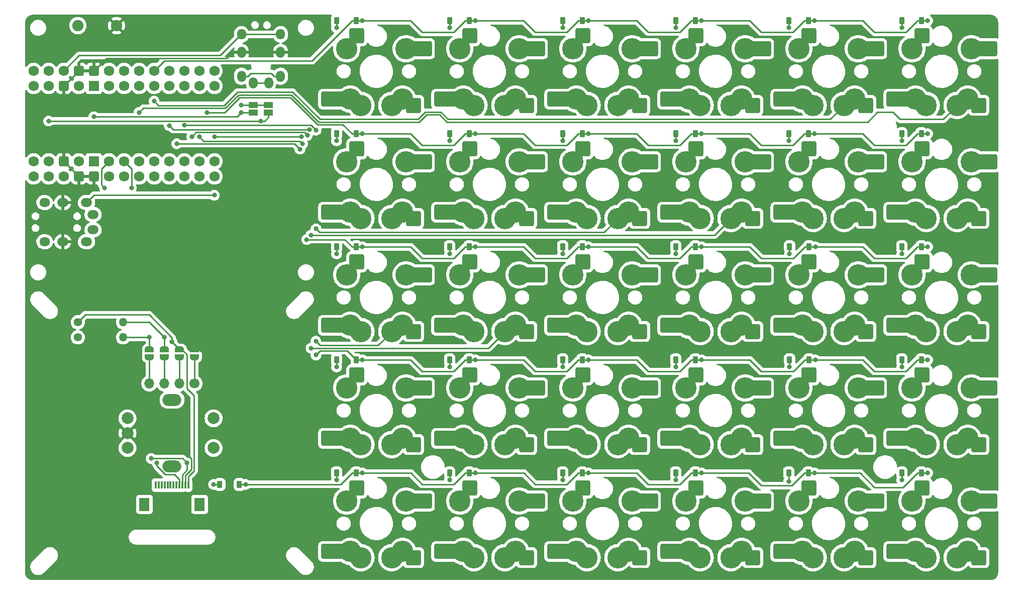
<source format=gbr>
%TF.GenerationSoftware,KiCad,Pcbnew,7.0.5*%
%TF.CreationDate,2024-09-25T00:12:03+08:00*%
%TF.ProjectId,TPS,5450532e-6b69-4636-9164-5f7063625858,rev?*%
%TF.SameCoordinates,Original*%
%TF.FileFunction,Copper,L2,Bot*%
%TF.FilePolarity,Positive*%
%FSLAX46Y46*%
G04 Gerber Fmt 4.6, Leading zero omitted, Abs format (unit mm)*
G04 Created by KiCad (PCBNEW 7.0.5) date 2024-09-25 00:12:03*
%MOMM*%
%LPD*%
G01*
G04 APERTURE LIST*
G04 Aperture macros list*
%AMRoundRect*
0 Rectangle with rounded corners*
0 $1 Rounding radius*
0 $2 $3 $4 $5 $6 $7 $8 $9 X,Y pos of 4 corners*
0 Add a 4 corners polygon primitive as box body*
4,1,4,$2,$3,$4,$5,$6,$7,$8,$9,$2,$3,0*
0 Add four circle primitives for the rounded corners*
1,1,$1+$1,$2,$3*
1,1,$1+$1,$4,$5*
1,1,$1+$1,$6,$7*
1,1,$1+$1,$8,$9*
0 Add four rect primitives between the rounded corners*
20,1,$1+$1,$2,$3,$4,$5,0*
20,1,$1+$1,$4,$5,$6,$7,0*
20,1,$1+$1,$6,$7,$8,$9,0*
20,1,$1+$1,$8,$9,$2,$3,0*%
%AMOutline4P*
0 Free polygon, 4 corners , with rotation*
0 The origin of the aperture is its center*
0 number of corners: always 4*
0 $1 to $8 corner X, Y*
0 $9 Rotation angle, in degrees counterclockwise*
0 create outline with 4 corners*
4,1,4,$1,$2,$3,$4,$5,$6,$7,$8,$1,$2,$9*%
%AMFreePoly0*
4,1,19,0.500000,-0.750000,0.000000,-0.750000,0.000000,-0.744911,-0.071157,-0.744911,-0.207708,-0.704816,-0.327430,-0.627875,-0.420627,-0.520320,-0.479746,-0.390866,-0.500000,-0.250000,-0.500000,0.250000,-0.479746,0.390866,-0.420627,0.520320,-0.327430,0.627875,-0.207708,0.704816,-0.071157,0.744911,0.000000,0.744911,0.000000,0.750000,0.500000,0.750000,0.500000,-0.750000,0.500000,-0.750000,
$1*%
%AMFreePoly1*
4,1,19,0.000000,0.744911,0.071157,0.744911,0.207708,0.704816,0.327430,0.627875,0.420627,0.520320,0.479746,0.390866,0.500000,0.250000,0.500000,-0.250000,0.479746,-0.390866,0.420627,-0.520320,0.327430,-0.627875,0.207708,-0.704816,0.071157,-0.744911,0.000000,-0.744911,0.000000,-0.750000,-0.500000,-0.750000,-0.500000,0.750000,0.000000,0.750000,0.000000,0.744911,0.000000,0.744911,
$1*%
G04 Aperture macros list end*
%TA.AperFunction,ComponentPad*%
%ADD10O,1.900000X1.500000*%
%TD*%
%TA.AperFunction,ComponentPad*%
%ADD11O,1.800000X1.500000*%
%TD*%
%TA.AperFunction,ComponentPad*%
%ADD12O,1.500000X1.900000*%
%TD*%
%TA.AperFunction,ComponentPad*%
%ADD13O,1.500000X1.800000*%
%TD*%
%TA.AperFunction,SMDPad,CuDef*%
%ADD14RoundRect,0.225000X-0.225000X-0.375000X0.225000X-0.375000X0.225000X0.375000X-0.225000X0.375000X0*%
%TD*%
%TA.AperFunction,ComponentPad*%
%ADD15C,3.600000*%
%TD*%
%TA.AperFunction,SMDPad,CuDef*%
%ADD16RoundRect,0.250000X-1.000000X-1.000000X1.000000X-1.000000X1.000000X1.000000X-1.000000X1.000000X0*%
%TD*%
%TA.AperFunction,SMDPad,CuDef*%
%ADD17RoundRect,0.250000X-1.675000X-1.000000X1.675000X-1.000000X1.675000X1.000000X-1.675000X1.000000X0*%
%TD*%
%TA.AperFunction,ComponentPad*%
%ADD18O,3.200000X2.000000*%
%TD*%
%TA.AperFunction,ComponentPad*%
%ADD19C,2.000000*%
%TD*%
%TA.AperFunction,ComponentPad*%
%ADD20C,1.400000*%
%TD*%
%TA.AperFunction,ComponentPad*%
%ADD21O,1.400000X1.400000*%
%TD*%
%TA.AperFunction,ComponentPad*%
%ADD22C,1.900000*%
%TD*%
%TA.AperFunction,ComponentPad*%
%ADD23C,1.700000*%
%TD*%
%TA.AperFunction,ComponentPad*%
%ADD24O,1.700000X1.700000*%
%TD*%
%TA.AperFunction,SMDPad,CuDef*%
%ADD25FreePoly0,90.000000*%
%TD*%
%TA.AperFunction,SMDPad,CuDef*%
%ADD26FreePoly1,90.000000*%
%TD*%
%TA.AperFunction,SMDPad,CuDef*%
%ADD27R,1.500000X1.000000*%
%TD*%
%TA.AperFunction,SMDPad,CuDef*%
%ADD28R,1.800000X2.200000*%
%TD*%
%TA.AperFunction,SMDPad,CuDef*%
%ADD29R,0.300000X1.300000*%
%TD*%
%TA.AperFunction,ComponentPad*%
%ADD30C,1.752600*%
%TD*%
%TA.AperFunction,ComponentPad*%
%ADD31RoundRect,0.438150X-0.438150X-0.438150X0.438150X-0.438150X0.438150X0.438150X-0.438150X0.438150X0*%
%TD*%
%TA.AperFunction,ComponentPad*%
%ADD32RoundRect,0.438150X0.438150X0.438150X-0.438150X0.438150X-0.438150X-0.438150X0.438150X-0.438150X0*%
%TD*%
%TA.AperFunction,ComponentPad*%
%ADD33Outline4P,-0.876300X-0.876300X0.876300X-0.876300X0.876300X0.876300X-0.876300X0.876300X180.000000*%
%TD*%
%TA.AperFunction,ComponentPad*%
%ADD34Outline4P,-0.876300X-0.876300X0.876300X-0.876300X0.876300X0.876300X-0.876300X0.876300X0.000000*%
%TD*%
%TA.AperFunction,ViaPad*%
%ADD35C,0.800000*%
%TD*%
%TA.AperFunction,Conductor*%
%ADD36C,0.250000*%
%TD*%
G04 APERTURE END LIST*
D10*
%TO.P,T2,1,T/VCC*%
%TO.N,VCC*%
X48811000Y-67237500D03*
X48811000Y-60637500D03*
D11*
%TO.P,T2,2,R/SNL*%
%TO.N,SGN*%
X41763000Y-67237500D03*
X41763000Y-60637500D03*
D10*
%TO.P,T2,3,R/GND*%
%TO.N,GND*%
X44811000Y-67237500D03*
X44811000Y-60637500D03*
%TO.P,T2,4,S/No*%
%TO.N,unconnected-(T2-S{slash}No-Pad4)*%
X49911000Y-65237500D03*
X49911000Y-62637500D03*
%TD*%
D12*
%TO.P,T1,1,T/VCC*%
%TO.N,VCC*%
X74914000Y-39350000D03*
X81514000Y-39350000D03*
D13*
%TO.P,T1,2,R/SNL*%
%TO.N,SGN*%
X74914000Y-32302000D03*
X81514000Y-32302000D03*
D12*
%TO.P,T1,3,R/GND*%
%TO.N,GND*%
X74914000Y-35350000D03*
X81514000Y-35350000D03*
%TO.P,T1,4,S/No*%
%TO.N,unconnected-(T1-S{slash}No-Pad4)*%
X76914000Y-40450000D03*
X79514000Y-40450000D03*
%TD*%
D14*
%TO.P,D16,1*%
%TO.N,row0*%
X151400000Y-30000000D03*
%TO.P,D16,2*%
%TO.N,Net-(D16-Pad2)*%
X148100000Y-30000000D03*
%TD*%
%TO.P,D24,1*%
%TO.N,row3*%
X170580000Y-87150000D03*
%TO.P,D24,2*%
%TO.N,Net-(D24-Pad2)*%
X167280000Y-87150000D03*
%TD*%
D15*
%TO.P,SW19,1,1*%
%TO.N,col2*%
X157400000Y-101425000D03*
X159200000Y-100375000D03*
X159800000Y-91875000D03*
D16*
X161075000Y-101425000D03*
D17*
X162225000Y-91875000D03*
D16*
X162900000Y-91875000D03*
%TO.P,SW19,2,2*%
%TO.N,Net-(D19-Pad2)*%
X146760000Y-100375000D03*
D17*
X147435000Y-100375000D03*
D15*
X149800000Y-91875000D03*
X150400000Y-100375000D03*
D16*
X151500000Y-89675000D03*
D15*
X152200000Y-101425000D03*
%TD*%
D14*
%TO.P,D20,1*%
%TO.N,row4*%
X151400000Y-106200000D03*
%TO.P,D20,2*%
%TO.N,Net-(D20-Pad2)*%
X148100000Y-106200000D03*
%TD*%
%TO.P,D1,1*%
%TO.N,row0*%
X94250000Y-30000000D03*
%TO.P,D1,2*%
%TO.N,Net-(D1-Pad2)*%
X90950000Y-30000000D03*
%TD*%
%TO.P,D22,1*%
%TO.N,row1*%
X170450000Y-49050000D03*
%TO.P,D22,2*%
%TO.N,Net-(D22-Pad2)*%
X167150000Y-49050000D03*
%TD*%
D15*
%TO.P,SW3,1,1*%
%TO.N,col5*%
X100250000Y-82375000D03*
X102050000Y-81325000D03*
X102650000Y-72825000D03*
D16*
X103925000Y-82375000D03*
D17*
X105075000Y-72825000D03*
D16*
X105750000Y-72825000D03*
%TO.P,SW3,2,2*%
%TO.N,Net-(D3-Pad2)*%
X89610000Y-81325000D03*
D17*
X90285000Y-81325000D03*
D15*
X92650000Y-72825000D03*
X93250000Y-81325000D03*
D16*
X94350000Y-70625000D03*
D15*
X95050000Y-82375000D03*
%TD*%
%TO.P,SW4,1,1*%
%TO.N,col5*%
X100250000Y-101425000D03*
X102050000Y-100375000D03*
X102650000Y-91875000D03*
D16*
X103925000Y-101425000D03*
D17*
X105075000Y-91875000D03*
D16*
X105750000Y-91875000D03*
%TO.P,SW4,2,2*%
%TO.N,Net-(D4-Pad2)*%
X89610000Y-100375000D03*
D17*
X90285000Y-100375000D03*
D15*
X92650000Y-91875000D03*
X93250000Y-100375000D03*
D16*
X94350000Y-89675000D03*
D15*
X95050000Y-101425000D03*
%TD*%
D14*
%TO.P,D27,1*%
%TO.N,row1*%
X189500000Y-49050000D03*
%TO.P,D27,2*%
%TO.N,Net-(D27-Pad2)*%
X186200000Y-49050000D03*
%TD*%
D15*
%TO.P,SW1,1,1*%
%TO.N,col5*%
X100250000Y-44275000D03*
X102050000Y-43225000D03*
X102650000Y-34725000D03*
D16*
X103925000Y-44275000D03*
D17*
X105075000Y-34725000D03*
D16*
X105750000Y-34725000D03*
%TO.P,SW1,2,2*%
%TO.N,Net-(D1-Pad2)*%
X89610000Y-43225000D03*
D17*
X90285000Y-43225000D03*
D15*
X92650000Y-34725000D03*
X93250000Y-43225000D03*
D16*
X94350000Y-32525000D03*
D15*
X95050000Y-44275000D03*
%TD*%
D14*
%TO.P,D7,1*%
%TO.N,row1*%
X113300000Y-49050000D03*
%TO.P,D7,2*%
%TO.N,Net-(D7-Pad2)*%
X110000000Y-49050000D03*
%TD*%
D15*
%TO.P,SW8,1,1*%
%TO.N,col4*%
X119300000Y-82375000D03*
X121100000Y-81325000D03*
X121700000Y-72825000D03*
D16*
X122975000Y-82375000D03*
D17*
X124125000Y-72825000D03*
D16*
X124800000Y-72825000D03*
%TO.P,SW8,2,2*%
%TO.N,Net-(D8-Pad2)*%
X108660000Y-81325000D03*
D17*
X109335000Y-81325000D03*
D15*
X111700000Y-72825000D03*
X112300000Y-81325000D03*
D16*
X113400000Y-70625000D03*
D15*
X114100000Y-82375000D03*
%TD*%
%TO.P,SW5,1,1*%
%TO.N,col5*%
X100250000Y-120475000D03*
X102050000Y-119425000D03*
X102650000Y-110925000D03*
D16*
X103925000Y-120475000D03*
D17*
X105075000Y-110925000D03*
D16*
X105750000Y-110925000D03*
%TO.P,SW5,2,2*%
%TO.N,Net-(D5-Pad2)*%
X89610000Y-119425000D03*
D17*
X90285000Y-119425000D03*
D15*
X92650000Y-110925000D03*
X93250000Y-119425000D03*
D16*
X94350000Y-108725000D03*
D15*
X95050000Y-120475000D03*
%TD*%
%TO.P,SW11,1,1*%
%TO.N,col3*%
X138350000Y-44275000D03*
X140150000Y-43225000D03*
X140750000Y-34725000D03*
D16*
X142025000Y-44275000D03*
D17*
X143175000Y-34725000D03*
D16*
X143850000Y-34725000D03*
%TO.P,SW11,2,2*%
%TO.N,Net-(D11-Pad2)*%
X127710000Y-43225000D03*
D17*
X128385000Y-43225000D03*
D15*
X130750000Y-34725000D03*
X131350000Y-43225000D03*
D16*
X132450000Y-32525000D03*
D15*
X133150000Y-44275000D03*
%TD*%
D14*
%TO.P,D2,1*%
%TO.N,row1*%
X94250000Y-49050000D03*
%TO.P,D2,2*%
%TO.N,Net-(D2-Pad2)*%
X90950000Y-49050000D03*
%TD*%
%TO.P,D30,1*%
%TO.N,row4*%
X189500000Y-106200000D03*
%TO.P,D30,2*%
%TO.N,Net-(D30-Pad2)*%
X186200000Y-106200000D03*
%TD*%
D15*
%TO.P,SW30,1,1*%
%TO.N,col0*%
X195500000Y-120475000D03*
X197300000Y-119425000D03*
X197900000Y-110925000D03*
D16*
X199175000Y-120475000D03*
D17*
X200325000Y-110925000D03*
D16*
X201000000Y-110925000D03*
%TO.P,SW30,2,2*%
%TO.N,Net-(D30-Pad2)*%
X184860000Y-119425000D03*
D17*
X185535000Y-119425000D03*
D15*
X187900000Y-110925000D03*
X188500000Y-119425000D03*
D16*
X189600000Y-108725000D03*
D15*
X190300000Y-120475000D03*
%TD*%
D14*
%TO.P,D8,1*%
%TO.N,row2*%
X113300000Y-68100000D03*
%TO.P,D8,2*%
%TO.N,Net-(D8-Pad2)*%
X110000000Y-68100000D03*
%TD*%
D15*
%TO.P,SW21,1,1*%
%TO.N,col1*%
X176450000Y-44275000D03*
X178250000Y-43225000D03*
X178850000Y-34725000D03*
D16*
X180125000Y-44275000D03*
D17*
X181275000Y-34725000D03*
D16*
X181950000Y-34725000D03*
%TO.P,SW21,2,2*%
%TO.N,Net-(D21-Pad2)*%
X165810000Y-43225000D03*
D17*
X166485000Y-43225000D03*
D15*
X168850000Y-34725000D03*
X169450000Y-43225000D03*
D16*
X170550000Y-32525000D03*
D15*
X171250000Y-44275000D03*
%TD*%
%TO.P,SW27,1,1*%
%TO.N,col0*%
X195500000Y-63325000D03*
X197300000Y-62275000D03*
X197900000Y-53775000D03*
D16*
X199175000Y-63325000D03*
D17*
X200325000Y-53775000D03*
D16*
X201000000Y-53775000D03*
%TO.P,SW27,2,2*%
%TO.N,Net-(D27-Pad2)*%
X184860000Y-62275000D03*
D17*
X185535000Y-62275000D03*
D15*
X187900000Y-53775000D03*
X188500000Y-62275000D03*
D16*
X189600000Y-51575000D03*
D15*
X190300000Y-63325000D03*
%TD*%
%TO.P,SW10,1,1*%
%TO.N,col4*%
X119300000Y-120475000D03*
X121100000Y-119425000D03*
X121700000Y-110925000D03*
D16*
X122975000Y-120475000D03*
D17*
X124125000Y-110925000D03*
D16*
X124800000Y-110925000D03*
%TO.P,SW10,2,2*%
%TO.N,Net-(D10-Pad2)*%
X108660000Y-119425000D03*
D17*
X109335000Y-119425000D03*
D15*
X111700000Y-110925000D03*
X112300000Y-119425000D03*
D16*
X113400000Y-108725000D03*
D15*
X114100000Y-120475000D03*
%TD*%
%TO.P,SW26,1,1*%
%TO.N,col0*%
X195500000Y-44275000D03*
X197300000Y-43225000D03*
X197900000Y-34725000D03*
D16*
X199175000Y-44275000D03*
D17*
X200325000Y-34725000D03*
D16*
X201000000Y-34725000D03*
%TO.P,SW26,2,2*%
%TO.N,Net-(D26-Pad2)*%
X184860000Y-43225000D03*
D17*
X185535000Y-43225000D03*
D15*
X187900000Y-34725000D03*
X188500000Y-43225000D03*
D16*
X189600000Y-32525000D03*
D15*
X190300000Y-44275000D03*
%TD*%
D14*
%TO.P,D23,1*%
%TO.N,row2*%
X170580000Y-68100000D03*
%TO.P,D23,2*%
%TO.N,Net-(D23-Pad2)*%
X167280000Y-68100000D03*
%TD*%
D15*
%TO.P,SW28,1,1*%
%TO.N,col0*%
X195500000Y-82375000D03*
X197300000Y-81325000D03*
X197900000Y-72825000D03*
D16*
X199175000Y-82375000D03*
D17*
X200325000Y-72825000D03*
D16*
X201000000Y-72825000D03*
%TO.P,SW28,2,2*%
%TO.N,Net-(D28-Pad2)*%
X184860000Y-81325000D03*
D17*
X185535000Y-81325000D03*
D15*
X187900000Y-72825000D03*
X188500000Y-81325000D03*
D16*
X189600000Y-70625000D03*
D15*
X190300000Y-82375000D03*
%TD*%
D14*
%TO.P,D14,1*%
%TO.N,row3*%
X132350000Y-87150000D03*
%TO.P,D14,2*%
%TO.N,Net-(D14-Pad2)*%
X129050000Y-87150000D03*
%TD*%
%TO.P,D31,1*%
%TO.N,row4*%
X74571000Y-108125000D03*
%TO.P,D31,2*%
%TO.N,Net-(D31-Pad2)*%
X71271000Y-108125000D03*
%TD*%
D15*
%TO.P,SW22,1,1*%
%TO.N,col1*%
X176450000Y-63325000D03*
X178250000Y-62275000D03*
X178850000Y-53775000D03*
D16*
X180125000Y-63325000D03*
D17*
X181275000Y-53775000D03*
D16*
X181950000Y-53775000D03*
%TO.P,SW22,2,2*%
%TO.N,Net-(D22-Pad2)*%
X165810000Y-62275000D03*
D17*
X166485000Y-62275000D03*
D15*
X168850000Y-53775000D03*
X169450000Y-62275000D03*
D16*
X170550000Y-51575000D03*
D15*
X171250000Y-63325000D03*
%TD*%
D14*
%TO.P,D4,1*%
%TO.N,row3*%
X94250000Y-87150000D03*
%TO.P,D4,2*%
%TO.N,Net-(D4-Pad2)*%
X90950000Y-87150000D03*
%TD*%
%TO.P,D17,1*%
%TO.N,row1*%
X151400000Y-49050000D03*
%TO.P,D17,2*%
%TO.N,Net-(D17-Pad2)*%
X148100000Y-49050000D03*
%TD*%
%TO.P,D13,1*%
%TO.N,row2*%
X132350000Y-68100000D03*
%TO.P,D13,2*%
%TO.N,Net-(D13-Pad2)*%
X129050000Y-68100000D03*
%TD*%
%TO.P,D12,1*%
%TO.N,row1*%
X132350000Y-49050000D03*
%TO.P,D12,2*%
%TO.N,Net-(D12-Pad2)*%
X129050000Y-49050000D03*
%TD*%
D18*
%TO.P,SW31,*%
%TO.N,*%
X63218000Y-93893000D03*
X63218000Y-105093000D03*
D19*
%TO.P,SW31,A,CLK*%
%TO.N,X{slash}A*%
X55718000Y-96993000D03*
%TO.P,SW31,B,DT*%
%TO.N,Y{slash}B*%
X55718000Y-101993000D03*
%TO.P,SW31,C,GND*%
%TO.N,GND*%
X55718000Y-99493000D03*
%TO.P,SW31,S1,SW*%
%TO.N,col6*%
X70218000Y-96993000D03*
%TO.P,SW31,S2,GND*%
%TO.N,Net-(D31-Pad2)*%
X70218000Y-101993000D03*
%TD*%
D15*
%TO.P,SW16,1,1*%
%TO.N,col2*%
X157400000Y-44275000D03*
X159200000Y-43225000D03*
X159800000Y-34725000D03*
D16*
X161075000Y-44275000D03*
D17*
X162225000Y-34725000D03*
D16*
X162900000Y-34725000D03*
%TO.P,SW16,2,2*%
%TO.N,Net-(D16-Pad2)*%
X146760000Y-43225000D03*
D17*
X147435000Y-43225000D03*
D15*
X149800000Y-34725000D03*
X150400000Y-43225000D03*
D16*
X151500000Y-32525000D03*
D15*
X152200000Y-44275000D03*
%TD*%
D20*
%TO.P,R1,1*%
%TO.N,+3V3*%
X47351000Y-83343000D03*
D21*
%TO.P,R1,2*%
%TO.N,SDA*%
X54971000Y-83343000D03*
%TD*%
D15*
%TO.P,SW15,1,1*%
%TO.N,col3*%
X138350000Y-120475000D03*
X140150000Y-119425000D03*
X140750000Y-110925000D03*
D16*
X142025000Y-120475000D03*
D17*
X143175000Y-110925000D03*
D16*
X143850000Y-110925000D03*
%TO.P,SW15,2,2*%
%TO.N,Net-(D15-Pad2)*%
X127710000Y-119425000D03*
D17*
X128385000Y-119425000D03*
D15*
X130750000Y-110925000D03*
X131350000Y-119425000D03*
D16*
X132450000Y-108725000D03*
D15*
X133150000Y-120475000D03*
%TD*%
%TO.P,SW14,1,1*%
%TO.N,col3*%
X138350000Y-101425000D03*
X140150000Y-100375000D03*
X140750000Y-91875000D03*
D16*
X142025000Y-101425000D03*
D17*
X143175000Y-91875000D03*
D16*
X143850000Y-91875000D03*
%TO.P,SW14,2,2*%
%TO.N,Net-(D14-Pad2)*%
X127710000Y-100375000D03*
D17*
X128385000Y-100375000D03*
D15*
X130750000Y-91875000D03*
X131350000Y-100375000D03*
D16*
X132450000Y-89675000D03*
D15*
X133150000Y-101425000D03*
%TD*%
D14*
%TO.P,D19,1*%
%TO.N,row3*%
X151400000Y-87150000D03*
%TO.P,D19,2*%
%TO.N,Net-(D19-Pad2)*%
X148100000Y-87150000D03*
%TD*%
%TO.P,D21,1*%
%TO.N,row0*%
X170450000Y-30000000D03*
%TO.P,D21,2*%
%TO.N,Net-(D21-Pad2)*%
X167150000Y-30000000D03*
%TD*%
D15*
%TO.P,SW20,1,1*%
%TO.N,col2*%
X157400000Y-120475000D03*
X159200000Y-119425000D03*
X159800000Y-110925000D03*
D16*
X161075000Y-120475000D03*
D17*
X162225000Y-110925000D03*
D16*
X162900000Y-110925000D03*
%TO.P,SW20,2,2*%
%TO.N,Net-(D20-Pad2)*%
X146760000Y-119425000D03*
D17*
X147435000Y-119425000D03*
D15*
X149800000Y-110925000D03*
X150400000Y-119425000D03*
D16*
X151500000Y-108725000D03*
D15*
X152200000Y-120475000D03*
%TD*%
D22*
%TO.P,RST1,1,1*%
%TO.N,GND*%
X53851000Y-30823000D03*
%TO.P,RST1,2,2*%
%TO.N,RST*%
X47351000Y-30823000D03*
%TD*%
D15*
%TO.P,SW17,1,1*%
%TO.N,col2*%
X157400000Y-63325000D03*
X159200000Y-62275000D03*
X159800000Y-53775000D03*
D16*
X161075000Y-63325000D03*
D17*
X162225000Y-53775000D03*
D16*
X162900000Y-53775000D03*
%TO.P,SW17,2,2*%
%TO.N,Net-(D17-Pad2)*%
X146760000Y-62275000D03*
D17*
X147435000Y-62275000D03*
D15*
X149800000Y-53775000D03*
X150400000Y-62275000D03*
D16*
X151500000Y-51575000D03*
D15*
X152200000Y-63325000D03*
%TD*%
D14*
%TO.P,D3,1*%
%TO.N,row2*%
X94250000Y-68100000D03*
%TO.P,D3,2*%
%TO.N,Net-(D3-Pad2)*%
X90950000Y-68100000D03*
%TD*%
D15*
%TO.P,SW6,1,1*%
%TO.N,col4*%
X119300000Y-44275000D03*
X121100000Y-43225000D03*
X121700000Y-34725000D03*
D16*
X122975000Y-44275000D03*
D17*
X124125000Y-34725000D03*
D16*
X124800000Y-34725000D03*
%TO.P,SW6,2,2*%
%TO.N,Net-(D6-Pad2)*%
X108660000Y-43225000D03*
D17*
X109335000Y-43225000D03*
D15*
X111700000Y-34725000D03*
X112300000Y-43225000D03*
D16*
X113400000Y-32525000D03*
D15*
X114100000Y-44275000D03*
%TD*%
%TO.P,SW13,1,1*%
%TO.N,col3*%
X138350000Y-82375000D03*
X140150000Y-81325000D03*
X140750000Y-72825000D03*
D16*
X142025000Y-82375000D03*
D17*
X143175000Y-72825000D03*
D16*
X143850000Y-72825000D03*
%TO.P,SW13,2,2*%
%TO.N,Net-(D13-Pad2)*%
X127710000Y-81325000D03*
D17*
X128385000Y-81325000D03*
D15*
X130750000Y-72825000D03*
X131350000Y-81325000D03*
D16*
X132450000Y-70625000D03*
D15*
X133150000Y-82375000D03*
%TD*%
D14*
%TO.P,D18,1*%
%TO.N,row2*%
X151400000Y-68100000D03*
%TO.P,D18,2*%
%TO.N,Net-(D18-Pad2)*%
X148100000Y-68100000D03*
%TD*%
D15*
%TO.P,SW24,1,1*%
%TO.N,col1*%
X176450000Y-101425000D03*
X178250000Y-100375000D03*
X178850000Y-91875000D03*
D16*
X180125000Y-101425000D03*
D17*
X181275000Y-91875000D03*
D16*
X181950000Y-91875000D03*
%TO.P,SW24,2,2*%
%TO.N,Net-(D24-Pad2)*%
X165810000Y-100375000D03*
D17*
X166485000Y-100375000D03*
D15*
X168850000Y-91875000D03*
X169450000Y-100375000D03*
D16*
X170550000Y-89675000D03*
D15*
X171250000Y-101425000D03*
%TD*%
%TO.P,SW18,1,1*%
%TO.N,col2*%
X157400000Y-82375000D03*
X159200000Y-81325000D03*
X159800000Y-72825000D03*
D16*
X161075000Y-82375000D03*
D17*
X162225000Y-72825000D03*
D16*
X162900000Y-72825000D03*
%TO.P,SW18,2,2*%
%TO.N,Net-(D18-Pad2)*%
X146760000Y-81325000D03*
D17*
X147435000Y-81325000D03*
D15*
X149800000Y-72825000D03*
X150400000Y-81325000D03*
D16*
X151500000Y-70625000D03*
D15*
X152200000Y-82375000D03*
%TD*%
D14*
%TO.P,D9,1*%
%TO.N,row3*%
X113300000Y-87150000D03*
%TO.P,D9,2*%
%TO.N,Net-(D9-Pad2)*%
X110000000Y-87150000D03*
%TD*%
D15*
%TO.P,SW12,1,1*%
%TO.N,col3*%
X138350000Y-63325000D03*
X140150000Y-62275000D03*
X140750000Y-53775000D03*
D16*
X142025000Y-63325000D03*
D17*
X143175000Y-53775000D03*
D16*
X143850000Y-53775000D03*
%TO.P,SW12,2,2*%
%TO.N,Net-(D12-Pad2)*%
X127710000Y-62275000D03*
D17*
X128385000Y-62275000D03*
D15*
X130750000Y-53775000D03*
X131350000Y-62275000D03*
D16*
X132450000Y-51575000D03*
D15*
X133150000Y-63325000D03*
%TD*%
D14*
%TO.P,D10,1*%
%TO.N,row4*%
X113300000Y-106200000D03*
%TO.P,D10,2*%
%TO.N,Net-(D10-Pad2)*%
X110000000Y-106200000D03*
%TD*%
%TO.P,D11,1*%
%TO.N,row0*%
X132350000Y-30000000D03*
%TO.P,D11,2*%
%TO.N,Net-(D11-Pad2)*%
X129050000Y-30000000D03*
%TD*%
%TO.P,D29,1*%
%TO.N,row3*%
X189500000Y-87150000D03*
%TO.P,D29,2*%
%TO.N,Net-(D29-Pad2)*%
X186200000Y-87150000D03*
%TD*%
D23*
%TO.P,J1,1,Pin_1*%
%TO.N,Net-(J1-Pin_1)*%
X67027500Y-91123000D03*
D24*
%TO.P,J1,2,Pin_2*%
%TO.N,Net-(J1-Pin_2)*%
X64487500Y-91123000D03*
%TO.P,J1,3,Pin_3*%
%TO.N,Net-(J1-Pin_3)*%
X61947500Y-91123000D03*
%TO.P,J1,4,Pin_4*%
%TO.N,Net-(J1-Pin_4)*%
X59407500Y-91123000D03*
%TD*%
D15*
%TO.P,SW7,1,1*%
%TO.N,col4*%
X119300000Y-63325000D03*
X121100000Y-62275000D03*
X121700000Y-53775000D03*
D16*
X122975000Y-63325000D03*
D17*
X124125000Y-53775000D03*
D16*
X124800000Y-53775000D03*
%TO.P,SW7,2,2*%
%TO.N,Net-(D7-Pad2)*%
X108660000Y-62275000D03*
D17*
X109335000Y-62275000D03*
D15*
X111700000Y-53775000D03*
X112300000Y-62275000D03*
D16*
X113400000Y-51575000D03*
D15*
X114100000Y-63325000D03*
%TD*%
D14*
%TO.P,D5,1*%
%TO.N,row4*%
X94250000Y-106200000D03*
%TO.P,D5,2*%
%TO.N,Net-(D5-Pad2)*%
X90950000Y-106200000D03*
%TD*%
D20*
%TO.P,R2,1*%
%TO.N,+3V3*%
X47351000Y-80803000D03*
D21*
%TO.P,R2,2*%
%TO.N,SCL*%
X54971000Y-80803000D03*
%TD*%
D14*
%TO.P,D26,1*%
%TO.N,row0*%
X189500000Y-30000000D03*
%TO.P,D26,2*%
%TO.N,Net-(D26-Pad2)*%
X186200000Y-30000000D03*
%TD*%
D15*
%TO.P,SW25,1,1*%
%TO.N,col1*%
X176450000Y-120475000D03*
X178250000Y-119425000D03*
X178850000Y-110925000D03*
D16*
X180125000Y-120475000D03*
D17*
X181275000Y-110925000D03*
D16*
X181950000Y-110925000D03*
%TO.P,SW25,2,2*%
%TO.N,Net-(D25-Pad2)*%
X165810000Y-119425000D03*
D17*
X166485000Y-119425000D03*
D15*
X168850000Y-110925000D03*
X169450000Y-119425000D03*
D16*
X170550000Y-108725000D03*
D15*
X171250000Y-120475000D03*
%TD*%
D14*
%TO.P,D6,1*%
%TO.N,row0*%
X113300000Y-30000000D03*
%TO.P,D6,2*%
%TO.N,Net-(D6-Pad2)*%
X110000000Y-30000000D03*
%TD*%
D15*
%TO.P,SW2,1,1*%
%TO.N,col5*%
X100250000Y-63325000D03*
X102050000Y-62275000D03*
X102650000Y-53775000D03*
D16*
X103925000Y-63325000D03*
D17*
X105075000Y-53775000D03*
D16*
X105750000Y-53775000D03*
%TO.P,SW2,2,2*%
%TO.N,Net-(D2-Pad2)*%
X89610000Y-62275000D03*
D17*
X90285000Y-62275000D03*
D15*
X92650000Y-53775000D03*
X93250000Y-62275000D03*
D16*
X94350000Y-51575000D03*
D15*
X95050000Y-63325000D03*
%TD*%
D14*
%TO.P,D28,1*%
%TO.N,row2*%
X189500000Y-68100000D03*
%TO.P,D28,2*%
%TO.N,Net-(D28-Pad2)*%
X186200000Y-68100000D03*
%TD*%
D15*
%TO.P,SW29,1,1*%
%TO.N,col0*%
X195500000Y-101425000D03*
X197300000Y-100375000D03*
X197900000Y-91875000D03*
D16*
X199175000Y-101425000D03*
D17*
X200325000Y-91875000D03*
D16*
X201000000Y-91875000D03*
%TO.P,SW29,2,2*%
%TO.N,Net-(D29-Pad2)*%
X184860000Y-100375000D03*
D17*
X185535000Y-100375000D03*
D15*
X187900000Y-91875000D03*
X188500000Y-100375000D03*
D16*
X189600000Y-89675000D03*
D15*
X190300000Y-101425000D03*
%TD*%
%TO.P,SW9,1,1*%
%TO.N,col4*%
X119300000Y-101425000D03*
X121100000Y-100375000D03*
X121700000Y-91875000D03*
D16*
X122975000Y-101425000D03*
D17*
X124125000Y-91875000D03*
D16*
X124800000Y-91875000D03*
%TO.P,SW9,2,2*%
%TO.N,Net-(D9-Pad2)*%
X108660000Y-100375000D03*
D17*
X109335000Y-100375000D03*
D15*
X111700000Y-91875000D03*
X112300000Y-100375000D03*
D16*
X113400000Y-89675000D03*
D15*
X114100000Y-101425000D03*
%TD*%
D14*
%TO.P,D15,1*%
%TO.N,row4*%
X132350000Y-106200000D03*
%TO.P,D15,2*%
%TO.N,Net-(D15-Pad2)*%
X129050000Y-106200000D03*
%TD*%
%TO.P,D25,1*%
%TO.N,row4*%
X170450000Y-106200000D03*
%TO.P,D25,2*%
%TO.N,Net-(D25-Pad2)*%
X167150000Y-106200000D03*
%TD*%
D15*
%TO.P,SW23,1,1*%
%TO.N,col1*%
X176450000Y-82375000D03*
X178250000Y-81325000D03*
X178850000Y-72825000D03*
D16*
X180125000Y-82375000D03*
D17*
X181275000Y-72825000D03*
D16*
X181950000Y-72825000D03*
%TO.P,SW23,2,2*%
%TO.N,Net-(D23-Pad2)*%
X165810000Y-81325000D03*
D17*
X166485000Y-81325000D03*
D15*
X168850000Y-72825000D03*
X169450000Y-81325000D03*
D16*
X170550000Y-70625000D03*
D15*
X171250000Y-82375000D03*
%TD*%
D25*
%TO.P,JP9,1,A*%
%TO.N,Net-(J1-Pin_1)*%
X67027500Y-86693000D03*
D26*
%TO.P,JP9,2,B*%
%TO.N,GND*%
X67027500Y-85393000D03*
%TD*%
D25*
%TO.P,JP12,1,A*%
%TO.N,Net-(J1-Pin_4)*%
X59407500Y-86693000D03*
D26*
%TO.P,JP12,2,B*%
%TO.N,SDA*%
X59407500Y-85393000D03*
%TD*%
D27*
%TO.P,JP3,1,A*%
%TO.N,+3V3*%
X76944000Y-45500000D03*
%TO.P,JP3,2,B*%
%TO.N,VCC*%
X76944000Y-44200000D03*
%TD*%
D25*
%TO.P,JP11,1,A*%
%TO.N,Net-(J1-Pin_3)*%
X61947500Y-86693000D03*
D26*
%TO.P,JP11,2,B*%
%TO.N,SCL*%
X61947500Y-85393000D03*
%TD*%
D25*
%TO.P,JP10,1,A*%
%TO.N,Net-(J1-Pin_2)*%
X64487500Y-86693000D03*
D26*
%TO.P,JP10,2,B*%
%TO.N,+3V3*%
X64487500Y-85393000D03*
%TD*%
D27*
%TO.P,JP4,1,A*%
%TO.N,+5V*%
X79484000Y-45500000D03*
%TO.P,JP4,2,B*%
%TO.N,VCC*%
X79484000Y-44200000D03*
%TD*%
D28*
%TO.P,J3,*%
%TO.N,*%
X67868000Y-111493000D03*
X58568000Y-111493000D03*
D29*
%TO.P,J3,1,Pin_1*%
%TO.N,+3V3*%
X65968000Y-108243000D03*
%TO.P,J3,2,Pin_2*%
%TO.N,GND*%
X65468000Y-108243000D03*
%TO.P,J3,3,Pin_3*%
%TO.N,SDA*%
X64968000Y-108243000D03*
%TO.P,J3,4,Pin_4*%
%TO.N,SCL*%
X64468000Y-108243000D03*
%TO.P,J3,5,Pin_5*%
%TO.N,unconnected-(J3-Pin_5-Pad5)*%
X63968000Y-108243000D03*
%TO.P,J3,6,Pin_6*%
%TO.N,unconnected-(J3-Pin_6-Pad6)*%
X63468000Y-108243000D03*
%TO.P,J3,7,Pin_7*%
%TO.N,unconnected-(J3-Pin_7-Pad7)*%
X62968000Y-108243000D03*
%TO.P,J3,8,Pin_8*%
%TO.N,unconnected-(J3-Pin_8-Pad8)*%
X62468000Y-108243000D03*
%TO.P,J3,9,Pin_9*%
%TO.N,unconnected-(J3-Pin_9-Pad9)*%
X61968000Y-108243000D03*
%TO.P,J3,10,Pin_10*%
%TO.N,unconnected-(J3-Pin_10-Pad10)*%
X61468000Y-108243000D03*
%TO.P,J3,11,Pin_11*%
%TO.N,unconnected-(J3-Pin_11-Pad11)*%
X60968000Y-108243000D03*
%TO.P,J3,12,Pin_12*%
%TO.N,unconnected-(J3-Pin_12-Pad12)*%
X60468000Y-108243000D03*
%TD*%
D30*
%TO.P,U1,1,?*%
%TO.N,unconnected-(U1-?-Pad1)*%
X39881000Y-38449500D03*
X39881000Y-56229500D03*
%TO.P,U1,2,0/PD3*%
%TO.N,unconnected-(U1-0{slash}PD3-Pad2)*%
X42421000Y-38449500D03*
X42421000Y-56229500D03*
%TO.P,U1,3,1/PD2*%
%TO.N,SGN*%
X44961000Y-38449500D03*
X44961000Y-56229500D03*
D31*
%TO.P,U1,4,GND*%
%TO.N,GND*%
X47501000Y-38449500D03*
D32*
X47501000Y-56229500D03*
D31*
%TO.P,U1,5,GND*%
X50041000Y-38449500D03*
D32*
X50041000Y-56229500D03*
D30*
%TO.P,U1,6,2/PD1*%
%TO.N,SDA*%
X52581000Y-38449500D03*
X52581000Y-56229500D03*
%TO.P,U1,7,3/PD0*%
%TO.N,SCL*%
X55121000Y-38449500D03*
X55121000Y-56229500D03*
%TO.P,U1,8,4/PD4*%
%TO.N,col6*%
X57661000Y-38449500D03*
X57661000Y-56229500D03*
%TO.P,U1,9,5/PC6*%
%TO.N,row0*%
X60201000Y-38449500D03*
X60201000Y-56229500D03*
%TO.P,U1,10,6/PD7*%
%TO.N,row4*%
X62741000Y-38449500D03*
X62741000Y-56229500D03*
%TO.P,U1,11,7/PE6*%
%TO.N,row3*%
X65281000Y-38449500D03*
X65281000Y-56229500D03*
%TO.P,U1,12,8/PB4*%
%TO.N,row2*%
X67821000Y-38449500D03*
X67821000Y-56229500D03*
%TO.P,U1,13,9/PB5*%
%TO.N,row1*%
X70361000Y-38449500D03*
X70361000Y-56229500D03*
%TO.P,U1,14,21/PB6*%
%TO.N,col5*%
X70361000Y-40989500D03*
X70361000Y-53689500D03*
%TO.P,U1,15,23/PB2*%
%TO.N,col4*%
X67821000Y-40989500D03*
X67821000Y-53689500D03*
%TO.P,U1,16,20/PB3*%
%TO.N,col3*%
X65281000Y-40989500D03*
X65281000Y-53689500D03*
%TO.P,U1,17,22/PB1*%
%TO.N,col2*%
X62741000Y-40989500D03*
X62741000Y-53689500D03*
%TO.P,U1,18,26/PF7*%
%TO.N,col1*%
X60201000Y-40989500D03*
X60201000Y-53689500D03*
%TO.P,U1,19,27/PF6*%
%TO.N,col0*%
X57661000Y-40989500D03*
X57661000Y-53689500D03*
%TO.P,U1,20,28/PF5*%
%TO.N,X{slash}A*%
X55121000Y-40989500D03*
X55121000Y-53689500D03*
%TO.P,U1,21,29/PF4*%
%TO.N,Y{slash}B*%
X52581000Y-40989500D03*
X52581000Y-53689500D03*
D33*
%TO.P,U1,22,VCC*%
%TO.N,+3V3*%
X50041000Y-40989500D03*
D34*
X50041000Y-53689500D03*
D30*
%TO.P,U1,23,RST*%
%TO.N,RST*%
X47501000Y-40989500D03*
X47501000Y-53689500D03*
D32*
%TO.P,U1,24,GND*%
%TO.N,GND*%
X44961000Y-40989500D03*
D31*
X44961000Y-53689500D03*
D30*
%TO.P,U1,25,B0*%
%TO.N,+5V*%
X42421000Y-40989500D03*
X42421000Y-53689500D03*
%TO.P,U1,26,?*%
%TO.N,unconnected-(U1-?-Pad26)*%
X39881000Y-40989500D03*
X39881000Y-53689500D03*
%TD*%
D35*
%TO.N,GND*%
X73090000Y-35620000D03*
%TO.N,VCC*%
X70350000Y-59410000D03*
%TO.N,Y{slash}B*%
X51856500Y-58160000D03*
%TO.N,X{slash}A*%
X56380000Y-58160000D03*
%TO.N,row3*%
X84765426Y-51643243D03*
%TO.N,col4*%
X67821000Y-49540000D03*
X85217951Y-50752049D03*
%TO.N,col5*%
X85030000Y-49539500D03*
%TO.N,row2*%
X86020000Y-49330000D03*
%TO.N,col2*%
X86358103Y-48364500D03*
X86640000Y-66120000D03*
%TO.N,col3*%
X87480000Y-48459195D03*
%TO.N,row1*%
X69090000Y-45450000D03*
%TO.N,GND*%
X200650000Y-106980000D03*
%TO.N,row3*%
X87470000Y-86330000D03*
%TO.N,row4*%
X190550000Y-106200000D03*
%TO.N,Net-(D30-Pad2)*%
X186200000Y-107400000D03*
%TO.N,row4*%
X171500000Y-106200000D03*
%TO.N,Net-(D25-Pad2)*%
X167150000Y-107600000D03*
%TO.N,row4*%
X152450000Y-106200000D03*
%TO.N,Net-(D20-Pad2)*%
X148100000Y-107400000D03*
%TO.N,row4*%
X133400000Y-106200000D03*
%TO.N,Net-(D15-Pad2)*%
X129050000Y-107400000D03*
%TO.N,row4*%
X114350000Y-106200000D03*
%TO.N,Net-(D10-Pad2)*%
X110000000Y-107400000D03*
%TO.N,row4*%
X95300000Y-106200000D03*
%TO.N,Net-(D5-Pad2)*%
X90950000Y-107400000D03*
%TO.N,row0*%
X171500000Y-30000000D03*
X152450000Y-30000000D03*
X133400000Y-30000000D03*
X95300000Y-30000000D03*
X114350000Y-30000000D03*
X190550000Y-30000000D03*
%TO.N,Net-(D1-Pad2)*%
X90950000Y-31200000D03*
%TO.N,row1*%
X152450000Y-49050000D03*
X95300000Y-49050000D03*
X133400000Y-49050000D03*
X171500000Y-49050000D03*
X114350000Y-49050000D03*
X190550000Y-49050000D03*
%TO.N,row2*%
X66540000Y-49540000D03*
%TO.N,Net-(D2-Pad2)*%
X90950000Y-50250000D03*
%TO.N,row2*%
X114350000Y-68100000D03*
X171630000Y-68100000D03*
X85915000Y-66880000D03*
%TO.N,row3*%
X64010000Y-50730000D03*
%TO.N,row2*%
X190550000Y-68100000D03*
X152450000Y-68100000D03*
X133400000Y-68100000D03*
X95300000Y-68100000D03*
%TO.N,Net-(D3-Pad2)*%
X90950000Y-69300000D03*
%TO.N,row3*%
X190550000Y-87150000D03*
X152450000Y-87150000D03*
X171630000Y-87150000D03*
%TO.N,row4*%
X75621000Y-108125000D03*
%TO.N,row3*%
X133400000Y-87150000D03*
X95300000Y-87150000D03*
X114350000Y-87150000D03*
%TO.N,Net-(D4-Pad2)*%
X90950000Y-88350000D03*
%TO.N,Net-(D6-Pad2)*%
X110000000Y-31200000D03*
%TO.N,Net-(D7-Pad2)*%
X110000000Y-50250000D03*
%TO.N,Net-(D8-Pad2)*%
X110000000Y-69300000D03*
%TO.N,Net-(D9-Pad2)*%
X110000000Y-88350000D03*
%TO.N,Net-(D11-Pad2)*%
X129050000Y-31210000D03*
%TO.N,Net-(D12-Pad2)*%
X129050000Y-50250000D03*
%TO.N,Net-(D13-Pad2)*%
X129050000Y-69300000D03*
%TO.N,Net-(D14-Pad2)*%
X129050000Y-88350000D03*
%TO.N,Net-(D16-Pad2)*%
X148100000Y-31200000D03*
%TO.N,Net-(D17-Pad2)*%
X148090000Y-50250000D03*
%TO.N,Net-(D18-Pad2)*%
X148100000Y-69300000D03*
%TO.N,Net-(D19-Pad2)*%
X148100000Y-88350000D03*
%TO.N,Net-(D21-Pad2)*%
X167150000Y-31200000D03*
%TO.N,Net-(D22-Pad2)*%
X167150000Y-50250000D03*
%TO.N,Net-(D23-Pad2)*%
X167280000Y-69300000D03*
%TO.N,Net-(D24-Pad2)*%
X167280000Y-88350000D03*
%TO.N,col0*%
X57661000Y-45460000D03*
%TO.N,col1*%
X60201000Y-43540000D03*
%TO.N,col2*%
X62741000Y-47660000D03*
%TO.N,col4*%
X86640000Y-85170000D03*
%TO.N,col3*%
X65281000Y-47640000D03*
X87480000Y-65080000D03*
%TO.N,col5*%
X70361000Y-49540000D03*
X87455000Y-83995000D03*
%TO.N,GND*%
X45030000Y-31610000D03*
X63680000Y-81870000D03*
X200660000Y-87920000D03*
X200640000Y-68880000D03*
X57740000Y-85390000D03*
X44961000Y-49470000D03*
X200650000Y-49830000D03*
X200650000Y-30780000D03*
%TO.N,SDA*%
X59407500Y-83343000D03*
X65760000Y-104510000D03*
X59720000Y-103770000D03*
%TO.N,SCL*%
X60670000Y-104500000D03*
X61947500Y-83343000D03*
%TO.N,+3V3*%
X63220000Y-84110000D03*
X50041000Y-46185500D03*
X74910000Y-45500000D03*
%TO.N,+5V*%
X42421000Y-46910000D03*
X78214000Y-46910000D03*
%TO.N,VCC*%
X74910000Y-44200000D03*
%TO.N,Net-(D26-Pad2)*%
X186200000Y-31200000D03*
%TO.N,Net-(D27-Pad2)*%
X186200000Y-50250000D03*
%TO.N,Net-(D28-Pad2)*%
X186200000Y-69300000D03*
%TO.N,Net-(D29-Pad2)*%
X186200000Y-88350000D03*
%TO.N,Net-(D31-Pad2)*%
X70218000Y-108125000D03*
%TD*%
D36*
%TO.N,GND*%
X52170500Y-36320000D02*
X50041000Y-38449500D01*
X73090000Y-35620000D02*
X72390000Y-36320000D01*
X73360000Y-35350000D02*
X74914000Y-35350000D01*
X72390000Y-36320000D02*
X52170500Y-36320000D01*
X73090000Y-35620000D02*
X73360000Y-35350000D01*
%TO.N,VCC*%
X50038500Y-59410000D02*
X48811000Y-60637500D01*
X70350000Y-59410000D02*
X50038500Y-59410000D01*
%TO.N,Y{slash}B*%
X51320000Y-57623500D02*
X51856500Y-58160000D01*
X51320000Y-54950500D02*
X51320000Y-57623500D01*
%TO.N,GND*%
X44811000Y-71891000D02*
X44811000Y-67237500D01*
X51400000Y-78480000D02*
X44811000Y-71891000D01*
X60350000Y-78480000D02*
X51400000Y-78480000D01*
X63680000Y-81810000D02*
X60350000Y-78480000D01*
X63680000Y-81870000D02*
X63680000Y-81810000D01*
%TO.N,X{slash}A*%
X56380000Y-54948500D02*
X56380000Y-58160000D01*
X56380000Y-54948500D02*
X55121000Y-53689500D01*
%TO.N,row3*%
X64010000Y-50730000D02*
X83852183Y-50730000D01*
X83852183Y-50730000D02*
X84765426Y-51643243D01*
%TO.N,col4*%
X68561000Y-50280000D02*
X67821000Y-49540000D01*
X84745902Y-50280000D02*
X68561000Y-50280000D01*
X85217951Y-50752049D02*
X84745902Y-50280000D01*
%TO.N,col5*%
X85029500Y-49540000D02*
X70361000Y-49540000D01*
X85030000Y-49539500D02*
X85029500Y-49540000D01*
%TO.N,row2*%
X92330000Y-66880000D02*
X93550000Y-68100000D01*
X85915000Y-66880000D02*
X92330000Y-66880000D01*
X93550000Y-68100000D02*
X94250000Y-68100000D01*
X67265000Y-48815000D02*
X66540000Y-49540000D01*
X85505000Y-48815000D02*
X67265000Y-48815000D01*
X86020000Y-49330000D02*
X85505000Y-48815000D01*
%TO.N,col2*%
X63446000Y-48365000D02*
X62741000Y-47660000D01*
X86357603Y-48365000D02*
X63446000Y-48365000D01*
X86358103Y-48364500D02*
X86357603Y-48365000D01*
%TO.N,col3*%
X86660805Y-47640000D02*
X65281000Y-47640000D01*
X87480000Y-48459195D02*
X86660805Y-47640000D01*
%TO.N,row1*%
X74612792Y-42930000D02*
X72092792Y-45450000D01*
X72092792Y-45450000D02*
X69090000Y-45450000D01*
X93540000Y-49050000D02*
X92010000Y-47520000D01*
X92010000Y-47520000D02*
X87757208Y-47520000D01*
X87757208Y-47520000D02*
X83167208Y-42930000D01*
X83167208Y-42930000D02*
X74612792Y-42930000D01*
X94250000Y-49050000D02*
X93540000Y-49050000D01*
%TO.N,col0*%
X185870000Y-46620000D02*
X193155000Y-46620000D01*
X182100000Y-45400000D02*
X184650000Y-45400000D01*
X180430000Y-47070000D02*
X182100000Y-45400000D01*
X109533604Y-47070000D02*
X180430000Y-47070000D01*
X108313604Y-45850000D02*
X109533604Y-47070000D01*
X87943604Y-47070000D02*
X104866396Y-47070000D01*
X104866396Y-47070000D02*
X106086396Y-45850000D01*
X83353604Y-42480000D02*
X87943604Y-47070000D01*
X72181396Y-44725000D02*
X74426396Y-42480000D01*
X74426396Y-42480000D02*
X83353604Y-42480000D01*
X106086396Y-45850000D02*
X108313604Y-45850000D01*
X58396000Y-44725000D02*
X72181396Y-44725000D01*
X184650000Y-45400000D02*
X185870000Y-46620000D01*
X193155000Y-46620000D02*
X195500000Y-44275000D01*
X57661000Y-45460000D02*
X58396000Y-44725000D01*
%TO.N,col1*%
X174105000Y-46620000D02*
X176450000Y-44275000D01*
X109720000Y-46620000D02*
X174105000Y-46620000D01*
X108500000Y-45400000D02*
X109720000Y-46620000D01*
X105900000Y-45400000D02*
X108500000Y-45400000D01*
X88130000Y-46620000D02*
X104680000Y-46620000D01*
X104680000Y-46620000D02*
X105900000Y-45400000D01*
X83540000Y-42030000D02*
X88130000Y-46620000D01*
X60936000Y-44275000D02*
X71995000Y-44275000D01*
X60201000Y-43540000D02*
X60936000Y-44275000D01*
X71995000Y-44275000D02*
X74240000Y-42030000D01*
X74240000Y-42030000D02*
X83540000Y-42030000D01*
%TO.N,col2*%
X154605000Y-66120000D02*
X157400000Y-63325000D01*
X86640000Y-66120000D02*
X154605000Y-66120000D01*
%TO.N,+3V3*%
X74910000Y-45500000D02*
X74224500Y-46185500D01*
X74224500Y-46185500D02*
X50041000Y-46185500D01*
X74910000Y-45500000D02*
X76944000Y-45500000D01*
%TO.N,VCC*%
X76944000Y-44200000D02*
X74910000Y-44200000D01*
%TO.N,SGN*%
X47540500Y-35870000D02*
X44961000Y-38449500D01*
X74888000Y-32302000D02*
X71320000Y-35870000D01*
X71320000Y-35870000D02*
X47540500Y-35870000D01*
X74914000Y-32302000D02*
X74888000Y-32302000D01*
%TO.N,row0*%
X61880500Y-36770000D02*
X60201000Y-38449500D01*
X86770000Y-36770000D02*
X61880500Y-36770000D01*
X93540000Y-30000000D02*
X86770000Y-36770000D01*
X94250000Y-30000000D02*
X93540000Y-30000000D01*
%TO.N,+5V*%
X42421000Y-46910000D02*
X78214000Y-46910000D01*
%TO.N,col4*%
X116505000Y-85170000D02*
X119300000Y-82375000D01*
X86810000Y-85170000D02*
X116505000Y-85170000D01*
%TO.N,Y{slash}B*%
X51320000Y-54950500D02*
X52581000Y-53689500D01*
%TO.N,row4*%
X91615000Y-108125000D02*
X93540000Y-106200000D01*
X75621000Y-108125000D02*
X91615000Y-108125000D01*
X93540000Y-106200000D02*
X94250000Y-106200000D01*
X95300000Y-106200000D02*
X94250000Y-106200000D01*
X114350000Y-106200000D02*
X113300000Y-106200000D01*
X133400000Y-106200000D02*
X132350000Y-106200000D01*
X152450000Y-106200000D02*
X151400000Y-106200000D01*
X171500000Y-106200000D02*
X170450000Y-106200000D01*
X189500000Y-106200000D02*
X190550000Y-106200000D01*
%TO.N,Net-(D30-Pad2)*%
X186200000Y-107400000D02*
X186200000Y-106200000D01*
%TO.N,row4*%
X188790000Y-106200000D02*
X189500000Y-106200000D01*
X186380000Y-108610000D02*
X188790000Y-106200000D01*
X181570000Y-108610000D02*
X186380000Y-108610000D01*
X179160000Y-106200000D02*
X181570000Y-108610000D01*
X171500000Y-106200000D02*
X179160000Y-106200000D01*
%TO.N,Net-(D20-Pad2)*%
X148100000Y-107400000D02*
X148100000Y-106200000D01*
%TO.N,Net-(D15-Pad2)*%
X129050000Y-107400000D02*
X129050000Y-106200000D01*
%TO.N,Net-(D10-Pad2)*%
X110000000Y-107400000D02*
X110000000Y-106200000D01*
%TO.N,Net-(D5-Pad2)*%
X90950000Y-107400000D02*
X90950000Y-106200000D01*
%TO.N,Net-(D25-Pad2)*%
X167150000Y-107600000D02*
X167150000Y-106200000D01*
%TO.N,row4*%
X169750000Y-106200000D02*
X170450000Y-106200000D01*
X167625000Y-108325000D02*
X169750000Y-106200000D01*
X162525000Y-108325000D02*
X167625000Y-108325000D01*
X160400000Y-106200000D02*
X162525000Y-108325000D01*
X152450000Y-106200000D02*
X160400000Y-106200000D01*
X150700000Y-106200000D02*
X151400000Y-106200000D01*
X143465000Y-108125000D02*
X148775000Y-108125000D01*
X148775000Y-108125000D02*
X150700000Y-106200000D01*
X133400000Y-106200000D02*
X141540000Y-106200000D01*
X141540000Y-106200000D02*
X143465000Y-108125000D01*
X131640000Y-106200000D02*
X132350000Y-106200000D01*
X129715000Y-108125000D02*
X131640000Y-106200000D01*
X122500000Y-106200000D02*
X124425000Y-108125000D01*
X114350000Y-106200000D02*
X122500000Y-106200000D01*
X124425000Y-108125000D02*
X129715000Y-108125000D01*
X110675000Y-108125000D02*
X112600000Y-106200000D01*
X103450000Y-106200000D02*
X105375000Y-108125000D01*
X95300000Y-106200000D02*
X103450000Y-106200000D01*
X105375000Y-108125000D02*
X110675000Y-108125000D01*
X112600000Y-106200000D02*
X113300000Y-106200000D01*
%TO.N,col5*%
X97905000Y-84720000D02*
X100250000Y-82375000D01*
X87455000Y-83995000D02*
X88180000Y-84720000D01*
X88180000Y-84720000D02*
X97905000Y-84720000D01*
%TO.N,row3*%
X88180000Y-85620000D02*
X87470000Y-86330000D01*
X92720000Y-85620000D02*
X88180000Y-85620000D01*
X94250000Y-87150000D02*
X92720000Y-85620000D01*
%TO.N,row0*%
X105380000Y-31950000D02*
X110650000Y-31950000D01*
X94250000Y-30000000D02*
X95300000Y-30000000D01*
X143445000Y-31925000D02*
X148785000Y-31925000D01*
X171500000Y-30000000D02*
X179630000Y-30000000D01*
X112600000Y-30000000D02*
X113300000Y-30000000D01*
X133400000Y-30000000D02*
X132350000Y-30000000D01*
X179630000Y-30000000D02*
X181580000Y-31950000D01*
X188810000Y-30000000D02*
X189500000Y-30000000D01*
X152450000Y-30000000D02*
X160580000Y-30000000D01*
X122470000Y-30000000D02*
X124410000Y-31940000D01*
X95300000Y-30000000D02*
X103430000Y-30000000D01*
X110650000Y-31950000D02*
X112600000Y-30000000D01*
X167820000Y-31940000D02*
X169760000Y-30000000D01*
X152450000Y-30000000D02*
X151400000Y-30000000D01*
X171500000Y-30000000D02*
X170450000Y-30000000D01*
X190550000Y-30000000D02*
X189500000Y-30000000D01*
X131650000Y-30000000D02*
X132350000Y-30000000D01*
X162520000Y-31940000D02*
X167820000Y-31940000D01*
X114350000Y-30000000D02*
X122470000Y-30000000D01*
X186860000Y-31950000D02*
X188810000Y-30000000D01*
X141520000Y-30000000D02*
X143445000Y-31925000D01*
X103430000Y-30000000D02*
X105380000Y-31950000D01*
X169760000Y-30000000D02*
X170450000Y-30000000D01*
X133400000Y-30000000D02*
X141520000Y-30000000D01*
X124410000Y-31940000D02*
X129710000Y-31940000D01*
X114350000Y-30000000D02*
X113300000Y-30000000D01*
X181580000Y-31950000D02*
X186860000Y-31950000D01*
X148785000Y-31925000D02*
X150710000Y-30000000D01*
X160580000Y-30000000D02*
X162520000Y-31940000D01*
X129710000Y-31940000D02*
X131650000Y-30000000D01*
X150710000Y-30000000D02*
X151400000Y-30000000D01*
%TO.N,Net-(D1-Pad2)*%
X90950000Y-30000000D02*
X90950000Y-31200000D01*
%TO.N,row1*%
X95300000Y-49050000D02*
X94250000Y-49050000D01*
X148780000Y-50980000D02*
X150710000Y-49050000D01*
X188810000Y-49050000D02*
X189500000Y-49050000D01*
X150710000Y-49050000D02*
X151400000Y-49050000D01*
X95300000Y-49050000D02*
X103430000Y-49050000D01*
X105360000Y-50980000D02*
X110680000Y-50980000D01*
X179630000Y-49050000D02*
X181560000Y-50980000D01*
X122480000Y-49050000D02*
X124410000Y-50980000D01*
X169760000Y-49050000D02*
X170450000Y-49050000D01*
X186880000Y-50980000D02*
X188810000Y-49050000D01*
X110680000Y-50980000D02*
X112610000Y-49050000D01*
X181560000Y-50980000D02*
X186880000Y-50980000D01*
X124410000Y-50980000D02*
X129720000Y-50980000D01*
X171500000Y-49050000D02*
X170450000Y-49050000D01*
X162510000Y-50980000D02*
X167830000Y-50980000D01*
X112610000Y-49050000D02*
X113300000Y-49050000D01*
X103430000Y-49050000D02*
X105360000Y-50980000D01*
X152450000Y-49050000D02*
X151400000Y-49050000D01*
X131650000Y-49050000D02*
X132350000Y-49050000D01*
X160580000Y-49050000D02*
X162510000Y-50980000D01*
X152450000Y-49050000D02*
X160580000Y-49050000D01*
X143460000Y-50980000D02*
X148780000Y-50980000D01*
X129720000Y-50980000D02*
X131650000Y-49050000D01*
X114350000Y-49050000D02*
X122480000Y-49050000D01*
X133400000Y-49050000D02*
X141530000Y-49050000D01*
X141530000Y-49050000D02*
X143460000Y-50980000D01*
X167830000Y-50980000D02*
X169760000Y-49050000D01*
X114350000Y-49050000D02*
X113300000Y-49050000D01*
X190550000Y-49050000D02*
X189500000Y-49050000D01*
X171500000Y-49050000D02*
X179630000Y-49050000D01*
X133400000Y-49050000D02*
X132350000Y-49050000D01*
%TO.N,Net-(D2-Pad2)*%
X90950000Y-50250000D02*
X90950000Y-49050000D01*
%TO.N,row2*%
X110670000Y-70040000D02*
X112610000Y-68100000D01*
X95300000Y-68100000D02*
X103430000Y-68100000D01*
X150710000Y-68100000D02*
X151400000Y-68100000D01*
X171630000Y-68100000D02*
X170580000Y-68100000D01*
X122480000Y-68100000D02*
X124410000Y-70030000D01*
X152450000Y-68100000D02*
X151400000Y-68100000D01*
X171630000Y-68100000D02*
X179630000Y-68100000D01*
X141530000Y-68100000D02*
X143460000Y-70030000D01*
X114350000Y-68100000D02*
X113300000Y-68100000D01*
X133400000Y-68100000D02*
X132350000Y-68100000D01*
X152450000Y-68100000D02*
X160580000Y-68100000D01*
X162510000Y-70030000D02*
X167960000Y-70030000D01*
X186880000Y-70030000D02*
X188810000Y-68100000D01*
X105370000Y-70040000D02*
X110670000Y-70040000D01*
X103430000Y-68100000D02*
X105370000Y-70040000D01*
X188810000Y-68100000D02*
X189500000Y-68100000D01*
X167960000Y-70030000D02*
X169890000Y-68100000D01*
X95300000Y-68100000D02*
X94250000Y-68100000D01*
X160580000Y-68100000D02*
X162510000Y-70030000D01*
X181560000Y-70030000D02*
X186880000Y-70030000D01*
X148780000Y-70030000D02*
X150710000Y-68100000D01*
X114350000Y-68100000D02*
X122480000Y-68100000D01*
X133400000Y-68100000D02*
X141530000Y-68100000D01*
X169890000Y-68100000D02*
X170580000Y-68100000D01*
X112610000Y-68100000D02*
X113300000Y-68100000D01*
X190550000Y-68100000D02*
X189500000Y-68100000D01*
X143460000Y-70030000D02*
X148780000Y-70030000D01*
X131660000Y-68100000D02*
X132350000Y-68100000D01*
X124410000Y-70030000D02*
X129730000Y-70030000D01*
X129730000Y-70030000D02*
X131660000Y-68100000D01*
X179630000Y-68100000D02*
X181560000Y-70030000D01*
%TO.N,Net-(D3-Pad2)*%
X90950000Y-69300000D02*
X90950000Y-68100000D01*
%TO.N,row3*%
X179630000Y-87150000D02*
X181560000Y-89080000D01*
%TO.N,row4*%
X75621000Y-108125000D02*
X74571000Y-108125000D01*
%TO.N,row3*%
X141530000Y-87150000D02*
X143460000Y-89080000D01*
X143460000Y-89080000D02*
X148780000Y-89080000D01*
X152450000Y-87150000D02*
X160580000Y-87150000D01*
X124410000Y-89080000D02*
X129730000Y-89080000D01*
X169890000Y-87150000D02*
X170580000Y-87150000D01*
X160580000Y-87150000D02*
X162510000Y-89080000D01*
X150710000Y-87150000D02*
X151400000Y-87150000D01*
X148780000Y-89080000D02*
X150710000Y-87150000D01*
X110670000Y-89090000D02*
X112610000Y-87150000D01*
X112610000Y-87150000D02*
X113300000Y-87150000D01*
X152450000Y-87150000D02*
X151400000Y-87150000D01*
X95300000Y-87150000D02*
X94250000Y-87150000D01*
X181560000Y-89080000D02*
X186875000Y-89080000D01*
X188805000Y-87150000D02*
X189500000Y-87150000D01*
X133400000Y-87150000D02*
X132350000Y-87150000D01*
X131660000Y-87150000D02*
X132350000Y-87150000D01*
X171630000Y-87150000D02*
X179630000Y-87150000D01*
X95300000Y-87150000D02*
X103430000Y-87150000D01*
X114350000Y-87150000D02*
X113300000Y-87150000D01*
X167960000Y-89080000D02*
X169890000Y-87150000D01*
X190550000Y-87150000D02*
X189500000Y-87150000D01*
X103430000Y-87150000D02*
X105370000Y-89090000D01*
X162510000Y-89080000D02*
X167960000Y-89080000D01*
X114350000Y-87150000D02*
X122480000Y-87150000D01*
X171630000Y-87150000D02*
X170580000Y-87150000D01*
X129730000Y-89080000D02*
X131660000Y-87150000D01*
X133400000Y-87150000D02*
X141530000Y-87150000D01*
X122480000Y-87150000D02*
X124410000Y-89080000D01*
X105370000Y-89090000D02*
X110670000Y-89090000D01*
X186875000Y-89080000D02*
X188805000Y-87150000D01*
%TO.N,Net-(D4-Pad2)*%
X90950000Y-88350000D02*
X90950000Y-87150000D01*
%TO.N,Net-(D6-Pad2)*%
X110000000Y-30000000D02*
X110000000Y-31200000D01*
%TO.N,Net-(D7-Pad2)*%
X110000000Y-50250000D02*
X110000000Y-49050000D01*
%TO.N,Net-(D8-Pad2)*%
X110000000Y-69300000D02*
X110000000Y-68100000D01*
%TO.N,Net-(D9-Pad2)*%
X110000000Y-88350000D02*
X110000000Y-87150000D01*
%TO.N,Net-(D11-Pad2)*%
X129050000Y-31210000D02*
X129050000Y-30000000D01*
%TO.N,Net-(D12-Pad2)*%
X129050000Y-50250000D02*
X129050000Y-49050000D01*
%TO.N,Net-(D13-Pad2)*%
X129050000Y-69300000D02*
X129050000Y-68100000D01*
%TO.N,Net-(D14-Pad2)*%
X129050000Y-88350000D02*
X129050000Y-87150000D01*
%TO.N,Net-(D16-Pad2)*%
X148100000Y-31200000D02*
X148100000Y-30000000D01*
%TO.N,Net-(D17-Pad2)*%
X148090000Y-50250000D02*
X148100000Y-50240000D01*
X148100000Y-50240000D02*
X148100000Y-49050000D01*
%TO.N,Net-(D18-Pad2)*%
X148100000Y-69300000D02*
X148100000Y-68100000D01*
%TO.N,Net-(D19-Pad2)*%
X148100000Y-88350000D02*
X148100000Y-87150000D01*
%TO.N,Net-(D21-Pad2)*%
X167150000Y-31200000D02*
X167150000Y-30000000D01*
%TO.N,Net-(D22-Pad2)*%
X167150000Y-50250000D02*
X167150000Y-49050000D01*
%TO.N,Net-(D23-Pad2)*%
X167280000Y-69300000D02*
X167280000Y-68100000D01*
%TO.N,Net-(D24-Pad2)*%
X167280000Y-88350000D02*
X167280000Y-87150000D01*
%TO.N,col3*%
X87480000Y-65080000D02*
X88070000Y-65670000D01*
X136005000Y-65670000D02*
X138350000Y-63325000D01*
X88070000Y-65670000D02*
X136005000Y-65670000D01*
%TO.N,GND*%
X57740000Y-97360000D02*
X57740000Y-101510000D01*
X57740000Y-101510000D02*
X58670000Y-102440000D01*
X66485000Y-105631396D02*
X65468000Y-106648396D01*
X58670000Y-102440000D02*
X65120000Y-102440000D01*
X65120000Y-102440000D02*
X66485000Y-103805000D01*
X55718000Y-99493000D02*
X57740000Y-97471000D01*
X64580000Y-81870000D02*
X67027500Y-84317500D01*
X67027500Y-84317500D02*
X67027500Y-85393000D01*
X57740000Y-85390000D02*
X57740000Y-97360000D01*
X63680000Y-81870000D02*
X64580000Y-81870000D01*
X74914000Y-35350000D02*
X81514000Y-35350000D01*
X44961000Y-53689500D02*
X47501000Y-56229500D01*
X47501000Y-38449500D02*
X50041000Y-38449500D01*
X66485000Y-103805000D02*
X66485000Y-105631396D01*
X47501000Y-38449500D02*
X44961000Y-40989500D01*
X65468000Y-106648396D02*
X65468000Y-108243000D01*
X47501000Y-56229500D02*
X50041000Y-56229500D01*
%TO.N,SDA*%
X65760000Y-104510000D02*
X65760000Y-105720000D01*
X59407500Y-83343000D02*
X59407500Y-85393000D01*
X64968000Y-106512000D02*
X64968000Y-108243000D01*
X62067167Y-103770000D02*
X62069167Y-103768000D01*
X59407500Y-83343000D02*
X54971000Y-83343000D01*
X59720000Y-103770000D02*
X62067167Y-103770000D01*
X65760000Y-105720000D02*
X64968000Y-106512000D01*
X62069167Y-103768000D02*
X65018000Y-103768000D01*
X65018000Y-103768000D02*
X65760000Y-104510000D01*
%TO.N,SCL*%
X62069167Y-106418000D02*
X63593000Y-106418000D01*
X59407500Y-80803000D02*
X61947500Y-83343000D01*
X64468000Y-107293000D02*
X64468000Y-108243000D01*
X60670000Y-105018833D02*
X62069167Y-106418000D01*
X61947500Y-83343000D02*
X61947500Y-85393000D01*
X60670000Y-104500000D02*
X60670000Y-105018833D01*
X63593000Y-106418000D02*
X64468000Y-107293000D01*
X54971000Y-80803000D02*
X59407500Y-80803000D01*
%TO.N,SGN*%
X74914000Y-32302000D02*
X81514000Y-32302000D01*
%TO.N,unconnected-(T1-S{slash}No-Pad4)*%
X79514000Y-40450000D02*
X76914000Y-40450000D01*
%TO.N,+3V3*%
X64487500Y-85393000D02*
X64487500Y-85377500D01*
X59360000Y-79550000D02*
X63220000Y-83410000D01*
X65968000Y-106784792D02*
X65968000Y-108243000D01*
X47351000Y-80803000D02*
X48604000Y-79550000D01*
X65760000Y-91960000D02*
X66935000Y-93135000D01*
X63220000Y-83410000D02*
X63220000Y-84110000D01*
X48604000Y-79550000D02*
X59360000Y-79550000D01*
X64897120Y-85393000D02*
X65760000Y-86255880D01*
X65760000Y-86255880D02*
X65760000Y-91960000D01*
X66935000Y-93135000D02*
X66935000Y-105817792D01*
X66935000Y-105817792D02*
X65968000Y-106784792D01*
X64487500Y-85377500D02*
X63220000Y-84110000D01*
X64487500Y-85393000D02*
X64897120Y-85393000D01*
%TO.N,+5V*%
X79484000Y-46256000D02*
X79484000Y-45500000D01*
X78830000Y-46910000D02*
X79484000Y-46256000D01*
X78214000Y-46910000D02*
X78830000Y-46910000D01*
%TO.N,VCC*%
X75970000Y-39350000D02*
X76480000Y-38840000D01*
X79950000Y-38840000D02*
X80460000Y-39350000D01*
X74914000Y-39350000D02*
X75970000Y-39350000D01*
X80460000Y-39350000D02*
X81514000Y-39350000D01*
X76480000Y-38840000D02*
X79950000Y-38840000D01*
X79484000Y-44200000D02*
X76944000Y-44200000D01*
%TO.N,Net-(J1-Pin_1)*%
X67027500Y-86693000D02*
X67027500Y-91123000D01*
%TO.N,Net-(J1-Pin_2)*%
X64487500Y-86693000D02*
X64487500Y-91123000D01*
%TO.N,Net-(J1-Pin_3)*%
X61947500Y-86693000D02*
X61947500Y-91123000D01*
%TO.N,Net-(J1-Pin_4)*%
X59407500Y-86693000D02*
X59407500Y-91123000D01*
%TO.N,Net-(D26-Pad2)*%
X186200000Y-31200000D02*
X186200000Y-30000000D01*
%TO.N,Net-(D27-Pad2)*%
X186200000Y-50250000D02*
X186200000Y-49050000D01*
%TO.N,Net-(D28-Pad2)*%
X186200000Y-69300000D02*
X186200000Y-68100000D01*
%TO.N,Net-(D29-Pad2)*%
X186200000Y-88350000D02*
X186200000Y-87150000D01*
%TO.N,Net-(D31-Pad2)*%
X71271000Y-108125000D02*
X70218000Y-108125000D01*
%TD*%
%TA.AperFunction,Conductor*%
%TO.N,GND*%
G36*
X201157426Y-29000691D02*
G01*
X201160040Y-29000896D01*
X201212011Y-29004986D01*
X201352579Y-29017285D01*
X201370698Y-29020236D01*
X201450242Y-29039333D01*
X201451699Y-29039702D01*
X201538318Y-29062912D01*
X201561714Y-29069181D01*
X201569400Y-29071790D01*
X201618484Y-29092120D01*
X201654737Y-29107136D01*
X201657156Y-29108201D01*
X201754970Y-29153813D01*
X201761140Y-29157128D01*
X201803965Y-29183371D01*
X201841767Y-29206537D01*
X201844927Y-29208608D01*
X201931606Y-29269302D01*
X201936285Y-29272924D01*
X202008840Y-29334892D01*
X202012389Y-29338173D01*
X202086824Y-29412608D01*
X202090109Y-29416162D01*
X202152070Y-29488708D01*
X202155702Y-29493399D01*
X202178267Y-29525625D01*
X202216385Y-29580064D01*
X202218461Y-29583231D01*
X202267863Y-29663845D01*
X202271193Y-29670043D01*
X202316780Y-29767804D01*
X202317870Y-29770281D01*
X202353208Y-29855598D01*
X202355817Y-29863284D01*
X202385277Y-29973226D01*
X202385676Y-29974800D01*
X202404760Y-30054290D01*
X202407714Y-30072430D01*
X202420014Y-30213024D01*
X202424309Y-30267572D01*
X202424500Y-30272440D01*
X202424500Y-32903314D01*
X202404815Y-32970353D01*
X202352011Y-33016108D01*
X202282853Y-33026052D01*
X202261497Y-33021020D01*
X202152799Y-32985001D01*
X202152795Y-32985000D01*
X202050016Y-32974500D01*
X202050009Y-32974500D01*
X199439672Y-32974500D01*
X199372633Y-32954815D01*
X199357913Y-32943728D01*
X199303459Y-32895973D01*
X199052720Y-32728435D01*
X199052713Y-32728431D01*
X198782268Y-32595062D01*
X198782247Y-32595053D01*
X198496698Y-32498122D01*
X198496692Y-32498120D01*
X198496691Y-32498120D01*
X198496689Y-32498119D01*
X198496683Y-32498118D01*
X198200930Y-32439288D01*
X198200921Y-32439287D01*
X198200920Y-32439287D01*
X197900000Y-32419564D01*
X197599080Y-32439287D01*
X197599079Y-32439287D01*
X197599069Y-32439288D01*
X197303316Y-32498118D01*
X197303301Y-32498122D01*
X197017752Y-32595053D01*
X197017731Y-32595062D01*
X196747286Y-32728431D01*
X196747279Y-32728435D01*
X196496540Y-32895973D01*
X196269810Y-33094810D01*
X196070973Y-33321540D01*
X195903435Y-33572279D01*
X195903431Y-33572286D01*
X195770062Y-33842731D01*
X195770053Y-33842752D01*
X195673122Y-34128301D01*
X195673118Y-34128316D01*
X195614288Y-34424069D01*
X195614287Y-34424079D01*
X195614287Y-34424080D01*
X195607930Y-34521069D01*
X195594564Y-34724999D01*
X195614287Y-35025918D01*
X195614288Y-35025930D01*
X195673118Y-35321683D01*
X195673122Y-35321698D01*
X195770053Y-35607247D01*
X195770062Y-35607268D01*
X195903431Y-35877713D01*
X195903435Y-35877720D01*
X196070973Y-36128459D01*
X196269810Y-36355189D01*
X196496540Y-36554026D01*
X196747279Y-36721564D01*
X196747286Y-36721568D01*
X197017731Y-36854937D01*
X197017736Y-36854939D01*
X197017748Y-36854945D01*
X197303309Y-36951880D01*
X197503251Y-36991651D01*
X197599069Y-37010711D01*
X197599070Y-37010711D01*
X197599080Y-37010713D01*
X197900000Y-37030436D01*
X198200920Y-37010713D01*
X198496691Y-36951880D01*
X198782252Y-36854945D01*
X199052718Y-36721566D01*
X199303461Y-36554025D01*
X199351282Y-36512086D01*
X199357912Y-36506272D01*
X199421294Y-36476869D01*
X199439672Y-36475499D01*
X199949987Y-36475499D01*
X199949991Y-36475500D01*
X202050008Y-36475499D01*
X202152797Y-36464999D01*
X202261498Y-36428978D01*
X202331324Y-36426577D01*
X202391366Y-36462308D01*
X202422559Y-36524828D01*
X202424500Y-36546685D01*
X202424500Y-51953314D01*
X202404815Y-52020353D01*
X202352011Y-52066108D01*
X202282853Y-52076052D01*
X202261497Y-52071020D01*
X202152799Y-52035001D01*
X202152795Y-52035000D01*
X202050016Y-52024500D01*
X202050009Y-52024500D01*
X199439672Y-52024500D01*
X199372633Y-52004815D01*
X199357913Y-51993728D01*
X199303459Y-51945973D01*
X199052720Y-51778435D01*
X199052713Y-51778431D01*
X198782268Y-51645062D01*
X198782247Y-51645053D01*
X198496698Y-51548122D01*
X198496692Y-51548120D01*
X198496691Y-51548120D01*
X198496689Y-51548119D01*
X198496683Y-51548118D01*
X198200930Y-51489288D01*
X198200921Y-51489287D01*
X198200920Y-51489287D01*
X197900000Y-51469564D01*
X197599080Y-51489287D01*
X197599079Y-51489287D01*
X197599069Y-51489288D01*
X197303316Y-51548118D01*
X197303301Y-51548122D01*
X197017752Y-51645053D01*
X197017731Y-51645062D01*
X196747286Y-51778431D01*
X196747279Y-51778435D01*
X196496540Y-51945973D01*
X196269810Y-52144810D01*
X196070973Y-52371540D01*
X195903435Y-52622279D01*
X195903431Y-52622286D01*
X195770062Y-52892731D01*
X195770053Y-52892752D01*
X195673122Y-53178301D01*
X195673118Y-53178316D01*
X195614288Y-53474069D01*
X195614287Y-53474079D01*
X195614287Y-53474080D01*
X195594564Y-53775000D01*
X195597218Y-53815500D01*
X195614287Y-54075918D01*
X195614288Y-54075930D01*
X195673118Y-54371683D01*
X195673122Y-54371698D01*
X195770053Y-54657247D01*
X195770062Y-54657268D01*
X195903431Y-54927713D01*
X195903435Y-54927720D01*
X196070973Y-55178459D01*
X196269810Y-55405189D01*
X196496540Y-55604026D01*
X196747279Y-55771564D01*
X196747286Y-55771568D01*
X197017731Y-55904937D01*
X197017736Y-55904939D01*
X197017748Y-55904945D01*
X197303309Y-56001880D01*
X197477158Y-56036461D01*
X197599069Y-56060711D01*
X197599070Y-56060711D01*
X197599080Y-56060713D01*
X197900000Y-56080436D01*
X198200920Y-56060713D01*
X198496691Y-56001880D01*
X198782252Y-55904945D01*
X199052718Y-55771566D01*
X199303461Y-55604025D01*
X199351282Y-55562086D01*
X199357912Y-55556272D01*
X199421294Y-55526869D01*
X199439672Y-55525499D01*
X199949987Y-55525499D01*
X199949991Y-55525500D01*
X202050008Y-55525499D01*
X202152797Y-55514999D01*
X202261498Y-55478978D01*
X202331324Y-55476577D01*
X202391366Y-55512308D01*
X202422559Y-55574828D01*
X202424500Y-55596685D01*
X202424500Y-71003314D01*
X202404815Y-71070353D01*
X202352011Y-71116108D01*
X202282853Y-71126052D01*
X202261497Y-71121020D01*
X202152799Y-71085001D01*
X202152795Y-71085000D01*
X202050016Y-71074500D01*
X202050009Y-71074500D01*
X199439672Y-71074500D01*
X199372633Y-71054815D01*
X199357913Y-71043728D01*
X199303459Y-70995973D01*
X199052720Y-70828435D01*
X199052713Y-70828431D01*
X198782268Y-70695062D01*
X198782247Y-70695053D01*
X198496698Y-70598122D01*
X198496692Y-70598120D01*
X198496691Y-70598120D01*
X198496689Y-70598119D01*
X198496683Y-70598118D01*
X198200930Y-70539288D01*
X198200921Y-70539287D01*
X198200920Y-70539287D01*
X197900000Y-70519564D01*
X197599080Y-70539287D01*
X197599079Y-70539287D01*
X197599069Y-70539288D01*
X197303316Y-70598118D01*
X197303301Y-70598122D01*
X197017752Y-70695053D01*
X197017731Y-70695062D01*
X196747286Y-70828431D01*
X196747279Y-70828435D01*
X196496540Y-70995973D01*
X196269810Y-71194810D01*
X196070973Y-71421540D01*
X195903435Y-71672279D01*
X195903431Y-71672286D01*
X195770062Y-71942731D01*
X195770053Y-71942752D01*
X195673122Y-72228301D01*
X195673118Y-72228316D01*
X195614288Y-72524069D01*
X195614287Y-72524079D01*
X195614287Y-72524080D01*
X195594564Y-72825000D01*
X195610217Y-73063830D01*
X195614287Y-73125918D01*
X195614288Y-73125930D01*
X195673118Y-73421683D01*
X195673122Y-73421698D01*
X195770053Y-73707247D01*
X195770062Y-73707268D01*
X195903431Y-73977713D01*
X195903435Y-73977720D01*
X196070973Y-74228459D01*
X196269810Y-74455189D01*
X196496540Y-74654026D01*
X196747279Y-74821564D01*
X196747286Y-74821568D01*
X197017731Y-74954937D01*
X197017736Y-74954939D01*
X197017748Y-74954945D01*
X197303309Y-75051880D01*
X197503251Y-75091651D01*
X197599069Y-75110711D01*
X197599070Y-75110711D01*
X197599080Y-75110713D01*
X197900000Y-75130436D01*
X198200920Y-75110713D01*
X198496691Y-75051880D01*
X198782252Y-74954945D01*
X199052718Y-74821566D01*
X199303461Y-74654025D01*
X199351282Y-74612086D01*
X199357912Y-74606272D01*
X199421294Y-74576869D01*
X199439672Y-74575499D01*
X199949987Y-74575499D01*
X199949991Y-74575500D01*
X202050008Y-74575499D01*
X202152797Y-74564999D01*
X202261498Y-74528978D01*
X202331324Y-74526577D01*
X202391366Y-74562308D01*
X202422559Y-74624828D01*
X202424500Y-74646685D01*
X202424500Y-90053314D01*
X202404815Y-90120353D01*
X202352011Y-90166108D01*
X202282853Y-90176052D01*
X202261497Y-90171020D01*
X202152799Y-90135001D01*
X202152795Y-90135000D01*
X202050016Y-90124500D01*
X202050009Y-90124500D01*
X199439672Y-90124500D01*
X199372633Y-90104815D01*
X199357913Y-90093728D01*
X199303459Y-90045973D01*
X199052720Y-89878435D01*
X199052713Y-89878431D01*
X198782268Y-89745062D01*
X198782247Y-89745053D01*
X198496698Y-89648122D01*
X198496692Y-89648120D01*
X198496691Y-89648120D01*
X198496689Y-89648119D01*
X198496683Y-89648118D01*
X198200930Y-89589288D01*
X198200921Y-89589287D01*
X198200920Y-89589287D01*
X197900000Y-89569564D01*
X197599080Y-89589287D01*
X197599079Y-89589287D01*
X197599069Y-89589288D01*
X197303316Y-89648118D01*
X197303301Y-89648122D01*
X197017752Y-89745053D01*
X197017731Y-89745062D01*
X196747286Y-89878431D01*
X196747279Y-89878435D01*
X196496540Y-90045973D01*
X196269810Y-90244810D01*
X196070973Y-90471540D01*
X195903435Y-90722279D01*
X195903431Y-90722286D01*
X195770062Y-90992731D01*
X195770053Y-90992752D01*
X195673122Y-91278301D01*
X195673118Y-91278316D01*
X195614288Y-91574069D01*
X195614287Y-91574079D01*
X195614287Y-91574080D01*
X195594564Y-91875000D01*
X195613341Y-92161493D01*
X195614287Y-92175918D01*
X195614288Y-92175930D01*
X195673118Y-92471683D01*
X195673122Y-92471698D01*
X195770053Y-92757247D01*
X195770062Y-92757268D01*
X195903431Y-93027713D01*
X195903435Y-93027720D01*
X196070973Y-93278459D01*
X196269810Y-93505189D01*
X196496540Y-93704026D01*
X196747279Y-93871564D01*
X196747286Y-93871568D01*
X197017731Y-94004937D01*
X197017736Y-94004939D01*
X197017748Y-94004945D01*
X197303309Y-94101880D01*
X197503251Y-94141651D01*
X197599069Y-94160711D01*
X197599070Y-94160711D01*
X197599080Y-94160713D01*
X197900000Y-94180436D01*
X198200920Y-94160713D01*
X198496691Y-94101880D01*
X198782252Y-94004945D01*
X199052718Y-93871566D01*
X199303461Y-93704025D01*
X199351282Y-93662086D01*
X199357912Y-93656272D01*
X199421294Y-93626869D01*
X199439672Y-93625499D01*
X199949987Y-93625499D01*
X199949991Y-93625500D01*
X202050008Y-93625499D01*
X202152797Y-93614999D01*
X202261498Y-93578978D01*
X202331324Y-93576577D01*
X202391366Y-93612308D01*
X202422559Y-93674828D01*
X202424500Y-93696685D01*
X202424500Y-109103314D01*
X202404815Y-109170353D01*
X202352011Y-109216108D01*
X202282853Y-109226052D01*
X202261497Y-109221020D01*
X202152799Y-109185001D01*
X202152795Y-109185000D01*
X202050016Y-109174500D01*
X202050009Y-109174500D01*
X199439672Y-109174500D01*
X199372633Y-109154815D01*
X199357913Y-109143728D01*
X199303459Y-109095973D01*
X199052720Y-108928435D01*
X199052713Y-108928431D01*
X198782268Y-108795062D01*
X198782247Y-108795053D01*
X198496698Y-108698122D01*
X198496692Y-108698120D01*
X198496691Y-108698120D01*
X198496689Y-108698119D01*
X198496683Y-108698118D01*
X198200930Y-108639288D01*
X198200921Y-108639287D01*
X198200920Y-108639287D01*
X197900000Y-108619564D01*
X197599080Y-108639287D01*
X197599079Y-108639287D01*
X197599069Y-108639288D01*
X197303316Y-108698118D01*
X197303301Y-108698122D01*
X197017752Y-108795053D01*
X197017731Y-108795062D01*
X196747286Y-108928431D01*
X196747279Y-108928435D01*
X196496540Y-109095973D01*
X196269810Y-109294810D01*
X196070973Y-109521540D01*
X195903435Y-109772279D01*
X195903431Y-109772286D01*
X195770062Y-110042731D01*
X195770053Y-110042752D01*
X195673122Y-110328301D01*
X195673118Y-110328316D01*
X195614288Y-110624069D01*
X195614287Y-110624081D01*
X195594564Y-110925000D01*
X195614287Y-111225918D01*
X195614288Y-111225930D01*
X195673118Y-111521683D01*
X195673122Y-111521698D01*
X195770053Y-111807247D01*
X195770062Y-111807268D01*
X195903431Y-112077713D01*
X195903435Y-112077720D01*
X196070973Y-112328459D01*
X196269810Y-112555189D01*
X196496540Y-112754026D01*
X196747279Y-112921564D01*
X196747286Y-112921568D01*
X197017731Y-113054937D01*
X197017736Y-113054939D01*
X197017748Y-113054945D01*
X197303309Y-113151880D01*
X197503251Y-113191651D01*
X197599069Y-113210711D01*
X197599070Y-113210711D01*
X197599080Y-113210713D01*
X197900000Y-113230436D01*
X198200920Y-113210713D01*
X198496691Y-113151880D01*
X198782252Y-113054945D01*
X199052718Y-112921566D01*
X199303461Y-112754025D01*
X199351282Y-112712086D01*
X199357912Y-112706272D01*
X199421294Y-112676869D01*
X199439672Y-112675499D01*
X199949987Y-112675499D01*
X199949991Y-112675500D01*
X202050008Y-112675499D01*
X202152797Y-112664999D01*
X202261498Y-112628978D01*
X202331324Y-112626577D01*
X202391366Y-112662308D01*
X202422559Y-112724828D01*
X202424500Y-112746685D01*
X202424500Y-122977559D01*
X202424309Y-122982427D01*
X202420014Y-123036974D01*
X202407714Y-123177568D01*
X202404760Y-123195708D01*
X202385676Y-123275198D01*
X202385277Y-123276772D01*
X202355817Y-123386714D01*
X202353208Y-123394400D01*
X202317870Y-123479717D01*
X202316780Y-123482194D01*
X202271193Y-123579955D01*
X202267863Y-123586153D01*
X202218461Y-123666767D01*
X202216385Y-123669934D01*
X202155707Y-123756592D01*
X202152062Y-123761300D01*
X202090118Y-123833827D01*
X202086812Y-123837403D01*
X202012403Y-123911812D01*
X202008827Y-123915118D01*
X201936300Y-123977062D01*
X201931592Y-123980707D01*
X201844934Y-124041385D01*
X201841767Y-124043461D01*
X201761153Y-124092863D01*
X201754955Y-124096193D01*
X201657194Y-124141780D01*
X201654717Y-124142870D01*
X201569400Y-124178208D01*
X201561714Y-124180817D01*
X201451772Y-124210277D01*
X201450198Y-124210676D01*
X201370708Y-124229760D01*
X201352568Y-124232714D01*
X201211974Y-124245014D01*
X201157427Y-124249309D01*
X201152559Y-124249500D01*
X39733441Y-124249500D01*
X39728573Y-124249309D01*
X39674024Y-124245014D01*
X39533430Y-124232714D01*
X39515290Y-124229760D01*
X39435800Y-124210676D01*
X39434226Y-124210277D01*
X39324284Y-124180817D01*
X39316598Y-124178208D01*
X39231281Y-124142870D01*
X39228804Y-124141780D01*
X39131043Y-124096193D01*
X39124845Y-124092863D01*
X39044231Y-124043461D01*
X39041064Y-124041385D01*
X39008182Y-124018361D01*
X38954399Y-123980702D01*
X38949708Y-123977070D01*
X38877162Y-123915109D01*
X38873608Y-123911824D01*
X38799173Y-123837389D01*
X38795892Y-123833840D01*
X38733924Y-123761285D01*
X38730302Y-123756606D01*
X38669608Y-123669927D01*
X38667537Y-123666767D01*
X38650182Y-123638448D01*
X38618128Y-123586140D01*
X38614813Y-123579970D01*
X38569201Y-123482156D01*
X38568136Y-123479737D01*
X38553120Y-123443484D01*
X38532790Y-123394400D01*
X38530181Y-123386714D01*
X38520187Y-123349416D01*
X38500702Y-123276699D01*
X38500333Y-123275242D01*
X38481236Y-123195698D01*
X38478285Y-123177579D01*
X38465984Y-123036974D01*
X38461691Y-122982426D01*
X38461500Y-122977560D01*
X38461500Y-122158104D01*
X39320551Y-122158104D01*
X39361585Y-122390820D01*
X39442404Y-122612869D01*
X39442408Y-122612879D01*
X39560559Y-122817521D01*
X39560561Y-122817524D01*
X39712454Y-122998545D01*
X39809519Y-123079991D01*
X39893477Y-123150440D01*
X40098125Y-123268594D01*
X40320180Y-123349415D01*
X40552898Y-123390449D01*
X40552902Y-123390449D01*
X40789200Y-123390449D01*
X40789204Y-123390449D01*
X41021922Y-123349415D01*
X41243977Y-123268594D01*
X41448625Y-123150440D01*
X41584303Y-123036592D01*
X43647592Y-120973303D01*
X43761440Y-120837624D01*
X43879594Y-120632977D01*
X43960415Y-120410921D01*
X44001450Y-120178206D01*
X82434551Y-120178206D01*
X82475584Y-120410921D01*
X82556405Y-120632974D01*
X82556408Y-120632981D01*
X82674557Y-120837621D01*
X82674562Y-120837628D01*
X82788394Y-120973287D01*
X82788400Y-120973294D01*
X82788408Y-120973303D01*
X84851697Y-123036592D01*
X84903418Y-123079991D01*
X84987373Y-123150438D01*
X84987377Y-123150441D01*
X85148779Y-123243626D01*
X85192023Y-123268594D01*
X85414079Y-123349415D01*
X85646796Y-123390450D01*
X85646798Y-123390450D01*
X85883101Y-123390450D01*
X85883103Y-123390450D01*
X86115819Y-123349416D01*
X86337875Y-123268594D01*
X86542523Y-123150440D01*
X86723545Y-122998545D01*
X86875440Y-122817523D01*
X86993594Y-122612875D01*
X87074415Y-122390820D01*
X87115450Y-122158103D01*
X87115450Y-121921796D01*
X87074415Y-121689079D01*
X86993594Y-121467023D01*
X86967348Y-121421564D01*
X86875441Y-121262377D01*
X86875438Y-121262373D01*
X86816544Y-121192187D01*
X86761592Y-121126697D01*
X86109896Y-120475001D01*
X87859500Y-120475001D01*
X87859501Y-120475018D01*
X87870000Y-120577796D01*
X87870001Y-120577799D01*
X87888287Y-120632981D01*
X87925186Y-120744334D01*
X88017288Y-120893656D01*
X88141344Y-121017712D01*
X88290666Y-121109814D01*
X88457203Y-121164999D01*
X88559991Y-121175500D01*
X91710326Y-121175499D01*
X91777365Y-121195184D01*
X91792085Y-121206271D01*
X91846540Y-121254026D01*
X92097279Y-121421564D01*
X92097286Y-121421568D01*
X92367731Y-121554937D01*
X92367736Y-121554939D01*
X92367748Y-121554945D01*
X92653309Y-121651880D01*
X92853251Y-121691651D01*
X92949069Y-121710711D01*
X92949070Y-121710711D01*
X92949080Y-121710713D01*
X93055191Y-121717667D01*
X93120797Y-121741694D01*
X93150181Y-121772511D01*
X93220975Y-121878461D01*
X93258979Y-121921796D01*
X93419810Y-122105189D01*
X93646540Y-122304026D01*
X93897279Y-122471564D01*
X93897286Y-122471568D01*
X94167731Y-122604937D01*
X94167736Y-122604939D01*
X94167748Y-122604945D01*
X94453309Y-122701880D01*
X94653251Y-122741651D01*
X94749069Y-122760711D01*
X94749070Y-122760711D01*
X94749080Y-122760713D01*
X95050000Y-122780436D01*
X95350920Y-122760713D01*
X95646691Y-122701880D01*
X95932252Y-122604945D01*
X96202718Y-122471566D01*
X96453461Y-122304025D01*
X96680189Y-122105189D01*
X96879025Y-121878461D01*
X97046566Y-121627718D01*
X97179945Y-121357252D01*
X97276880Y-121071691D01*
X97335713Y-120775920D01*
X97355436Y-120475000D01*
X97944564Y-120475000D01*
X97954918Y-120632981D01*
X97964287Y-120775918D01*
X97964288Y-120775930D01*
X98023118Y-121071683D01*
X98023122Y-121071698D01*
X98120053Y-121357247D01*
X98120062Y-121357268D01*
X98253431Y-121627713D01*
X98253435Y-121627720D01*
X98420973Y-121878459D01*
X98619810Y-122105189D01*
X98846540Y-122304026D01*
X99097279Y-122471564D01*
X99097286Y-122471568D01*
X99367731Y-122604937D01*
X99367736Y-122604939D01*
X99367748Y-122604945D01*
X99653309Y-122701880D01*
X99853251Y-122741651D01*
X99949069Y-122760711D01*
X99949070Y-122760711D01*
X99949080Y-122760713D01*
X100250000Y-122780436D01*
X100550920Y-122760713D01*
X100846691Y-122701880D01*
X101132252Y-122604945D01*
X101402718Y-122471566D01*
X101653461Y-122304025D01*
X101880189Y-122105189D01*
X102079025Y-121878461D01*
X102082532Y-121873211D01*
X102136141Y-121828405D01*
X102205465Y-121819694D01*
X102268494Y-121849845D01*
X102291174Y-121877000D01*
X102332288Y-121943656D01*
X102456344Y-122067712D01*
X102605666Y-122159814D01*
X102772203Y-122214999D01*
X102874991Y-122225500D01*
X104975008Y-122225499D01*
X105077797Y-122214999D01*
X105244334Y-122159814D01*
X105393656Y-122067712D01*
X105517712Y-121943656D01*
X105609814Y-121794334D01*
X105664999Y-121627797D01*
X105675500Y-121525009D01*
X105675500Y-120475001D01*
X106909500Y-120475001D01*
X106909501Y-120475018D01*
X106920000Y-120577796D01*
X106920001Y-120577799D01*
X106938287Y-120632981D01*
X106975186Y-120744334D01*
X107067288Y-120893656D01*
X107191344Y-121017712D01*
X107340666Y-121109814D01*
X107507203Y-121164999D01*
X107609991Y-121175500D01*
X110760326Y-121175499D01*
X110827365Y-121195184D01*
X110842085Y-121206271D01*
X110896540Y-121254026D01*
X111147279Y-121421564D01*
X111147286Y-121421568D01*
X111417731Y-121554937D01*
X111417736Y-121554939D01*
X111417748Y-121554945D01*
X111703309Y-121651880D01*
X111903251Y-121691651D01*
X111999069Y-121710711D01*
X111999070Y-121710711D01*
X111999080Y-121710713D01*
X112105191Y-121717667D01*
X112170797Y-121741694D01*
X112200181Y-121772511D01*
X112270975Y-121878461D01*
X112308979Y-121921796D01*
X112469810Y-122105189D01*
X112696540Y-122304026D01*
X112947279Y-122471564D01*
X112947286Y-122471568D01*
X113217731Y-122604937D01*
X113217736Y-122604939D01*
X113217748Y-122604945D01*
X113503309Y-122701880D01*
X113703251Y-122741651D01*
X113799069Y-122760711D01*
X113799070Y-122760711D01*
X113799080Y-122760713D01*
X114100000Y-122780436D01*
X114400920Y-122760713D01*
X114696691Y-122701880D01*
X114982252Y-122604945D01*
X115252718Y-122471566D01*
X115503461Y-122304025D01*
X115730189Y-122105189D01*
X115929025Y-121878461D01*
X116096566Y-121627718D01*
X116229945Y-121357252D01*
X116326880Y-121071691D01*
X116385713Y-120775920D01*
X116405436Y-120475000D01*
X116994564Y-120475000D01*
X117004918Y-120632981D01*
X117014287Y-120775918D01*
X117014288Y-120775930D01*
X117073118Y-121071683D01*
X117073122Y-121071698D01*
X117170053Y-121357247D01*
X117170062Y-121357268D01*
X117303431Y-121627713D01*
X117303435Y-121627720D01*
X117470973Y-121878459D01*
X117669810Y-122105189D01*
X117896540Y-122304026D01*
X118147279Y-122471564D01*
X118147286Y-122471568D01*
X118417731Y-122604937D01*
X118417736Y-122604939D01*
X118417748Y-122604945D01*
X118703309Y-122701880D01*
X118903251Y-122741651D01*
X118999069Y-122760711D01*
X118999070Y-122760711D01*
X118999080Y-122760713D01*
X119300000Y-122780436D01*
X119600920Y-122760713D01*
X119896691Y-122701880D01*
X120182252Y-122604945D01*
X120452718Y-122471566D01*
X120703461Y-122304025D01*
X120930189Y-122105189D01*
X121129025Y-121878461D01*
X121132532Y-121873211D01*
X121186141Y-121828405D01*
X121255465Y-121819694D01*
X121318494Y-121849845D01*
X121341174Y-121877000D01*
X121382288Y-121943656D01*
X121506344Y-122067712D01*
X121655666Y-122159814D01*
X121822203Y-122214999D01*
X121924991Y-122225500D01*
X124025008Y-122225499D01*
X124127797Y-122214999D01*
X124294334Y-122159814D01*
X124443656Y-122067712D01*
X124567712Y-121943656D01*
X124659814Y-121794334D01*
X124714999Y-121627797D01*
X124725500Y-121525009D01*
X124725500Y-120475001D01*
X125959500Y-120475001D01*
X125959501Y-120475018D01*
X125970000Y-120577796D01*
X125970001Y-120577799D01*
X125988287Y-120632981D01*
X126025186Y-120744334D01*
X126117288Y-120893656D01*
X126241344Y-121017712D01*
X126390666Y-121109814D01*
X126557203Y-121164999D01*
X126659991Y-121175500D01*
X129810326Y-121175499D01*
X129877365Y-121195184D01*
X129892085Y-121206271D01*
X129946540Y-121254026D01*
X130197279Y-121421564D01*
X130197286Y-121421568D01*
X130467731Y-121554937D01*
X130467736Y-121554939D01*
X130467748Y-121554945D01*
X130753309Y-121651880D01*
X130953251Y-121691651D01*
X131049069Y-121710711D01*
X131049070Y-121710711D01*
X131049080Y-121710713D01*
X131155191Y-121717667D01*
X131220797Y-121741694D01*
X131250181Y-121772511D01*
X131320975Y-121878461D01*
X131358979Y-121921796D01*
X131519810Y-122105189D01*
X131746540Y-122304026D01*
X131997279Y-122471564D01*
X131997286Y-122471568D01*
X132267731Y-122604937D01*
X132267736Y-122604939D01*
X132267748Y-122604945D01*
X132553309Y-122701880D01*
X132753251Y-122741651D01*
X132849069Y-122760711D01*
X132849070Y-122760711D01*
X132849080Y-122760713D01*
X133150000Y-122780436D01*
X133450920Y-122760713D01*
X133746691Y-122701880D01*
X134032252Y-122604945D01*
X134302718Y-122471566D01*
X134553461Y-122304025D01*
X134780189Y-122105189D01*
X134979025Y-121878461D01*
X135146566Y-121627718D01*
X135279945Y-121357252D01*
X135376880Y-121071691D01*
X135435713Y-120775920D01*
X135455436Y-120475000D01*
X136044564Y-120475000D01*
X136054918Y-120632981D01*
X136064287Y-120775918D01*
X136064288Y-120775930D01*
X136123118Y-121071683D01*
X136123122Y-121071698D01*
X136220053Y-121357247D01*
X136220062Y-121357268D01*
X136353431Y-121627713D01*
X136353435Y-121627720D01*
X136520973Y-121878459D01*
X136719810Y-122105189D01*
X136946540Y-122304026D01*
X137197279Y-122471564D01*
X137197286Y-122471568D01*
X137467731Y-122604937D01*
X137467736Y-122604939D01*
X137467748Y-122604945D01*
X137753309Y-122701880D01*
X137953251Y-122741651D01*
X138049069Y-122760711D01*
X138049070Y-122760711D01*
X138049080Y-122760713D01*
X138350000Y-122780436D01*
X138650920Y-122760713D01*
X138946691Y-122701880D01*
X139232252Y-122604945D01*
X139502718Y-122471566D01*
X139753461Y-122304025D01*
X139980189Y-122105189D01*
X140179025Y-121878461D01*
X140182532Y-121873211D01*
X140236141Y-121828405D01*
X140305465Y-121819694D01*
X140368494Y-121849845D01*
X140391174Y-121877000D01*
X140432288Y-121943656D01*
X140556344Y-122067712D01*
X140705666Y-122159814D01*
X140872203Y-122214999D01*
X140974991Y-122225500D01*
X143075008Y-122225499D01*
X143177797Y-122214999D01*
X143344334Y-122159814D01*
X143493656Y-122067712D01*
X143617712Y-121943656D01*
X143709814Y-121794334D01*
X143764999Y-121627797D01*
X143775500Y-121525009D01*
X143775500Y-120475001D01*
X145009500Y-120475001D01*
X145009501Y-120475018D01*
X145020000Y-120577796D01*
X145020001Y-120577799D01*
X145038287Y-120632981D01*
X145075186Y-120744334D01*
X145167288Y-120893656D01*
X145291344Y-121017712D01*
X145440666Y-121109814D01*
X145607203Y-121164999D01*
X145709991Y-121175500D01*
X148860326Y-121175499D01*
X148927365Y-121195184D01*
X148942085Y-121206271D01*
X148996540Y-121254026D01*
X149247279Y-121421564D01*
X149247286Y-121421568D01*
X149517731Y-121554937D01*
X149517736Y-121554939D01*
X149517748Y-121554945D01*
X149803309Y-121651880D01*
X150003251Y-121691651D01*
X150099069Y-121710711D01*
X150099070Y-121710711D01*
X150099080Y-121710713D01*
X150205191Y-121717667D01*
X150270797Y-121741694D01*
X150300181Y-121772511D01*
X150370975Y-121878461D01*
X150408979Y-121921796D01*
X150569810Y-122105189D01*
X150796540Y-122304026D01*
X151047279Y-122471564D01*
X151047286Y-122471568D01*
X151317731Y-122604937D01*
X151317736Y-122604939D01*
X151317748Y-122604945D01*
X151603309Y-122701880D01*
X151803251Y-122741651D01*
X151899069Y-122760711D01*
X151899070Y-122760711D01*
X151899080Y-122760713D01*
X152200000Y-122780436D01*
X152500920Y-122760713D01*
X152796691Y-122701880D01*
X153082252Y-122604945D01*
X153352718Y-122471566D01*
X153603461Y-122304025D01*
X153830189Y-122105189D01*
X154029025Y-121878461D01*
X154196566Y-121627718D01*
X154329945Y-121357252D01*
X154426880Y-121071691D01*
X154485713Y-120775920D01*
X154505436Y-120475000D01*
X155094564Y-120475000D01*
X155104918Y-120632981D01*
X155114287Y-120775918D01*
X155114288Y-120775930D01*
X155173118Y-121071683D01*
X155173122Y-121071698D01*
X155270053Y-121357247D01*
X155270062Y-121357268D01*
X155403431Y-121627713D01*
X155403435Y-121627720D01*
X155570973Y-121878459D01*
X155769810Y-122105189D01*
X155996540Y-122304026D01*
X156247279Y-122471564D01*
X156247286Y-122471568D01*
X156517731Y-122604937D01*
X156517736Y-122604939D01*
X156517748Y-122604945D01*
X156803309Y-122701880D01*
X157003251Y-122741651D01*
X157099069Y-122760711D01*
X157099070Y-122760711D01*
X157099080Y-122760713D01*
X157400000Y-122780436D01*
X157700920Y-122760713D01*
X157996691Y-122701880D01*
X158282252Y-122604945D01*
X158552718Y-122471566D01*
X158803461Y-122304025D01*
X159030189Y-122105189D01*
X159229025Y-121878461D01*
X159232532Y-121873211D01*
X159286141Y-121828405D01*
X159355465Y-121819694D01*
X159418494Y-121849845D01*
X159441174Y-121877000D01*
X159482288Y-121943656D01*
X159606344Y-122067712D01*
X159755666Y-122159814D01*
X159922203Y-122214999D01*
X160024991Y-122225500D01*
X162125008Y-122225499D01*
X162227797Y-122214999D01*
X162394334Y-122159814D01*
X162543656Y-122067712D01*
X162667712Y-121943656D01*
X162759814Y-121794334D01*
X162814999Y-121627797D01*
X162825500Y-121525009D01*
X162825500Y-120475001D01*
X164059500Y-120475001D01*
X164059501Y-120475018D01*
X164070000Y-120577796D01*
X164070001Y-120577799D01*
X164088287Y-120632981D01*
X164125186Y-120744334D01*
X164217288Y-120893656D01*
X164341344Y-121017712D01*
X164490666Y-121109814D01*
X164657203Y-121164999D01*
X164759991Y-121175500D01*
X167910326Y-121175499D01*
X167977365Y-121195184D01*
X167992085Y-121206271D01*
X168046540Y-121254026D01*
X168297279Y-121421564D01*
X168297286Y-121421568D01*
X168567731Y-121554937D01*
X168567736Y-121554939D01*
X168567748Y-121554945D01*
X168853309Y-121651880D01*
X169053251Y-121691651D01*
X169149069Y-121710711D01*
X169149070Y-121710711D01*
X169149080Y-121710713D01*
X169255191Y-121717667D01*
X169320797Y-121741694D01*
X169350181Y-121772511D01*
X169420975Y-121878461D01*
X169458979Y-121921796D01*
X169619810Y-122105189D01*
X169846540Y-122304026D01*
X170097279Y-122471564D01*
X170097286Y-122471568D01*
X170367731Y-122604937D01*
X170367736Y-122604939D01*
X170367748Y-122604945D01*
X170653309Y-122701880D01*
X170853251Y-122741651D01*
X170949069Y-122760711D01*
X170949070Y-122760711D01*
X170949080Y-122760713D01*
X171250000Y-122780436D01*
X171550920Y-122760713D01*
X171846691Y-122701880D01*
X172132252Y-122604945D01*
X172402718Y-122471566D01*
X172653461Y-122304025D01*
X172880189Y-122105189D01*
X173079025Y-121878461D01*
X173246566Y-121627718D01*
X173379945Y-121357252D01*
X173476880Y-121071691D01*
X173535713Y-120775920D01*
X173555436Y-120475000D01*
X174144564Y-120475000D01*
X174154918Y-120632981D01*
X174164287Y-120775918D01*
X174164288Y-120775930D01*
X174223118Y-121071683D01*
X174223122Y-121071698D01*
X174320053Y-121357247D01*
X174320062Y-121357268D01*
X174453431Y-121627713D01*
X174453435Y-121627720D01*
X174620973Y-121878459D01*
X174819810Y-122105189D01*
X175046540Y-122304026D01*
X175297279Y-122471564D01*
X175297286Y-122471568D01*
X175567731Y-122604937D01*
X175567736Y-122604939D01*
X175567748Y-122604945D01*
X175853309Y-122701880D01*
X176053251Y-122741651D01*
X176149069Y-122760711D01*
X176149070Y-122760711D01*
X176149080Y-122760713D01*
X176450000Y-122780436D01*
X176750920Y-122760713D01*
X177046691Y-122701880D01*
X177332252Y-122604945D01*
X177602718Y-122471566D01*
X177853461Y-122304025D01*
X178080189Y-122105189D01*
X178279025Y-121878461D01*
X178282532Y-121873211D01*
X178336141Y-121828405D01*
X178405465Y-121819694D01*
X178468494Y-121849845D01*
X178491174Y-121877000D01*
X178532288Y-121943656D01*
X178656344Y-122067712D01*
X178805666Y-122159814D01*
X178972203Y-122214999D01*
X179074991Y-122225500D01*
X181175008Y-122225499D01*
X181277797Y-122214999D01*
X181444334Y-122159814D01*
X181593656Y-122067712D01*
X181717712Y-121943656D01*
X181809814Y-121794334D01*
X181864999Y-121627797D01*
X181875500Y-121525009D01*
X181875500Y-120475001D01*
X183109500Y-120475001D01*
X183109501Y-120475018D01*
X183120000Y-120577796D01*
X183120001Y-120577799D01*
X183138287Y-120632981D01*
X183175186Y-120744334D01*
X183267288Y-120893656D01*
X183391344Y-121017712D01*
X183540666Y-121109814D01*
X183707203Y-121164999D01*
X183809991Y-121175500D01*
X186960326Y-121175499D01*
X187027365Y-121195184D01*
X187042085Y-121206271D01*
X187096540Y-121254026D01*
X187347279Y-121421564D01*
X187347286Y-121421568D01*
X187617731Y-121554937D01*
X187617736Y-121554939D01*
X187617748Y-121554945D01*
X187903309Y-121651880D01*
X188103251Y-121691651D01*
X188199069Y-121710711D01*
X188199070Y-121710711D01*
X188199080Y-121710713D01*
X188305191Y-121717667D01*
X188370797Y-121741694D01*
X188400181Y-121772511D01*
X188470975Y-121878461D01*
X188508979Y-121921796D01*
X188669810Y-122105189D01*
X188896540Y-122304026D01*
X189147279Y-122471564D01*
X189147286Y-122471568D01*
X189417731Y-122604937D01*
X189417736Y-122604939D01*
X189417748Y-122604945D01*
X189703309Y-122701880D01*
X189903251Y-122741651D01*
X189999069Y-122760711D01*
X189999070Y-122760711D01*
X189999080Y-122760713D01*
X190300000Y-122780436D01*
X190600920Y-122760713D01*
X190896691Y-122701880D01*
X191182252Y-122604945D01*
X191452718Y-122471566D01*
X191703461Y-122304025D01*
X191930189Y-122105189D01*
X192129025Y-121878461D01*
X192296566Y-121627718D01*
X192429945Y-121357252D01*
X192526880Y-121071691D01*
X192585713Y-120775920D01*
X192605436Y-120475000D01*
X193194564Y-120475000D01*
X193204918Y-120632981D01*
X193214287Y-120775918D01*
X193214288Y-120775930D01*
X193273118Y-121071683D01*
X193273122Y-121071698D01*
X193370053Y-121357247D01*
X193370062Y-121357268D01*
X193503431Y-121627713D01*
X193503435Y-121627720D01*
X193670973Y-121878459D01*
X193869810Y-122105189D01*
X194096540Y-122304026D01*
X194347279Y-122471564D01*
X194347286Y-122471568D01*
X194617731Y-122604937D01*
X194617736Y-122604939D01*
X194617748Y-122604945D01*
X194903309Y-122701880D01*
X195103251Y-122741651D01*
X195199069Y-122760711D01*
X195199070Y-122760711D01*
X195199080Y-122760713D01*
X195500000Y-122780436D01*
X195800920Y-122760713D01*
X196096691Y-122701880D01*
X196382252Y-122604945D01*
X196652718Y-122471566D01*
X196903461Y-122304025D01*
X197130189Y-122105189D01*
X197329025Y-121878461D01*
X197332532Y-121873211D01*
X197386141Y-121828405D01*
X197455465Y-121819694D01*
X197518494Y-121849845D01*
X197541174Y-121877000D01*
X197582288Y-121943656D01*
X197706344Y-122067712D01*
X197855666Y-122159814D01*
X198022203Y-122214999D01*
X198124991Y-122225500D01*
X200225008Y-122225499D01*
X200327797Y-122214999D01*
X200494334Y-122159814D01*
X200643656Y-122067712D01*
X200767712Y-121943656D01*
X200859814Y-121794334D01*
X200914999Y-121627797D01*
X200925500Y-121525009D01*
X200925499Y-119424992D01*
X200914999Y-119322203D01*
X200859814Y-119155666D01*
X200767712Y-119006344D01*
X200643656Y-118882288D01*
X200494334Y-118790186D01*
X200327797Y-118735001D01*
X200327795Y-118735000D01*
X200225016Y-118724500D01*
X200225009Y-118724500D01*
X199580498Y-118724500D01*
X199513459Y-118704815D01*
X199467704Y-118652011D01*
X199463081Y-118640366D01*
X199429945Y-118542748D01*
X199398229Y-118478435D01*
X199296568Y-118272286D01*
X199296564Y-118272279D01*
X199129026Y-118021540D01*
X198930189Y-117794810D01*
X198703459Y-117595973D01*
X198452720Y-117428435D01*
X198452713Y-117428431D01*
X198182268Y-117295062D01*
X198182247Y-117295053D01*
X197896698Y-117198122D01*
X197896692Y-117198120D01*
X197896691Y-117198120D01*
X197896689Y-117198119D01*
X197896683Y-117198118D01*
X197600930Y-117139288D01*
X197600921Y-117139287D01*
X197600920Y-117139287D01*
X197300000Y-117119564D01*
X197299999Y-117119564D01*
X197149540Y-117129425D01*
X196999080Y-117139287D01*
X196999079Y-117139287D01*
X196999069Y-117139288D01*
X196703316Y-117198118D01*
X196703301Y-117198122D01*
X196417752Y-117295053D01*
X196417731Y-117295062D01*
X196147286Y-117428431D01*
X196147279Y-117428435D01*
X195896540Y-117595973D01*
X195669810Y-117794810D01*
X195470975Y-118021539D01*
X195470967Y-118021548D01*
X195400179Y-118127489D01*
X195346567Y-118172293D01*
X195305189Y-118182331D01*
X195199096Y-118189285D01*
X195199069Y-118189288D01*
X194903316Y-118248118D01*
X194903301Y-118248122D01*
X194617752Y-118345053D01*
X194617731Y-118345062D01*
X194347286Y-118478431D01*
X194347279Y-118478435D01*
X194096540Y-118645973D01*
X193869810Y-118844810D01*
X193670973Y-119071540D01*
X193503435Y-119322279D01*
X193503431Y-119322286D01*
X193370062Y-119592731D01*
X193370053Y-119592752D01*
X193273122Y-119878301D01*
X193273118Y-119878316D01*
X193214288Y-120174069D01*
X193214287Y-120174079D01*
X193214287Y-120174080D01*
X193194564Y-120475000D01*
X192605436Y-120475000D01*
X192585713Y-120174080D01*
X192526880Y-119878309D01*
X192429945Y-119592748D01*
X192296566Y-119322282D01*
X192185235Y-119155663D01*
X192129026Y-119071540D01*
X191930189Y-118844810D01*
X191703459Y-118645973D01*
X191452720Y-118478435D01*
X191452713Y-118478431D01*
X191182268Y-118345062D01*
X191182247Y-118345053D01*
X190896698Y-118248122D01*
X190896692Y-118248120D01*
X190896691Y-118248120D01*
X190896689Y-118248119D01*
X190896683Y-118248118D01*
X190600930Y-118189288D01*
X190600903Y-118189285D01*
X190494809Y-118182331D01*
X190429201Y-118158304D01*
X190399818Y-118127488D01*
X190329029Y-118021544D01*
X190329027Y-118021542D01*
X190329025Y-118021539D01*
X190186712Y-117859263D01*
X190130189Y-117794810D01*
X189903459Y-117595973D01*
X189652720Y-117428435D01*
X189652713Y-117428431D01*
X189382268Y-117295062D01*
X189382247Y-117295053D01*
X189096698Y-117198122D01*
X189096692Y-117198120D01*
X189096691Y-117198120D01*
X189096689Y-117198119D01*
X189096683Y-117198118D01*
X188800930Y-117139288D01*
X188800921Y-117139287D01*
X188800920Y-117139287D01*
X188500000Y-117119564D01*
X188499999Y-117119564D01*
X188349539Y-117129425D01*
X188199080Y-117139287D01*
X188199079Y-117139287D01*
X188199069Y-117139288D01*
X187903316Y-117198118D01*
X187903301Y-117198122D01*
X187617752Y-117295053D01*
X187617731Y-117295062D01*
X187347286Y-117428431D01*
X187347279Y-117428435D01*
X187096540Y-117595973D01*
X187042087Y-117643728D01*
X186978705Y-117673131D01*
X186960328Y-117674500D01*
X183927835Y-117674500D01*
X183897422Y-117665569D01*
X183813138Y-117674179D01*
X183806835Y-117674500D01*
X183738681Y-117674500D01*
X183737492Y-117675531D01*
X183711950Y-117683984D01*
X183707206Y-117684999D01*
X183540668Y-117740185D01*
X183540663Y-117740187D01*
X183391342Y-117832289D01*
X183267289Y-117956342D01*
X183175187Y-118105663D01*
X183175185Y-118105668D01*
X183156485Y-118162102D01*
X183120001Y-118272203D01*
X183120001Y-118272204D01*
X183120000Y-118272204D01*
X183109500Y-118374983D01*
X183109500Y-120475001D01*
X181875500Y-120475001D01*
X181875499Y-119424992D01*
X181864999Y-119322203D01*
X181809814Y-119155666D01*
X181717712Y-119006344D01*
X181593656Y-118882288D01*
X181444334Y-118790186D01*
X181277797Y-118735001D01*
X181277795Y-118735000D01*
X181175016Y-118724500D01*
X181175009Y-118724500D01*
X180530498Y-118724500D01*
X180463459Y-118704815D01*
X180417704Y-118652011D01*
X180413081Y-118640366D01*
X180379945Y-118542748D01*
X180348229Y-118478435D01*
X180246568Y-118272286D01*
X180246564Y-118272279D01*
X180079026Y-118021540D01*
X179880189Y-117794810D01*
X179653459Y-117595973D01*
X179402720Y-117428435D01*
X179402713Y-117428431D01*
X179132268Y-117295062D01*
X179132247Y-117295053D01*
X178846698Y-117198122D01*
X178846692Y-117198120D01*
X178846691Y-117198120D01*
X178846689Y-117198119D01*
X178846683Y-117198118D01*
X178550930Y-117139288D01*
X178550921Y-117139287D01*
X178550920Y-117139287D01*
X178250000Y-117119564D01*
X177949080Y-117139287D01*
X177949079Y-117139287D01*
X177949069Y-117139288D01*
X177653316Y-117198118D01*
X177653301Y-117198122D01*
X177367752Y-117295053D01*
X177367731Y-117295062D01*
X177097286Y-117428431D01*
X177097279Y-117428435D01*
X176846540Y-117595973D01*
X176619810Y-117794810D01*
X176420975Y-118021539D01*
X176420967Y-118021548D01*
X176350179Y-118127489D01*
X176296567Y-118172293D01*
X176255189Y-118182331D01*
X176149096Y-118189285D01*
X176149069Y-118189288D01*
X175853316Y-118248118D01*
X175853301Y-118248122D01*
X175567752Y-118345053D01*
X175567731Y-118345062D01*
X175297286Y-118478431D01*
X175297279Y-118478435D01*
X175046540Y-118645973D01*
X174819810Y-118844810D01*
X174620973Y-119071540D01*
X174453435Y-119322279D01*
X174453431Y-119322286D01*
X174320062Y-119592731D01*
X174320053Y-119592752D01*
X174223122Y-119878301D01*
X174223118Y-119878316D01*
X174164288Y-120174069D01*
X174164287Y-120174079D01*
X174164287Y-120174080D01*
X174144564Y-120475000D01*
X173555436Y-120475000D01*
X173535713Y-120174080D01*
X173476880Y-119878309D01*
X173379945Y-119592748D01*
X173246566Y-119322282D01*
X173135235Y-119155663D01*
X173079026Y-119071540D01*
X172880189Y-118844810D01*
X172653459Y-118645973D01*
X172402720Y-118478435D01*
X172402713Y-118478431D01*
X172132268Y-118345062D01*
X172132247Y-118345053D01*
X171846698Y-118248122D01*
X171846692Y-118248120D01*
X171846691Y-118248120D01*
X171846689Y-118248119D01*
X171846683Y-118248118D01*
X171550930Y-118189288D01*
X171550903Y-118189285D01*
X171444809Y-118182331D01*
X171379201Y-118158304D01*
X171349818Y-118127488D01*
X171279029Y-118021544D01*
X171279027Y-118021542D01*
X171279025Y-118021539D01*
X171136712Y-117859263D01*
X171080189Y-117794810D01*
X170853459Y-117595973D01*
X170602720Y-117428435D01*
X170602713Y-117428431D01*
X170332268Y-117295062D01*
X170332247Y-117295053D01*
X170046698Y-117198122D01*
X170046692Y-117198120D01*
X170046691Y-117198120D01*
X170046689Y-117198119D01*
X170046683Y-117198118D01*
X169750930Y-117139288D01*
X169750921Y-117139287D01*
X169750920Y-117139287D01*
X169450000Y-117119564D01*
X169149080Y-117139287D01*
X169149079Y-117139287D01*
X169149069Y-117139288D01*
X168853316Y-117198118D01*
X168853301Y-117198122D01*
X168567752Y-117295053D01*
X168567731Y-117295062D01*
X168297286Y-117428431D01*
X168297279Y-117428435D01*
X168046540Y-117595973D01*
X167992087Y-117643728D01*
X167928705Y-117673131D01*
X167910328Y-117674500D01*
X164877835Y-117674500D01*
X164847422Y-117665569D01*
X164763138Y-117674179D01*
X164756835Y-117674500D01*
X164688685Y-117674500D01*
X164687502Y-117675526D01*
X164661949Y-117683985D01*
X164657200Y-117685001D01*
X164490668Y-117740185D01*
X164490663Y-117740187D01*
X164341342Y-117832289D01*
X164217289Y-117956342D01*
X164125187Y-118105663D01*
X164125185Y-118105668D01*
X164106485Y-118162102D01*
X164070001Y-118272203D01*
X164070001Y-118272204D01*
X164070000Y-118272204D01*
X164059500Y-118374983D01*
X164059500Y-120475001D01*
X162825500Y-120475001D01*
X162825499Y-119424992D01*
X162814999Y-119322203D01*
X162759814Y-119155666D01*
X162667712Y-119006344D01*
X162543656Y-118882288D01*
X162394334Y-118790186D01*
X162227797Y-118735001D01*
X162227795Y-118735000D01*
X162125016Y-118724500D01*
X162125009Y-118724500D01*
X161480498Y-118724500D01*
X161413459Y-118704815D01*
X161367704Y-118652011D01*
X161363081Y-118640366D01*
X161329945Y-118542748D01*
X161298229Y-118478435D01*
X161196568Y-118272286D01*
X161196564Y-118272279D01*
X161029026Y-118021540D01*
X160830189Y-117794810D01*
X160603459Y-117595973D01*
X160352720Y-117428435D01*
X160352713Y-117428431D01*
X160082268Y-117295062D01*
X160082247Y-117295053D01*
X159796698Y-117198122D01*
X159796692Y-117198120D01*
X159796691Y-117198120D01*
X159796689Y-117198119D01*
X159796683Y-117198118D01*
X159500930Y-117139288D01*
X159500921Y-117139287D01*
X159500920Y-117139287D01*
X159200000Y-117119564D01*
X158899080Y-117139287D01*
X158899079Y-117139287D01*
X158899069Y-117139288D01*
X158603316Y-117198118D01*
X158603301Y-117198122D01*
X158317752Y-117295053D01*
X158317731Y-117295062D01*
X158047286Y-117428431D01*
X158047279Y-117428435D01*
X157796540Y-117595973D01*
X157569810Y-117794810D01*
X157370975Y-118021539D01*
X157370967Y-118021548D01*
X157300179Y-118127489D01*
X157246567Y-118172293D01*
X157205189Y-118182331D01*
X157099096Y-118189285D01*
X157099069Y-118189288D01*
X156803316Y-118248118D01*
X156803301Y-118248122D01*
X156517752Y-118345053D01*
X156517731Y-118345062D01*
X156247286Y-118478431D01*
X156247279Y-118478435D01*
X155996540Y-118645973D01*
X155769810Y-118844810D01*
X155570973Y-119071540D01*
X155403435Y-119322279D01*
X155403431Y-119322286D01*
X155270062Y-119592731D01*
X155270053Y-119592752D01*
X155173122Y-119878301D01*
X155173118Y-119878316D01*
X155114288Y-120174069D01*
X155114287Y-120174079D01*
X155114287Y-120174080D01*
X155094564Y-120475000D01*
X154505436Y-120475000D01*
X154485713Y-120174080D01*
X154426880Y-119878309D01*
X154329945Y-119592748D01*
X154196566Y-119322282D01*
X154085235Y-119155663D01*
X154029026Y-119071540D01*
X153830189Y-118844810D01*
X153603459Y-118645973D01*
X153352720Y-118478435D01*
X153352713Y-118478431D01*
X153082268Y-118345062D01*
X153082247Y-118345053D01*
X152796698Y-118248122D01*
X152796692Y-118248120D01*
X152796691Y-118248120D01*
X152796689Y-118248119D01*
X152796683Y-118248118D01*
X152500930Y-118189288D01*
X152500903Y-118189285D01*
X152394809Y-118182331D01*
X152329201Y-118158304D01*
X152299818Y-118127488D01*
X152229029Y-118021544D01*
X152229027Y-118021542D01*
X152229025Y-118021539D01*
X152086712Y-117859263D01*
X152030189Y-117794810D01*
X151803459Y-117595973D01*
X151552720Y-117428435D01*
X151552713Y-117428431D01*
X151282268Y-117295062D01*
X151282247Y-117295053D01*
X150996698Y-117198122D01*
X150996692Y-117198120D01*
X150996691Y-117198120D01*
X150996689Y-117198119D01*
X150996683Y-117198118D01*
X150700930Y-117139288D01*
X150700921Y-117139287D01*
X150700920Y-117139287D01*
X150400000Y-117119564D01*
X150099080Y-117139287D01*
X150099079Y-117139287D01*
X150099069Y-117139288D01*
X149803316Y-117198118D01*
X149803301Y-117198122D01*
X149517752Y-117295053D01*
X149517731Y-117295062D01*
X149247286Y-117428431D01*
X149247279Y-117428435D01*
X148996540Y-117595973D01*
X148942087Y-117643728D01*
X148878705Y-117673131D01*
X148860328Y-117674500D01*
X145827835Y-117674500D01*
X145797422Y-117665569D01*
X145713138Y-117674179D01*
X145706835Y-117674500D01*
X145638685Y-117674500D01*
X145637502Y-117675526D01*
X145611949Y-117683985D01*
X145607200Y-117685001D01*
X145440668Y-117740185D01*
X145440663Y-117740187D01*
X145291342Y-117832289D01*
X145167289Y-117956342D01*
X145075187Y-118105663D01*
X145075185Y-118105668D01*
X145056485Y-118162102D01*
X145020001Y-118272203D01*
X145020001Y-118272204D01*
X145020000Y-118272204D01*
X145009500Y-118374983D01*
X145009500Y-120475001D01*
X143775500Y-120475001D01*
X143775499Y-119424992D01*
X143764999Y-119322203D01*
X143709814Y-119155666D01*
X143617712Y-119006344D01*
X143493656Y-118882288D01*
X143344334Y-118790186D01*
X143177797Y-118735001D01*
X143177795Y-118735000D01*
X143075016Y-118724500D01*
X143075009Y-118724500D01*
X142430498Y-118724500D01*
X142363459Y-118704815D01*
X142317704Y-118652011D01*
X142313081Y-118640366D01*
X142279945Y-118542748D01*
X142248229Y-118478435D01*
X142146568Y-118272286D01*
X142146564Y-118272279D01*
X141979026Y-118021540D01*
X141780189Y-117794810D01*
X141553459Y-117595973D01*
X141302720Y-117428435D01*
X141302713Y-117428431D01*
X141032268Y-117295062D01*
X141032247Y-117295053D01*
X140746698Y-117198122D01*
X140746692Y-117198120D01*
X140746691Y-117198120D01*
X140746689Y-117198119D01*
X140746683Y-117198118D01*
X140450930Y-117139288D01*
X140450921Y-117139287D01*
X140450920Y-117139287D01*
X140150000Y-117119564D01*
X139849080Y-117139287D01*
X139849079Y-117139287D01*
X139849069Y-117139288D01*
X139553316Y-117198118D01*
X139553301Y-117198122D01*
X139267752Y-117295053D01*
X139267731Y-117295062D01*
X138997286Y-117428431D01*
X138997279Y-117428435D01*
X138746540Y-117595973D01*
X138519810Y-117794810D01*
X138320975Y-118021539D01*
X138320967Y-118021548D01*
X138250179Y-118127489D01*
X138196567Y-118172293D01*
X138155189Y-118182331D01*
X138049096Y-118189285D01*
X138049069Y-118189288D01*
X137753316Y-118248118D01*
X137753301Y-118248122D01*
X137467752Y-118345053D01*
X137467731Y-118345062D01*
X137197286Y-118478431D01*
X137197279Y-118478435D01*
X136946540Y-118645973D01*
X136719810Y-118844810D01*
X136520973Y-119071540D01*
X136353435Y-119322279D01*
X136353431Y-119322286D01*
X136220062Y-119592731D01*
X136220053Y-119592752D01*
X136123122Y-119878301D01*
X136123118Y-119878316D01*
X136064288Y-120174069D01*
X136064287Y-120174079D01*
X136064287Y-120174080D01*
X136044564Y-120475000D01*
X135455436Y-120475000D01*
X135435713Y-120174080D01*
X135376880Y-119878309D01*
X135279945Y-119592748D01*
X135146566Y-119322282D01*
X135035235Y-119155663D01*
X134979026Y-119071540D01*
X134780189Y-118844810D01*
X134553459Y-118645973D01*
X134302720Y-118478435D01*
X134302713Y-118478431D01*
X134032268Y-118345062D01*
X134032247Y-118345053D01*
X133746698Y-118248122D01*
X133746692Y-118248120D01*
X133746691Y-118248120D01*
X133746689Y-118248119D01*
X133746683Y-118248118D01*
X133450930Y-118189288D01*
X133450903Y-118189285D01*
X133344809Y-118182331D01*
X133279201Y-118158304D01*
X133249818Y-118127488D01*
X133179029Y-118021544D01*
X133179027Y-118021542D01*
X133179025Y-118021539D01*
X133036712Y-117859263D01*
X132980189Y-117794810D01*
X132753459Y-117595973D01*
X132502720Y-117428435D01*
X132502713Y-117428431D01*
X132232268Y-117295062D01*
X132232247Y-117295053D01*
X131946698Y-117198122D01*
X131946692Y-117198120D01*
X131946691Y-117198120D01*
X131946689Y-117198119D01*
X131946683Y-117198118D01*
X131650930Y-117139288D01*
X131650921Y-117139287D01*
X131650920Y-117139287D01*
X131350000Y-117119564D01*
X131049080Y-117139287D01*
X131049079Y-117139287D01*
X131049069Y-117139288D01*
X130753316Y-117198118D01*
X130753301Y-117198122D01*
X130467752Y-117295053D01*
X130467731Y-117295062D01*
X130197286Y-117428431D01*
X130197279Y-117428435D01*
X129946540Y-117595973D01*
X129892087Y-117643728D01*
X129828705Y-117673131D01*
X129810328Y-117674500D01*
X126777835Y-117674500D01*
X126747422Y-117665569D01*
X126663138Y-117674179D01*
X126656835Y-117674500D01*
X126588685Y-117674500D01*
X126587502Y-117675526D01*
X126561949Y-117683985D01*
X126557200Y-117685001D01*
X126390668Y-117740185D01*
X126390663Y-117740187D01*
X126241342Y-117832289D01*
X126117289Y-117956342D01*
X126025187Y-118105663D01*
X126025185Y-118105668D01*
X126006485Y-118162102D01*
X125970001Y-118272203D01*
X125970001Y-118272204D01*
X125970000Y-118272204D01*
X125959500Y-118374983D01*
X125959500Y-120475001D01*
X124725500Y-120475001D01*
X124725499Y-119424992D01*
X124714999Y-119322203D01*
X124659814Y-119155666D01*
X124567712Y-119006344D01*
X124443656Y-118882288D01*
X124294334Y-118790186D01*
X124127797Y-118735001D01*
X124127795Y-118735000D01*
X124025016Y-118724500D01*
X124025009Y-118724500D01*
X123380498Y-118724500D01*
X123313459Y-118704815D01*
X123267704Y-118652011D01*
X123263081Y-118640366D01*
X123229945Y-118542748D01*
X123198229Y-118478435D01*
X123096568Y-118272286D01*
X123096564Y-118272279D01*
X122929026Y-118021540D01*
X122730189Y-117794810D01*
X122503459Y-117595973D01*
X122252720Y-117428435D01*
X122252713Y-117428431D01*
X121982268Y-117295062D01*
X121982247Y-117295053D01*
X121696698Y-117198122D01*
X121696692Y-117198120D01*
X121696691Y-117198120D01*
X121696689Y-117198119D01*
X121696683Y-117198118D01*
X121400930Y-117139288D01*
X121400921Y-117139287D01*
X121400920Y-117139287D01*
X121100000Y-117119564D01*
X120799080Y-117139287D01*
X120799079Y-117139287D01*
X120799069Y-117139288D01*
X120503316Y-117198118D01*
X120503301Y-117198122D01*
X120217752Y-117295053D01*
X120217731Y-117295062D01*
X119947286Y-117428431D01*
X119947279Y-117428435D01*
X119696540Y-117595973D01*
X119469810Y-117794810D01*
X119270975Y-118021539D01*
X119270967Y-118021548D01*
X119200179Y-118127489D01*
X119146567Y-118172293D01*
X119105189Y-118182331D01*
X118999096Y-118189285D01*
X118999069Y-118189288D01*
X118703316Y-118248118D01*
X118703301Y-118248122D01*
X118417752Y-118345053D01*
X118417731Y-118345062D01*
X118147286Y-118478431D01*
X118147279Y-118478435D01*
X117896540Y-118645973D01*
X117669810Y-118844810D01*
X117470973Y-119071540D01*
X117303435Y-119322279D01*
X117303431Y-119322286D01*
X117170062Y-119592731D01*
X117170053Y-119592752D01*
X117073122Y-119878301D01*
X117073118Y-119878316D01*
X117014288Y-120174069D01*
X117014287Y-120174079D01*
X117014287Y-120174080D01*
X116994564Y-120475000D01*
X116405436Y-120475000D01*
X116385713Y-120174080D01*
X116326880Y-119878309D01*
X116229945Y-119592748D01*
X116096566Y-119322282D01*
X115985235Y-119155663D01*
X115929026Y-119071540D01*
X115730189Y-118844810D01*
X115503459Y-118645973D01*
X115252720Y-118478435D01*
X115252713Y-118478431D01*
X114982268Y-118345062D01*
X114982247Y-118345053D01*
X114696698Y-118248122D01*
X114696692Y-118248120D01*
X114696691Y-118248120D01*
X114696689Y-118248119D01*
X114696683Y-118248118D01*
X114400930Y-118189288D01*
X114400903Y-118189285D01*
X114294809Y-118182331D01*
X114229201Y-118158304D01*
X114199818Y-118127488D01*
X114129029Y-118021544D01*
X114129027Y-118021542D01*
X114129025Y-118021539D01*
X113986712Y-117859263D01*
X113930189Y-117794810D01*
X113703459Y-117595973D01*
X113452720Y-117428435D01*
X113452713Y-117428431D01*
X113182268Y-117295062D01*
X113182247Y-117295053D01*
X112896698Y-117198122D01*
X112896692Y-117198120D01*
X112896691Y-117198120D01*
X112896689Y-117198119D01*
X112896683Y-117198118D01*
X112600930Y-117139288D01*
X112600921Y-117139287D01*
X112600920Y-117139287D01*
X112300000Y-117119564D01*
X111999080Y-117139287D01*
X111999079Y-117139287D01*
X111999069Y-117139288D01*
X111703316Y-117198118D01*
X111703301Y-117198122D01*
X111417752Y-117295053D01*
X111417731Y-117295062D01*
X111147286Y-117428431D01*
X111147279Y-117428435D01*
X110896540Y-117595973D01*
X110842087Y-117643728D01*
X110778705Y-117673131D01*
X110760328Y-117674500D01*
X107727835Y-117674500D01*
X107697422Y-117665569D01*
X107613138Y-117674179D01*
X107606835Y-117674500D01*
X107538685Y-117674500D01*
X107537502Y-117675526D01*
X107511949Y-117683985D01*
X107507200Y-117685001D01*
X107340668Y-117740185D01*
X107340663Y-117740187D01*
X107191342Y-117832289D01*
X107067289Y-117956342D01*
X106975187Y-118105663D01*
X106975185Y-118105668D01*
X106956485Y-118162102D01*
X106920001Y-118272203D01*
X106920001Y-118272204D01*
X106920000Y-118272204D01*
X106909500Y-118374983D01*
X106909500Y-120475001D01*
X105675500Y-120475001D01*
X105675499Y-119424992D01*
X105664999Y-119322203D01*
X105609814Y-119155666D01*
X105517712Y-119006344D01*
X105393656Y-118882288D01*
X105244334Y-118790186D01*
X105077797Y-118735001D01*
X105077795Y-118735000D01*
X104975016Y-118724500D01*
X104975009Y-118724500D01*
X104330498Y-118724500D01*
X104263459Y-118704815D01*
X104217704Y-118652011D01*
X104213081Y-118640366D01*
X104179945Y-118542748D01*
X104148229Y-118478435D01*
X104046568Y-118272286D01*
X104046564Y-118272279D01*
X103879026Y-118021540D01*
X103680189Y-117794810D01*
X103453459Y-117595973D01*
X103202720Y-117428435D01*
X103202713Y-117428431D01*
X102932268Y-117295062D01*
X102932247Y-117295053D01*
X102646698Y-117198122D01*
X102646692Y-117198120D01*
X102646691Y-117198120D01*
X102646689Y-117198119D01*
X102646683Y-117198118D01*
X102350930Y-117139288D01*
X102350921Y-117139287D01*
X102350920Y-117139287D01*
X102050000Y-117119564D01*
X101749080Y-117139287D01*
X101749079Y-117139287D01*
X101749069Y-117139288D01*
X101453316Y-117198118D01*
X101453301Y-117198122D01*
X101167752Y-117295053D01*
X101167731Y-117295062D01*
X100897286Y-117428431D01*
X100897279Y-117428435D01*
X100646540Y-117595973D01*
X100419810Y-117794810D01*
X100220975Y-118021539D01*
X100220967Y-118021548D01*
X100150179Y-118127489D01*
X100096567Y-118172293D01*
X100055189Y-118182331D01*
X99949096Y-118189285D01*
X99949069Y-118189288D01*
X99653316Y-118248118D01*
X99653301Y-118248122D01*
X99367752Y-118345053D01*
X99367731Y-118345062D01*
X99097286Y-118478431D01*
X99097279Y-118478435D01*
X98846540Y-118645973D01*
X98619810Y-118844810D01*
X98420973Y-119071540D01*
X98253435Y-119322279D01*
X98253431Y-119322286D01*
X98120062Y-119592731D01*
X98120053Y-119592752D01*
X98023122Y-119878301D01*
X98023118Y-119878316D01*
X97964288Y-120174069D01*
X97964287Y-120174079D01*
X97964287Y-120174080D01*
X97944564Y-120475000D01*
X97355436Y-120475000D01*
X97335713Y-120174080D01*
X97276880Y-119878309D01*
X97179945Y-119592748D01*
X97046566Y-119322282D01*
X96935235Y-119155663D01*
X96879026Y-119071540D01*
X96680189Y-118844810D01*
X96453459Y-118645973D01*
X96202720Y-118478435D01*
X96202713Y-118478431D01*
X95932268Y-118345062D01*
X95932247Y-118345053D01*
X95646698Y-118248122D01*
X95646692Y-118248120D01*
X95646691Y-118248120D01*
X95646689Y-118248119D01*
X95646683Y-118248118D01*
X95350930Y-118189288D01*
X95350903Y-118189285D01*
X95244809Y-118182331D01*
X95179201Y-118158304D01*
X95149818Y-118127488D01*
X95079029Y-118021544D01*
X95079027Y-118021542D01*
X95079025Y-118021539D01*
X94936712Y-117859263D01*
X94880189Y-117794810D01*
X94653459Y-117595973D01*
X94402720Y-117428435D01*
X94402713Y-117428431D01*
X94132268Y-117295062D01*
X94132247Y-117295053D01*
X93846698Y-117198122D01*
X93846692Y-117198120D01*
X93846691Y-117198120D01*
X93846689Y-117198119D01*
X93846683Y-117198118D01*
X93550930Y-117139288D01*
X93550921Y-117139287D01*
X93550920Y-117139287D01*
X93250000Y-117119564D01*
X92949080Y-117139287D01*
X92949079Y-117139287D01*
X92949069Y-117139288D01*
X92653316Y-117198118D01*
X92653301Y-117198122D01*
X92367752Y-117295053D01*
X92367731Y-117295062D01*
X92097286Y-117428431D01*
X92097279Y-117428435D01*
X91846540Y-117595973D01*
X91792087Y-117643728D01*
X91728705Y-117673131D01*
X91710328Y-117674500D01*
X88677835Y-117674500D01*
X88647422Y-117665569D01*
X88563138Y-117674179D01*
X88556835Y-117674500D01*
X88488685Y-117674500D01*
X88487502Y-117675526D01*
X88461949Y-117683985D01*
X88457200Y-117685001D01*
X88290668Y-117740185D01*
X88290663Y-117740187D01*
X88141342Y-117832289D01*
X88017289Y-117956342D01*
X87925187Y-118105663D01*
X87925185Y-118105668D01*
X87906485Y-118162102D01*
X87870001Y-118272203D01*
X87870001Y-118272204D01*
X87870000Y-118272204D01*
X87859500Y-118374983D01*
X87859500Y-120475001D01*
X86109896Y-120475001D01*
X84698303Y-119063408D01*
X84698294Y-119063400D01*
X84698287Y-119063394D01*
X84562628Y-118949562D01*
X84562621Y-118949557D01*
X84357981Y-118831408D01*
X84357978Y-118831407D01*
X84357977Y-118831406D01*
X84329938Y-118821200D01*
X84135921Y-118750584D01*
X83903206Y-118709551D01*
X83903204Y-118709551D01*
X83666898Y-118709551D01*
X83666895Y-118709551D01*
X83434179Y-118750585D01*
X83212130Y-118831404D01*
X83212120Y-118831408D01*
X83007478Y-118949559D01*
X83007475Y-118949561D01*
X82826454Y-119101454D01*
X82674561Y-119282475D01*
X82674559Y-119282478D01*
X82556408Y-119487120D01*
X82556405Y-119487127D01*
X82475584Y-119709180D01*
X82434551Y-119941895D01*
X82434551Y-120178206D01*
X44001450Y-120178206D01*
X44001450Y-120178204D01*
X44001450Y-119941897D01*
X43960416Y-119709181D01*
X43879594Y-119487125D01*
X43761440Y-119282477D01*
X43655035Y-119155668D01*
X43609545Y-119101454D01*
X43428524Y-118949561D01*
X43428523Y-118949560D01*
X43312005Y-118882288D01*
X43223879Y-118831408D01*
X43223876Y-118831407D01*
X43223875Y-118831406D01*
X43001820Y-118750585D01*
X42769103Y-118709550D01*
X42532796Y-118709550D01*
X42532795Y-118709550D01*
X42300076Y-118750585D01*
X42078023Y-118831406D01*
X42078018Y-118831408D01*
X41873377Y-118949558D01*
X41873373Y-118949561D01*
X41737694Y-119063410D01*
X39674416Y-121126688D01*
X39674394Y-121126712D01*
X39560562Y-121262371D01*
X39560557Y-121262378D01*
X39442408Y-121467018D01*
X39442405Y-121467025D01*
X39361584Y-121689078D01*
X39320551Y-121921793D01*
X39320551Y-122158104D01*
X38461500Y-122158104D01*
X38461500Y-117012999D01*
X55913214Y-117012999D01*
X55914670Y-117030574D01*
X55914621Y-117051616D01*
X55914470Y-117053330D01*
X55917668Y-117066760D01*
X55926395Y-117172076D01*
X55924248Y-117182509D01*
X55925727Y-117188029D01*
X55929528Y-117209883D01*
X55930327Y-117219529D01*
X55930327Y-117219532D01*
X55936646Y-117244484D01*
X55939968Y-117264113D01*
X55940154Y-117266249D01*
X55945122Y-117277954D01*
X55948019Y-117289394D01*
X55971069Y-117380415D01*
X55970642Y-117391757D01*
X55972913Y-117396627D01*
X55980737Y-117418592D01*
X55981202Y-117420428D01*
X55994887Y-117451627D01*
X56001106Y-117469343D01*
X56001736Y-117471694D01*
X56007951Y-117481410D01*
X56050415Y-117578219D01*
X56051944Y-117590121D01*
X56057082Y-117597459D01*
X56060825Y-117603516D01*
X56064452Y-117610217D01*
X56087772Y-117645911D01*
X56096346Y-117661329D01*
X56097420Y-117663632D01*
X56104319Y-117671238D01*
X56162170Y-117759786D01*
X56165812Y-117771854D01*
X56178438Y-117784480D01*
X56180213Y-117786329D01*
X56215485Y-117824645D01*
X56220664Y-117831083D01*
X56224426Y-117836456D01*
X56231427Y-117841963D01*
X56303110Y-117919831D01*
X56308938Y-117931639D01*
X56341436Y-117954395D01*
X56343948Y-117956250D01*
X56369157Y-117975871D01*
X56374914Y-117980955D01*
X56379063Y-117985104D01*
X56385582Y-117988655D01*
X56481697Y-118063465D01*
X56481699Y-118063466D01*
X56481702Y-118063468D01*
X56546837Y-118098717D01*
X56552896Y-118102461D01*
X56556819Y-118105208D01*
X56562336Y-118107105D01*
X56646802Y-118152815D01*
X56663958Y-118162100D01*
X56743507Y-118189409D01*
X56749570Y-118191856D01*
X56752475Y-118193210D01*
X56756527Y-118193879D01*
X56759207Y-118194799D01*
X56859968Y-118229390D01*
X56953556Y-118245006D01*
X56959390Y-118246273D01*
X56960214Y-118246494D01*
X56962414Y-118246485D01*
X57064381Y-118263500D01*
X57171013Y-118263500D01*
X57172503Y-118263565D01*
X57172879Y-118263500D01*
X69266120Y-118263500D01*
X69266361Y-118263570D01*
X69267986Y-118263500D01*
X69374618Y-118263500D01*
X69374619Y-118263500D01*
X69476584Y-118246485D01*
X69478122Y-118246671D01*
X69479604Y-118246274D01*
X69485437Y-118245007D01*
X69579032Y-118229390D01*
X69682472Y-118193878D01*
X69685371Y-118193748D01*
X69689426Y-118191857D01*
X69695492Y-118189409D01*
X69775042Y-118162100D01*
X69876663Y-118107104D01*
X69880701Y-118106242D01*
X69886097Y-118102464D01*
X69892147Y-118098725D01*
X69957303Y-118063465D01*
X70053416Y-117988656D01*
X70058313Y-117986724D01*
X70064074Y-117980964D01*
X70069834Y-117975877D01*
X70095077Y-117956230D01*
X70097568Y-117954391D01*
X70125551Y-117934797D01*
X70135884Y-117919836D01*
X70207573Y-117841961D01*
X70213001Y-117838700D01*
X70218332Y-117831086D01*
X70223504Y-117824655D01*
X70258818Y-117786294D01*
X70260585Y-117784454D01*
X70269450Y-117775588D01*
X70276827Y-117759789D01*
X70334681Y-117671236D01*
X70340245Y-117666488D01*
X70342646Y-117661340D01*
X70351216Y-117645928D01*
X70374551Y-117610212D01*
X70374556Y-117610198D01*
X70378171Y-117603520D01*
X70381918Y-117597456D01*
X70384159Y-117594254D01*
X70388585Y-117578217D01*
X70431049Y-117481411D01*
X70436347Y-117475106D01*
X70437889Y-117469355D01*
X70444109Y-117451635D01*
X70454288Y-117428431D01*
X70457798Y-117420428D01*
X70458262Y-117418592D01*
X70466089Y-117396621D01*
X70466331Y-117396101D01*
X70467931Y-117380413D01*
X70493876Y-117277955D01*
X70498503Y-117270124D01*
X70499028Y-117264128D01*
X70502348Y-117244500D01*
X70508672Y-117219531D01*
X70509472Y-117209872D01*
X70513274Y-117188017D01*
X70513581Y-117186868D01*
X70512604Y-117172074D01*
X70516956Y-117119564D01*
X70521331Y-117066759D01*
X70524895Y-117057523D01*
X70524378Y-117051616D01*
X70524330Y-117030570D01*
X70525786Y-117013000D01*
X70524330Y-116995425D01*
X70524378Y-116974381D01*
X70524527Y-116972670D01*
X70521331Y-116959238D01*
X70512604Y-116853923D01*
X70514750Y-116843488D01*
X70513274Y-116837977D01*
X70509472Y-116816126D01*
X70508672Y-116806469D01*
X70502349Y-116781503D01*
X70499028Y-116761872D01*
X70498841Y-116759744D01*
X70493876Y-116748043D01*
X70467930Y-116645582D01*
X70468356Y-116634240D01*
X70466086Y-116629371D01*
X70458264Y-116607411D01*
X70457798Y-116605572D01*
X70444109Y-116574364D01*
X70437890Y-116556648D01*
X70437261Y-116554304D01*
X70431047Y-116544586D01*
X70388584Y-116447778D01*
X70387055Y-116435878D01*
X70381914Y-116428536D01*
X70378171Y-116422477D01*
X70374550Y-116415787D01*
X70351225Y-116380084D01*
X70342652Y-116364669D01*
X70341579Y-116362369D01*
X70334680Y-116354761D01*
X70308563Y-116314785D01*
X70276829Y-116266212D01*
X70273187Y-116254145D01*
X70260570Y-116241528D01*
X70258796Y-116239680D01*
X70223514Y-116201353D01*
X70218336Y-116194917D01*
X70214576Y-116189548D01*
X70207572Y-116184036D01*
X70135888Y-116106167D01*
X70130059Y-116094357D01*
X70097557Y-116071599D01*
X70095038Y-116069739D01*
X70069851Y-116050135D01*
X70064085Y-116045044D01*
X70059937Y-116040896D01*
X70053414Y-116037341D01*
X70007413Y-116001537D01*
X69957303Y-115962535D01*
X69957300Y-115962533D01*
X69957297Y-115962531D01*
X69892169Y-115927285D01*
X69886113Y-115923543D01*
X69882189Y-115920796D01*
X69876664Y-115918895D01*
X69775042Y-115863900D01*
X69732307Y-115849229D01*
X69695515Y-115836598D01*
X69689443Y-115834148D01*
X69686531Y-115832790D01*
X69682473Y-115832120D01*
X69579037Y-115796610D01*
X69485466Y-115780996D01*
X69479625Y-115779729D01*
X69478791Y-115779505D01*
X69476584Y-115779514D01*
X69374619Y-115762500D01*
X69271099Y-115762500D01*
X69267997Y-115762500D01*
X69266497Y-115762434D01*
X69266120Y-115762500D01*
X57172878Y-115762500D01*
X57172635Y-115762428D01*
X57171001Y-115762500D01*
X57064380Y-115762500D01*
X56962413Y-115779514D01*
X56960874Y-115779328D01*
X56959375Y-115779730D01*
X56953532Y-115780997D01*
X56859964Y-115796610D01*
X56756526Y-115832121D01*
X56753624Y-115832251D01*
X56749560Y-115834147D01*
X56743487Y-115836597D01*
X56663958Y-115863899D01*
X56663951Y-115863903D01*
X56562334Y-115918895D01*
X56558291Y-115919758D01*
X56552882Y-115923546D01*
X56546826Y-115927288D01*
X56481706Y-115962528D01*
X56481700Y-115962532D01*
X56385584Y-116037343D01*
X56380680Y-116039277D01*
X56374912Y-116045046D01*
X56369147Y-116050136D01*
X56343975Y-116069727D01*
X56341457Y-116071587D01*
X56313452Y-116091196D01*
X56303112Y-116106166D01*
X56231427Y-116184036D01*
X56225996Y-116187299D01*
X56220658Y-116194923D01*
X56215481Y-116201359D01*
X56180223Y-116239659D01*
X56178449Y-116241507D01*
X56169551Y-116250405D01*
X56162171Y-116266211D01*
X56104319Y-116354761D01*
X56098749Y-116359513D01*
X56096343Y-116364675D01*
X56087773Y-116380085D01*
X56064448Y-116415787D01*
X56060825Y-116422481D01*
X56057086Y-116428533D01*
X56054842Y-116431737D01*
X56050416Y-116447780D01*
X56007951Y-116544589D01*
X56002648Y-116550897D01*
X56001104Y-116556660D01*
X55994887Y-116574373D01*
X55981200Y-116605576D01*
X55980734Y-116607417D01*
X55972914Y-116629368D01*
X55972667Y-116629897D01*
X55971069Y-116645583D01*
X55945123Y-116748043D01*
X55940493Y-116755879D01*
X55939968Y-116761886D01*
X55936646Y-116781514D01*
X55930328Y-116806464D01*
X55930327Y-116806468D01*
X55929528Y-116816117D01*
X55925727Y-116837968D01*
X55925416Y-116839128D01*
X55926395Y-116853922D01*
X55917668Y-116959238D01*
X55914104Y-116968473D01*
X55914621Y-116974383D01*
X55914670Y-116995425D01*
X55913214Y-117012999D01*
X38461500Y-117012999D01*
X38461500Y-114836243D01*
X90949500Y-114836243D01*
X90990382Y-115054940D01*
X91070752Y-115262398D01*
X91070754Y-115262404D01*
X91187874Y-115451560D01*
X91187876Y-115451562D01*
X91337761Y-115615979D01*
X91515308Y-115750056D01*
X91515316Y-115750061D01*
X91714461Y-115849224D01*
X91714465Y-115849225D01*
X91714472Y-115849229D01*
X91928464Y-115910115D01*
X92094497Y-115925500D01*
X92094501Y-115925500D01*
X92205499Y-115925500D01*
X92205503Y-115925500D01*
X92371536Y-115910115D01*
X92585528Y-115849229D01*
X92722555Y-115780997D01*
X92784683Y-115750061D01*
X92784683Y-115750060D01*
X92784689Y-115750058D01*
X92962236Y-115615981D01*
X93112124Y-115451562D01*
X93229247Y-115262401D01*
X93309618Y-115054940D01*
X93350500Y-114836243D01*
X93350500Y-114641853D01*
X94845805Y-114641853D01*
X94855655Y-114974112D01*
X94904731Y-115302857D01*
X94904732Y-115302862D01*
X94992345Y-115623494D01*
X94992346Y-115623498D01*
X95117264Y-115931511D01*
X95117269Y-115931522D01*
X95277740Y-116222599D01*
X95277740Y-116222600D01*
X95471520Y-116492667D01*
X95471529Y-116492677D01*
X95576496Y-116607417D01*
X95695877Y-116737914D01*
X95947666Y-116954906D01*
X95947671Y-116954909D01*
X95947677Y-116954914D01*
X96091584Y-117051842D01*
X96223353Y-117140595D01*
X96519067Y-117292374D01*
X96830656Y-117408113D01*
X97153747Y-117486187D01*
X97483805Y-117525500D01*
X97483812Y-117525500D01*
X97733025Y-117525500D01*
X97795218Y-117521809D01*
X97981807Y-117510736D01*
X98308956Y-117451939D01*
X98626854Y-117354862D01*
X98931040Y-117220868D01*
X99217243Y-117051837D01*
X99481445Y-116850142D01*
X99719937Y-116618616D01*
X99929373Y-116360506D01*
X100106810Y-116079438D01*
X100249760Y-115779357D01*
X100356215Y-115464475D01*
X100424680Y-115139212D01*
X100451689Y-114836243D01*
X101949500Y-114836243D01*
X101990382Y-115054940D01*
X102070752Y-115262398D01*
X102070754Y-115262404D01*
X102187874Y-115451560D01*
X102187876Y-115451562D01*
X102337761Y-115615979D01*
X102515308Y-115750056D01*
X102515316Y-115750061D01*
X102714461Y-115849224D01*
X102714465Y-115849225D01*
X102714472Y-115849229D01*
X102928464Y-115910115D01*
X103094497Y-115925500D01*
X103094501Y-115925500D01*
X103205499Y-115925500D01*
X103205503Y-115925500D01*
X103371536Y-115910115D01*
X103585528Y-115849229D01*
X103722555Y-115780997D01*
X103784683Y-115750061D01*
X103784683Y-115750060D01*
X103784689Y-115750058D01*
X103962236Y-115615981D01*
X104112124Y-115451562D01*
X104229247Y-115262401D01*
X104309618Y-115054940D01*
X104350500Y-114836243D01*
X109999500Y-114836243D01*
X110040382Y-115054940D01*
X110120752Y-115262398D01*
X110120754Y-115262404D01*
X110237874Y-115451560D01*
X110237876Y-115451562D01*
X110387761Y-115615979D01*
X110565308Y-115750056D01*
X110565316Y-115750061D01*
X110764461Y-115849224D01*
X110764465Y-115849225D01*
X110764472Y-115849229D01*
X110978464Y-115910115D01*
X111144497Y-115925500D01*
X111144501Y-115925500D01*
X111255499Y-115925500D01*
X111255503Y-115925500D01*
X111421536Y-115910115D01*
X111635528Y-115849229D01*
X111772555Y-115780997D01*
X111834683Y-115750061D01*
X111834683Y-115750060D01*
X111834689Y-115750058D01*
X112012236Y-115615981D01*
X112162124Y-115451562D01*
X112279247Y-115262401D01*
X112359618Y-115054940D01*
X112400500Y-114836243D01*
X112400500Y-114641853D01*
X113895805Y-114641853D01*
X113905655Y-114974112D01*
X113954731Y-115302857D01*
X113954732Y-115302862D01*
X114042345Y-115623494D01*
X114042346Y-115623498D01*
X114167264Y-115931511D01*
X114167269Y-115931522D01*
X114327740Y-116222599D01*
X114327740Y-116222600D01*
X114521520Y-116492667D01*
X114521529Y-116492677D01*
X114626496Y-116607417D01*
X114745877Y-116737914D01*
X114997666Y-116954906D01*
X114997671Y-116954909D01*
X114997677Y-116954914D01*
X115141584Y-117051842D01*
X115273353Y-117140595D01*
X115569067Y-117292374D01*
X115880656Y-117408113D01*
X116203747Y-117486187D01*
X116533805Y-117525500D01*
X116533812Y-117525500D01*
X116783025Y-117525500D01*
X116845218Y-117521809D01*
X117031807Y-117510736D01*
X117358956Y-117451939D01*
X117676854Y-117354862D01*
X117981040Y-117220868D01*
X118267243Y-117051837D01*
X118531445Y-116850142D01*
X118769937Y-116618616D01*
X118979373Y-116360506D01*
X119156810Y-116079438D01*
X119299760Y-115779357D01*
X119406215Y-115464475D01*
X119474680Y-115139212D01*
X119501689Y-114836240D01*
X120999499Y-114836240D01*
X120999500Y-114836243D01*
X121040382Y-115054940D01*
X121120752Y-115262398D01*
X121120754Y-115262404D01*
X121237874Y-115451560D01*
X121237876Y-115451562D01*
X121387761Y-115615979D01*
X121565308Y-115750056D01*
X121565316Y-115750061D01*
X121764461Y-115849224D01*
X121764465Y-115849225D01*
X121764472Y-115849229D01*
X121978464Y-115910115D01*
X122144497Y-115925500D01*
X122144501Y-115925500D01*
X122255499Y-115925500D01*
X122255503Y-115925500D01*
X122421536Y-115910115D01*
X122635528Y-115849229D01*
X122772555Y-115780997D01*
X122834683Y-115750061D01*
X122834683Y-115750060D01*
X122834689Y-115750058D01*
X123012236Y-115615981D01*
X123162124Y-115451562D01*
X123279247Y-115262401D01*
X123359618Y-115054940D01*
X123400500Y-114836243D01*
X123400500Y-114836240D01*
X129049499Y-114836240D01*
X129049500Y-114836243D01*
X129090382Y-115054940D01*
X129170752Y-115262398D01*
X129170754Y-115262404D01*
X129287874Y-115451560D01*
X129287876Y-115451562D01*
X129437761Y-115615979D01*
X129615308Y-115750056D01*
X129615316Y-115750061D01*
X129814461Y-115849224D01*
X129814465Y-115849225D01*
X129814472Y-115849229D01*
X130028464Y-115910115D01*
X130194497Y-115925500D01*
X130194501Y-115925500D01*
X130305499Y-115925500D01*
X130305503Y-115925500D01*
X130471536Y-115910115D01*
X130685528Y-115849229D01*
X130822555Y-115780997D01*
X130884683Y-115750061D01*
X130884683Y-115750060D01*
X130884689Y-115750058D01*
X131062236Y-115615981D01*
X131212124Y-115451562D01*
X131329247Y-115262401D01*
X131409618Y-115054940D01*
X131450500Y-114836243D01*
X131450500Y-114641853D01*
X132945805Y-114641853D01*
X132955655Y-114974112D01*
X133004731Y-115302857D01*
X133004732Y-115302862D01*
X133092345Y-115623494D01*
X133092346Y-115623498D01*
X133217264Y-115931511D01*
X133217269Y-115931522D01*
X133377740Y-116222599D01*
X133377740Y-116222600D01*
X133571520Y-116492667D01*
X133571529Y-116492677D01*
X133676496Y-116607417D01*
X133795877Y-116737914D01*
X134047666Y-116954906D01*
X134047671Y-116954909D01*
X134047677Y-116954914D01*
X134191584Y-117051842D01*
X134323353Y-117140595D01*
X134619067Y-117292374D01*
X134930656Y-117408113D01*
X135253747Y-117486187D01*
X135583805Y-117525500D01*
X135583812Y-117525500D01*
X135833025Y-117525500D01*
X135895218Y-117521809D01*
X136081807Y-117510736D01*
X136408956Y-117451939D01*
X136726854Y-117354862D01*
X137031040Y-117220868D01*
X137317243Y-117051837D01*
X137581445Y-116850142D01*
X137819937Y-116618616D01*
X138029373Y-116360506D01*
X138206810Y-116079438D01*
X138349760Y-115779357D01*
X138456215Y-115464475D01*
X138524680Y-115139212D01*
X138551689Y-114836243D01*
X140049500Y-114836243D01*
X140090382Y-115054940D01*
X140170752Y-115262398D01*
X140170754Y-115262404D01*
X140287874Y-115451560D01*
X140287876Y-115451562D01*
X140437761Y-115615979D01*
X140615308Y-115750056D01*
X140615316Y-115750061D01*
X140814461Y-115849224D01*
X140814465Y-115849225D01*
X140814472Y-115849229D01*
X141028464Y-115910115D01*
X141194497Y-115925500D01*
X141194501Y-115925500D01*
X141305499Y-115925500D01*
X141305503Y-115925500D01*
X141471536Y-115910115D01*
X141685528Y-115849229D01*
X141822555Y-115780997D01*
X141884683Y-115750061D01*
X141884683Y-115750060D01*
X141884689Y-115750058D01*
X142062236Y-115615981D01*
X142212124Y-115451562D01*
X142329247Y-115262401D01*
X142409618Y-115054940D01*
X142450500Y-114836243D01*
X148099500Y-114836243D01*
X148140382Y-115054940D01*
X148220752Y-115262398D01*
X148220754Y-115262404D01*
X148337874Y-115451560D01*
X148337876Y-115451562D01*
X148487761Y-115615979D01*
X148665308Y-115750056D01*
X148665316Y-115750061D01*
X148864461Y-115849224D01*
X148864465Y-115849225D01*
X148864472Y-115849229D01*
X149078464Y-115910115D01*
X149244497Y-115925500D01*
X149244501Y-115925500D01*
X149355499Y-115925500D01*
X149355503Y-115925500D01*
X149521536Y-115910115D01*
X149735528Y-115849229D01*
X149872555Y-115780997D01*
X149934683Y-115750061D01*
X149934683Y-115750060D01*
X149934689Y-115750058D01*
X150112236Y-115615981D01*
X150262124Y-115451562D01*
X150379247Y-115262401D01*
X150459618Y-115054940D01*
X150500500Y-114836243D01*
X150500500Y-114641853D01*
X151995805Y-114641853D01*
X152005655Y-114974112D01*
X152054731Y-115302857D01*
X152054732Y-115302862D01*
X152142345Y-115623494D01*
X152142346Y-115623498D01*
X152267264Y-115931511D01*
X152267269Y-115931522D01*
X152427740Y-116222599D01*
X152427740Y-116222600D01*
X152621520Y-116492667D01*
X152621529Y-116492677D01*
X152726496Y-116607417D01*
X152845877Y-116737914D01*
X153097666Y-116954906D01*
X153097671Y-116954909D01*
X153097677Y-116954914D01*
X153241584Y-117051842D01*
X153373353Y-117140595D01*
X153669067Y-117292374D01*
X153980656Y-117408113D01*
X154303747Y-117486187D01*
X154633805Y-117525500D01*
X154633812Y-117525500D01*
X154883025Y-117525500D01*
X154945218Y-117521809D01*
X155131807Y-117510736D01*
X155458956Y-117451939D01*
X155776854Y-117354862D01*
X156081040Y-117220868D01*
X156367243Y-117051837D01*
X156631445Y-116850142D01*
X156869937Y-116618616D01*
X157079373Y-116360506D01*
X157256810Y-116079438D01*
X157399760Y-115779357D01*
X157506215Y-115464475D01*
X157574680Y-115139212D01*
X157601689Y-114836243D01*
X159099500Y-114836243D01*
X159140382Y-115054940D01*
X159220752Y-115262398D01*
X159220754Y-115262404D01*
X159337874Y-115451560D01*
X159337876Y-115451562D01*
X159487761Y-115615979D01*
X159665308Y-115750056D01*
X159665316Y-115750061D01*
X159864461Y-115849224D01*
X159864465Y-115849225D01*
X159864472Y-115849229D01*
X160078464Y-115910115D01*
X160244497Y-115925500D01*
X160244501Y-115925500D01*
X160355499Y-115925500D01*
X160355503Y-115925500D01*
X160521536Y-115910115D01*
X160735528Y-115849229D01*
X160872555Y-115780997D01*
X160934683Y-115750061D01*
X160934683Y-115750060D01*
X160934689Y-115750058D01*
X161112236Y-115615981D01*
X161262124Y-115451562D01*
X161379247Y-115262401D01*
X161459618Y-115054940D01*
X161500500Y-114836243D01*
X167149500Y-114836243D01*
X167190382Y-115054940D01*
X167270752Y-115262398D01*
X167270754Y-115262404D01*
X167387874Y-115451560D01*
X167387876Y-115451562D01*
X167537761Y-115615979D01*
X167715308Y-115750056D01*
X167715316Y-115750061D01*
X167914461Y-115849224D01*
X167914465Y-115849225D01*
X167914472Y-115849229D01*
X168128464Y-115910115D01*
X168294497Y-115925500D01*
X168294501Y-115925500D01*
X168405499Y-115925500D01*
X168405503Y-115925500D01*
X168571536Y-115910115D01*
X168785528Y-115849229D01*
X168922555Y-115780997D01*
X168984683Y-115750061D01*
X168984683Y-115750060D01*
X168984689Y-115750058D01*
X169162236Y-115615981D01*
X169312124Y-115451562D01*
X169429247Y-115262401D01*
X169509618Y-115054940D01*
X169550500Y-114836243D01*
X169550500Y-114641853D01*
X171045805Y-114641853D01*
X171055655Y-114974112D01*
X171104731Y-115302857D01*
X171104732Y-115302862D01*
X171192345Y-115623494D01*
X171192346Y-115623498D01*
X171317264Y-115931511D01*
X171317269Y-115931522D01*
X171477740Y-116222599D01*
X171477740Y-116222600D01*
X171671520Y-116492667D01*
X171671529Y-116492677D01*
X171776496Y-116607417D01*
X171895877Y-116737914D01*
X172147666Y-116954906D01*
X172147671Y-116954909D01*
X172147677Y-116954914D01*
X172291584Y-117051842D01*
X172423353Y-117140595D01*
X172719067Y-117292374D01*
X173030656Y-117408113D01*
X173353747Y-117486187D01*
X173683805Y-117525500D01*
X173683812Y-117525500D01*
X173933025Y-117525500D01*
X173995218Y-117521809D01*
X174181807Y-117510736D01*
X174508956Y-117451939D01*
X174826854Y-117354862D01*
X175131040Y-117220868D01*
X175417243Y-117051837D01*
X175681445Y-116850142D01*
X175919937Y-116618616D01*
X176129373Y-116360506D01*
X176306810Y-116079438D01*
X176449760Y-115779357D01*
X176556215Y-115464475D01*
X176624680Y-115139212D01*
X176651689Y-114836243D01*
X178149500Y-114836243D01*
X178190382Y-115054940D01*
X178270752Y-115262398D01*
X178270754Y-115262404D01*
X178387874Y-115451560D01*
X178387876Y-115451562D01*
X178537761Y-115615979D01*
X178715308Y-115750056D01*
X178715316Y-115750061D01*
X178914461Y-115849224D01*
X178914465Y-115849225D01*
X178914472Y-115849229D01*
X179128464Y-115910115D01*
X179294497Y-115925500D01*
X179294501Y-115925500D01*
X179405499Y-115925500D01*
X179405503Y-115925500D01*
X179571536Y-115910115D01*
X179785528Y-115849229D01*
X179922555Y-115780997D01*
X179984683Y-115750061D01*
X179984683Y-115750060D01*
X179984689Y-115750058D01*
X180162236Y-115615981D01*
X180312124Y-115451562D01*
X180429247Y-115262401D01*
X180509618Y-115054940D01*
X180550500Y-114836243D01*
X186199500Y-114836243D01*
X186240382Y-115054940D01*
X186320752Y-115262398D01*
X186320754Y-115262404D01*
X186437874Y-115451560D01*
X186437876Y-115451562D01*
X186587761Y-115615979D01*
X186765308Y-115750056D01*
X186765316Y-115750061D01*
X186964461Y-115849224D01*
X186964465Y-115849225D01*
X186964472Y-115849229D01*
X187178464Y-115910115D01*
X187344497Y-115925500D01*
X187344501Y-115925500D01*
X187455499Y-115925500D01*
X187455503Y-115925500D01*
X187621536Y-115910115D01*
X187835528Y-115849229D01*
X187972555Y-115780997D01*
X188034683Y-115750061D01*
X188034683Y-115750060D01*
X188034689Y-115750058D01*
X188212236Y-115615981D01*
X188362124Y-115451562D01*
X188479247Y-115262401D01*
X188559618Y-115054940D01*
X188600500Y-114836243D01*
X188600500Y-114641853D01*
X190095805Y-114641853D01*
X190105655Y-114974112D01*
X190154731Y-115302857D01*
X190154732Y-115302862D01*
X190242345Y-115623494D01*
X190242346Y-115623498D01*
X190367264Y-115931511D01*
X190367269Y-115931522D01*
X190527740Y-116222599D01*
X190527740Y-116222600D01*
X190721520Y-116492667D01*
X190721529Y-116492677D01*
X190826496Y-116607417D01*
X190945877Y-116737914D01*
X191197666Y-116954906D01*
X191197671Y-116954909D01*
X191197677Y-116954914D01*
X191341584Y-117051842D01*
X191473353Y-117140595D01*
X191769067Y-117292374D01*
X192080656Y-117408113D01*
X192403747Y-117486187D01*
X192733805Y-117525500D01*
X192733812Y-117525500D01*
X192983025Y-117525500D01*
X193045218Y-117521809D01*
X193231807Y-117510736D01*
X193558956Y-117451939D01*
X193876854Y-117354862D01*
X194181040Y-117220868D01*
X194467243Y-117051837D01*
X194731445Y-116850142D01*
X194969937Y-116618616D01*
X195179373Y-116360506D01*
X195356810Y-116079438D01*
X195499760Y-115779357D01*
X195606215Y-115464475D01*
X195674680Y-115139212D01*
X195701689Y-114836243D01*
X197199500Y-114836243D01*
X197240382Y-115054940D01*
X197320752Y-115262398D01*
X197320754Y-115262404D01*
X197437874Y-115451560D01*
X197437876Y-115451562D01*
X197587761Y-115615979D01*
X197765308Y-115750056D01*
X197765316Y-115750061D01*
X197964461Y-115849224D01*
X197964465Y-115849225D01*
X197964472Y-115849229D01*
X198178464Y-115910115D01*
X198344497Y-115925500D01*
X198344501Y-115925500D01*
X198455499Y-115925500D01*
X198455503Y-115925500D01*
X198621536Y-115910115D01*
X198835528Y-115849229D01*
X198972555Y-115780997D01*
X199034683Y-115750061D01*
X199034683Y-115750060D01*
X199034689Y-115750058D01*
X199212236Y-115615981D01*
X199362124Y-115451562D01*
X199479247Y-115262401D01*
X199559618Y-115054940D01*
X199600500Y-114836243D01*
X199600500Y-114613757D01*
X199559618Y-114395060D01*
X199479247Y-114187599D01*
X199454197Y-114147142D01*
X199362125Y-113998439D01*
X199362123Y-113998437D01*
X199212238Y-113834020D01*
X199034691Y-113699943D01*
X199034683Y-113699938D01*
X198835538Y-113600775D01*
X198835523Y-113600769D01*
X198621537Y-113539885D01*
X198621535Y-113539884D01*
X198503653Y-113528961D01*
X198455503Y-113524500D01*
X198344497Y-113524500D01*
X198299601Y-113528660D01*
X198178464Y-113539884D01*
X198178462Y-113539885D01*
X197964476Y-113600769D01*
X197964461Y-113600775D01*
X197765316Y-113699938D01*
X197765308Y-113699943D01*
X197587761Y-113834020D01*
X197437876Y-113998437D01*
X197437874Y-113998439D01*
X197320754Y-114187595D01*
X197320753Y-114187599D01*
X197240382Y-114395060D01*
X197199500Y-114613757D01*
X197199500Y-114836243D01*
X195701689Y-114836243D01*
X195704195Y-114808134D01*
X195694345Y-114475890D01*
X195645269Y-114147142D01*
X195557655Y-113826506D01*
X195432733Y-113518483D01*
X195272258Y-113227397D01*
X195078481Y-112957335D01*
X195078479Y-112957332D01*
X195078470Y-112957322D01*
X194854122Y-112712085D01*
X194660181Y-112544947D01*
X194602334Y-112495094D01*
X194602330Y-112495091D01*
X194602322Y-112495085D01*
X194326653Y-112309409D01*
X194326652Y-112309408D01*
X194326649Y-112309406D01*
X194326647Y-112309405D01*
X194030933Y-112157626D01*
X194030928Y-112157624D01*
X194030926Y-112157623D01*
X193719348Y-112041888D01*
X193396254Y-111963813D01*
X193396249Y-111963812D01*
X193256687Y-111947189D01*
X193066195Y-111924500D01*
X192816977Y-111924500D01*
X192816975Y-111924500D01*
X192568198Y-111939263D01*
X192568191Y-111939264D01*
X192241043Y-111998061D01*
X191923142Y-112095139D01*
X191618960Y-112229131D01*
X191618955Y-112229134D01*
X191332765Y-112398157D01*
X191332748Y-112398169D01*
X191068553Y-112599859D01*
X191068544Y-112599867D01*
X190830060Y-112831386D01*
X190830059Y-112831387D01*
X190620624Y-113089497D01*
X190443189Y-113370564D01*
X190443186Y-113370569D01*
X190300241Y-113670639D01*
X190300237Y-113670650D01*
X190193784Y-113985524D01*
X190125319Y-114310789D01*
X190125319Y-114310794D01*
X190095805Y-114641853D01*
X188600500Y-114641853D01*
X188600500Y-114613757D01*
X188559618Y-114395060D01*
X188479247Y-114187599D01*
X188454197Y-114147142D01*
X188362125Y-113998439D01*
X188362123Y-113998437D01*
X188212238Y-113834020D01*
X188034691Y-113699943D01*
X188034683Y-113699938D01*
X187835538Y-113600775D01*
X187835523Y-113600769D01*
X187621537Y-113539885D01*
X187621535Y-113539884D01*
X187503653Y-113528961D01*
X187455503Y-113524500D01*
X187344497Y-113524500D01*
X187299601Y-113528660D01*
X187178464Y-113539884D01*
X187178462Y-113539885D01*
X186964476Y-113600769D01*
X186964461Y-113600775D01*
X186765316Y-113699938D01*
X186765308Y-113699943D01*
X186587761Y-113834020D01*
X186437876Y-113998437D01*
X186437874Y-113998439D01*
X186320754Y-114187595D01*
X186320753Y-114187599D01*
X186240382Y-114395060D01*
X186199500Y-114613757D01*
X186199500Y-114836243D01*
X180550500Y-114836243D01*
X180550500Y-114613757D01*
X180509618Y-114395060D01*
X180429247Y-114187599D01*
X180404197Y-114147142D01*
X180312125Y-113998439D01*
X180312123Y-113998437D01*
X180162238Y-113834020D01*
X179984691Y-113699943D01*
X179984683Y-113699938D01*
X179785538Y-113600775D01*
X179785523Y-113600769D01*
X179571537Y-113539885D01*
X179571535Y-113539884D01*
X179453653Y-113528961D01*
X179405503Y-113524500D01*
X179294497Y-113524500D01*
X179249601Y-113528660D01*
X179128464Y-113539884D01*
X179128462Y-113539885D01*
X178914476Y-113600769D01*
X178914461Y-113600775D01*
X178715316Y-113699938D01*
X178715308Y-113699943D01*
X178537761Y-113834020D01*
X178387876Y-113998437D01*
X178387874Y-113998439D01*
X178270754Y-114187595D01*
X178270753Y-114187599D01*
X178190382Y-114395060D01*
X178149500Y-114613757D01*
X178149500Y-114836243D01*
X176651689Y-114836243D01*
X176654195Y-114808134D01*
X176644345Y-114475890D01*
X176595269Y-114147142D01*
X176507655Y-113826506D01*
X176382733Y-113518483D01*
X176222258Y-113227397D01*
X176028481Y-112957335D01*
X176028479Y-112957332D01*
X176028470Y-112957322D01*
X175804122Y-112712085D01*
X175610181Y-112544947D01*
X175552334Y-112495094D01*
X175552330Y-112495091D01*
X175552322Y-112495085D01*
X175276653Y-112309409D01*
X175276652Y-112309408D01*
X175276649Y-112309406D01*
X175276647Y-112309405D01*
X174980933Y-112157626D01*
X174980928Y-112157624D01*
X174980926Y-112157623D01*
X174669348Y-112041888D01*
X174346254Y-111963813D01*
X174346249Y-111963812D01*
X174206687Y-111947189D01*
X174016195Y-111924500D01*
X173766977Y-111924500D01*
X173766975Y-111924500D01*
X173518198Y-111939263D01*
X173518191Y-111939264D01*
X173191043Y-111998061D01*
X172873142Y-112095139D01*
X172568960Y-112229131D01*
X172568955Y-112229134D01*
X172282765Y-112398157D01*
X172282748Y-112398169D01*
X172018553Y-112599859D01*
X172018544Y-112599867D01*
X171780060Y-112831386D01*
X171780059Y-112831387D01*
X171570624Y-113089497D01*
X171393189Y-113370564D01*
X171393186Y-113370569D01*
X171250241Y-113670639D01*
X171250237Y-113670650D01*
X171143784Y-113985524D01*
X171075319Y-114310789D01*
X171075319Y-114310794D01*
X171045805Y-114641853D01*
X169550500Y-114641853D01*
X169550500Y-114613757D01*
X169509618Y-114395060D01*
X169429247Y-114187599D01*
X169404197Y-114147142D01*
X169312125Y-113998439D01*
X169312123Y-113998437D01*
X169162238Y-113834020D01*
X168984691Y-113699943D01*
X168984683Y-113699938D01*
X168785538Y-113600775D01*
X168785523Y-113600769D01*
X168571537Y-113539885D01*
X168571535Y-113539884D01*
X168453653Y-113528961D01*
X168405503Y-113524500D01*
X168294497Y-113524500D01*
X168249601Y-113528660D01*
X168128464Y-113539884D01*
X168128462Y-113539885D01*
X167914476Y-113600769D01*
X167914461Y-113600775D01*
X167715316Y-113699938D01*
X167715308Y-113699943D01*
X167537761Y-113834020D01*
X167387876Y-113998437D01*
X167387874Y-113998439D01*
X167270754Y-114187595D01*
X167270753Y-114187599D01*
X167190382Y-114395060D01*
X167149500Y-114613757D01*
X167149500Y-114836243D01*
X161500500Y-114836243D01*
X161500500Y-114613757D01*
X161459618Y-114395060D01*
X161379247Y-114187599D01*
X161354197Y-114147142D01*
X161262125Y-113998439D01*
X161262123Y-113998437D01*
X161112238Y-113834020D01*
X160934691Y-113699943D01*
X160934683Y-113699938D01*
X160735538Y-113600775D01*
X160735523Y-113600769D01*
X160521537Y-113539885D01*
X160521535Y-113539884D01*
X160403653Y-113528961D01*
X160355503Y-113524500D01*
X160244497Y-113524500D01*
X160199601Y-113528660D01*
X160078464Y-113539884D01*
X160078462Y-113539885D01*
X159864476Y-113600769D01*
X159864461Y-113600775D01*
X159665316Y-113699938D01*
X159665308Y-113699943D01*
X159487761Y-113834020D01*
X159337876Y-113998437D01*
X159337874Y-113998439D01*
X159220754Y-114187595D01*
X159220753Y-114187599D01*
X159140382Y-114395060D01*
X159099500Y-114613757D01*
X159099500Y-114836243D01*
X157601689Y-114836243D01*
X157604195Y-114808134D01*
X157594345Y-114475890D01*
X157545269Y-114147142D01*
X157457655Y-113826506D01*
X157332733Y-113518483D01*
X157172258Y-113227397D01*
X156978481Y-112957335D01*
X156978479Y-112957332D01*
X156978470Y-112957322D01*
X156754122Y-112712085D01*
X156560181Y-112544947D01*
X156502334Y-112495094D01*
X156502330Y-112495091D01*
X156502322Y-112495085D01*
X156226653Y-112309409D01*
X156226652Y-112309408D01*
X156226649Y-112309406D01*
X156226647Y-112309405D01*
X155930933Y-112157626D01*
X155930928Y-112157624D01*
X155930926Y-112157623D01*
X155619348Y-112041888D01*
X155296254Y-111963813D01*
X155296249Y-111963812D01*
X155156688Y-111947189D01*
X154966195Y-111924500D01*
X154716977Y-111924500D01*
X154716975Y-111924500D01*
X154468198Y-111939263D01*
X154468191Y-111939264D01*
X154141043Y-111998061D01*
X153823142Y-112095139D01*
X153518960Y-112229131D01*
X153518955Y-112229134D01*
X153232765Y-112398157D01*
X153232748Y-112398169D01*
X152968553Y-112599859D01*
X152968544Y-112599867D01*
X152730060Y-112831386D01*
X152730059Y-112831387D01*
X152520624Y-113089497D01*
X152343189Y-113370564D01*
X152343186Y-113370569D01*
X152200241Y-113670639D01*
X152200237Y-113670650D01*
X152093784Y-113985524D01*
X152025319Y-114310789D01*
X152025319Y-114310794D01*
X151995805Y-114641853D01*
X150500500Y-114641853D01*
X150500500Y-114613757D01*
X150459618Y-114395060D01*
X150379247Y-114187599D01*
X150354197Y-114147142D01*
X150262125Y-113998439D01*
X150262123Y-113998437D01*
X150112238Y-113834020D01*
X149934691Y-113699943D01*
X149934683Y-113699938D01*
X149735538Y-113600775D01*
X149735523Y-113600769D01*
X149521537Y-113539885D01*
X149521535Y-113539884D01*
X149403653Y-113528961D01*
X149355503Y-113524500D01*
X149244497Y-113524500D01*
X149199601Y-113528660D01*
X149078464Y-113539884D01*
X149078462Y-113539885D01*
X148864476Y-113600769D01*
X148864461Y-113600775D01*
X148665316Y-113699938D01*
X148665308Y-113699943D01*
X148487761Y-113834020D01*
X148337876Y-113998437D01*
X148337874Y-113998439D01*
X148220754Y-114187595D01*
X148220753Y-114187599D01*
X148140382Y-114395060D01*
X148099500Y-114613757D01*
X148099500Y-114836243D01*
X142450500Y-114836243D01*
X142450500Y-114613757D01*
X142409618Y-114395060D01*
X142329247Y-114187599D01*
X142304197Y-114147142D01*
X142212125Y-113998439D01*
X142212123Y-113998437D01*
X142062238Y-113834020D01*
X141884691Y-113699943D01*
X141884683Y-113699938D01*
X141685538Y-113600775D01*
X141685523Y-113600769D01*
X141471537Y-113539885D01*
X141471535Y-113539884D01*
X141353653Y-113528961D01*
X141305503Y-113524500D01*
X141194497Y-113524500D01*
X141149601Y-113528660D01*
X141028464Y-113539884D01*
X141028462Y-113539885D01*
X140814476Y-113600769D01*
X140814461Y-113600775D01*
X140615316Y-113699938D01*
X140615308Y-113699943D01*
X140437761Y-113834020D01*
X140287876Y-113998437D01*
X140287874Y-113998439D01*
X140170754Y-114187595D01*
X140170753Y-114187599D01*
X140090382Y-114395060D01*
X140049500Y-114613757D01*
X140049500Y-114836243D01*
X138551689Y-114836243D01*
X138554195Y-114808134D01*
X138544345Y-114475890D01*
X138495269Y-114147142D01*
X138407655Y-113826506D01*
X138282733Y-113518483D01*
X138122258Y-113227397D01*
X137928481Y-112957335D01*
X137928479Y-112957332D01*
X137928470Y-112957322D01*
X137704122Y-112712085D01*
X137510181Y-112544947D01*
X137452334Y-112495094D01*
X137452330Y-112495091D01*
X137452322Y-112495085D01*
X137176653Y-112309409D01*
X137176652Y-112309408D01*
X137176649Y-112309406D01*
X137176647Y-112309405D01*
X136880933Y-112157626D01*
X136880928Y-112157624D01*
X136880926Y-112157623D01*
X136569348Y-112041888D01*
X136246254Y-111963813D01*
X136246249Y-111963812D01*
X136106687Y-111947189D01*
X135916195Y-111924500D01*
X135666977Y-111924500D01*
X135666975Y-111924500D01*
X135418198Y-111939263D01*
X135418191Y-111939264D01*
X135091043Y-111998061D01*
X134773142Y-112095139D01*
X134468960Y-112229131D01*
X134468955Y-112229134D01*
X134182765Y-112398157D01*
X134182748Y-112398169D01*
X133918553Y-112599859D01*
X133918544Y-112599867D01*
X133680060Y-112831386D01*
X133680059Y-112831387D01*
X133470624Y-113089497D01*
X133293189Y-113370564D01*
X133293186Y-113370569D01*
X133150241Y-113670639D01*
X133150237Y-113670650D01*
X133043784Y-113985524D01*
X132975319Y-114310789D01*
X132975319Y-114310794D01*
X132945805Y-114641853D01*
X131450500Y-114641853D01*
X131450500Y-114613757D01*
X131409618Y-114395060D01*
X131329247Y-114187599D01*
X131304197Y-114147142D01*
X131212125Y-113998439D01*
X131212123Y-113998437D01*
X131062238Y-113834020D01*
X130884691Y-113699943D01*
X130884683Y-113699938D01*
X130685538Y-113600775D01*
X130685523Y-113600769D01*
X130471537Y-113539885D01*
X130471535Y-113539884D01*
X130353653Y-113528961D01*
X130305503Y-113524500D01*
X130194497Y-113524500D01*
X130149601Y-113528660D01*
X130028464Y-113539884D01*
X130028462Y-113539885D01*
X129814476Y-113600769D01*
X129814461Y-113600775D01*
X129615316Y-113699938D01*
X129615308Y-113699943D01*
X129437761Y-113834020D01*
X129287876Y-113998437D01*
X129287874Y-113998439D01*
X129170754Y-114187595D01*
X129170752Y-114187601D01*
X129090382Y-114395061D01*
X129090382Y-114395062D01*
X129049499Y-114613759D01*
X129049499Y-114836240D01*
X123400500Y-114836240D01*
X123400500Y-114613757D01*
X123359618Y-114395060D01*
X123279247Y-114187599D01*
X123254197Y-114147142D01*
X123162125Y-113998439D01*
X123162123Y-113998437D01*
X123012238Y-113834020D01*
X122834691Y-113699943D01*
X122834683Y-113699938D01*
X122635538Y-113600775D01*
X122635523Y-113600769D01*
X122421537Y-113539885D01*
X122421535Y-113539884D01*
X122303653Y-113528961D01*
X122255503Y-113524500D01*
X122144497Y-113524500D01*
X122099601Y-113528660D01*
X121978464Y-113539884D01*
X121978462Y-113539885D01*
X121764476Y-113600769D01*
X121764461Y-113600775D01*
X121565316Y-113699938D01*
X121565308Y-113699943D01*
X121387761Y-113834020D01*
X121237876Y-113998437D01*
X121237874Y-113998439D01*
X121120754Y-114187595D01*
X121120752Y-114187601D01*
X121040382Y-114395061D01*
X121040382Y-114395062D01*
X120999499Y-114613759D01*
X120999499Y-114836240D01*
X119501689Y-114836240D01*
X119504195Y-114808134D01*
X119494345Y-114475890D01*
X119445269Y-114147142D01*
X119357655Y-113826506D01*
X119232733Y-113518483D01*
X119072258Y-113227397D01*
X118878481Y-112957335D01*
X118878479Y-112957332D01*
X118878470Y-112957322D01*
X118654122Y-112712085D01*
X118460181Y-112544947D01*
X118402334Y-112495094D01*
X118402330Y-112495091D01*
X118402322Y-112495085D01*
X118126653Y-112309409D01*
X118126652Y-112309408D01*
X118126649Y-112309406D01*
X118126647Y-112309405D01*
X117830933Y-112157626D01*
X117830928Y-112157624D01*
X117830926Y-112157623D01*
X117519348Y-112041888D01*
X117196254Y-111963813D01*
X117196249Y-111963812D01*
X117056687Y-111947189D01*
X116866195Y-111924500D01*
X116616977Y-111924500D01*
X116616975Y-111924500D01*
X116368198Y-111939263D01*
X116368191Y-111939264D01*
X116041043Y-111998061D01*
X115723142Y-112095139D01*
X115418960Y-112229131D01*
X115418955Y-112229134D01*
X115132765Y-112398157D01*
X115132748Y-112398169D01*
X114868553Y-112599859D01*
X114868544Y-112599867D01*
X114630060Y-112831386D01*
X114630059Y-112831387D01*
X114420624Y-113089497D01*
X114243189Y-113370564D01*
X114243186Y-113370569D01*
X114100241Y-113670639D01*
X114100237Y-113670650D01*
X113993784Y-113985524D01*
X113925319Y-114310789D01*
X113925319Y-114310794D01*
X113895805Y-114641853D01*
X112400500Y-114641853D01*
X112400500Y-114613757D01*
X112359618Y-114395060D01*
X112279247Y-114187599D01*
X112254197Y-114147142D01*
X112162125Y-113998439D01*
X112162123Y-113998437D01*
X112012238Y-113834020D01*
X111834691Y-113699943D01*
X111834683Y-113699938D01*
X111635538Y-113600775D01*
X111635523Y-113600769D01*
X111421537Y-113539885D01*
X111421535Y-113539884D01*
X111303653Y-113528961D01*
X111255503Y-113524500D01*
X111144497Y-113524500D01*
X111099601Y-113528660D01*
X110978464Y-113539884D01*
X110978462Y-113539885D01*
X110764476Y-113600769D01*
X110764461Y-113600775D01*
X110565316Y-113699938D01*
X110565308Y-113699943D01*
X110387761Y-113834020D01*
X110237876Y-113998437D01*
X110237874Y-113998439D01*
X110120754Y-114187595D01*
X110120753Y-114187599D01*
X110040382Y-114395060D01*
X109999500Y-114613757D01*
X109999500Y-114836243D01*
X104350500Y-114836243D01*
X104350500Y-114613757D01*
X104309618Y-114395060D01*
X104229247Y-114187599D01*
X104204197Y-114147142D01*
X104112125Y-113998439D01*
X104112123Y-113998437D01*
X103962238Y-113834020D01*
X103784691Y-113699943D01*
X103784683Y-113699938D01*
X103585538Y-113600775D01*
X103585523Y-113600769D01*
X103371537Y-113539885D01*
X103371535Y-113539884D01*
X103253653Y-113528961D01*
X103205503Y-113524500D01*
X103094497Y-113524500D01*
X103049601Y-113528660D01*
X102928464Y-113539884D01*
X102928462Y-113539885D01*
X102714476Y-113600769D01*
X102714461Y-113600775D01*
X102515316Y-113699938D01*
X102515308Y-113699943D01*
X102337761Y-113834020D01*
X102187876Y-113998437D01*
X102187874Y-113998439D01*
X102070754Y-114187595D01*
X102070753Y-114187599D01*
X101990382Y-114395060D01*
X101949500Y-114613757D01*
X101949500Y-114836243D01*
X100451689Y-114836243D01*
X100454195Y-114808134D01*
X100444345Y-114475890D01*
X100395269Y-114147142D01*
X100307655Y-113826506D01*
X100182733Y-113518483D01*
X100022258Y-113227397D01*
X99828481Y-112957335D01*
X99828479Y-112957332D01*
X99828470Y-112957322D01*
X99604122Y-112712085D01*
X99410181Y-112544947D01*
X99352334Y-112495094D01*
X99352330Y-112495091D01*
X99352322Y-112495085D01*
X99076653Y-112309409D01*
X99076652Y-112309408D01*
X99076649Y-112309406D01*
X99076647Y-112309405D01*
X98780933Y-112157626D01*
X98780928Y-112157624D01*
X98780926Y-112157623D01*
X98469348Y-112041888D01*
X98146254Y-111963813D01*
X98146249Y-111963812D01*
X98006687Y-111947189D01*
X97816195Y-111924500D01*
X97566977Y-111924500D01*
X97566975Y-111924500D01*
X97318198Y-111939263D01*
X97318191Y-111939264D01*
X96991043Y-111998061D01*
X96673142Y-112095139D01*
X96368960Y-112229131D01*
X96368955Y-112229134D01*
X96082765Y-112398157D01*
X96082748Y-112398169D01*
X95818553Y-112599859D01*
X95818544Y-112599867D01*
X95580060Y-112831386D01*
X95580059Y-112831387D01*
X95370624Y-113089497D01*
X95193189Y-113370564D01*
X95193186Y-113370569D01*
X95050241Y-113670639D01*
X95050237Y-113670650D01*
X94943784Y-113985524D01*
X94875319Y-114310789D01*
X94875319Y-114310794D01*
X94845805Y-114641853D01*
X93350500Y-114641853D01*
X93350500Y-114613757D01*
X93309618Y-114395060D01*
X93229247Y-114187599D01*
X93204197Y-114147142D01*
X93112125Y-113998439D01*
X93112123Y-113998437D01*
X92962238Y-113834020D01*
X92784691Y-113699943D01*
X92784683Y-113699938D01*
X92585538Y-113600775D01*
X92585523Y-113600769D01*
X92371537Y-113539885D01*
X92371535Y-113539884D01*
X92253653Y-113528961D01*
X92205503Y-113524500D01*
X92094497Y-113524500D01*
X92049601Y-113528660D01*
X91928464Y-113539884D01*
X91928462Y-113539885D01*
X91714476Y-113600769D01*
X91714461Y-113600775D01*
X91515316Y-113699938D01*
X91515308Y-113699943D01*
X91337761Y-113834020D01*
X91187876Y-113998437D01*
X91187874Y-113998439D01*
X91070754Y-114187595D01*
X91070753Y-114187599D01*
X90990382Y-114395060D01*
X90949500Y-114613757D01*
X90949500Y-114836243D01*
X38461500Y-114836243D01*
X38461500Y-112640870D01*
X57167500Y-112640870D01*
X57167501Y-112640876D01*
X57173908Y-112700483D01*
X57224202Y-112835328D01*
X57224206Y-112835335D01*
X57310452Y-112950544D01*
X57310455Y-112950547D01*
X57425664Y-113036793D01*
X57425671Y-113036797D01*
X57560517Y-113087091D01*
X57560516Y-113087091D01*
X57567444Y-113087835D01*
X57620127Y-113093500D01*
X59515872Y-113093499D01*
X59575483Y-113087091D01*
X59710331Y-113036796D01*
X59825546Y-112950546D01*
X59911796Y-112835331D01*
X59962091Y-112700483D01*
X59968500Y-112640873D01*
X59968500Y-112640870D01*
X66467500Y-112640870D01*
X66467501Y-112640876D01*
X66473908Y-112700483D01*
X66524202Y-112835328D01*
X66524206Y-112835335D01*
X66610452Y-112950544D01*
X66610455Y-112950547D01*
X66725664Y-113036793D01*
X66725671Y-113036797D01*
X66860517Y-113087091D01*
X66860516Y-113087091D01*
X66867444Y-113087835D01*
X66920127Y-113093500D01*
X68815872Y-113093499D01*
X68875483Y-113087091D01*
X69010331Y-113036796D01*
X69125546Y-112950546D01*
X69211796Y-112835331D01*
X69262091Y-112700483D01*
X69268500Y-112640873D01*
X69268499Y-110345128D01*
X69262091Y-110285517D01*
X69227829Y-110193657D01*
X69211797Y-110150671D01*
X69211793Y-110150664D01*
X69125547Y-110035455D01*
X69125544Y-110035452D01*
X69010335Y-109949206D01*
X69010328Y-109949202D01*
X68875482Y-109898908D01*
X68875483Y-109898908D01*
X68815883Y-109892501D01*
X68815881Y-109892500D01*
X68815873Y-109892500D01*
X68815864Y-109892500D01*
X66920129Y-109892500D01*
X66920123Y-109892501D01*
X66860516Y-109898908D01*
X66725671Y-109949202D01*
X66725664Y-109949206D01*
X66610455Y-110035452D01*
X66610452Y-110035455D01*
X66524206Y-110150664D01*
X66524202Y-110150671D01*
X66473908Y-110285517D01*
X66469309Y-110328301D01*
X66467501Y-110345123D01*
X66467500Y-110345135D01*
X66467500Y-112640870D01*
X59968500Y-112640870D01*
X59968499Y-110345128D01*
X59962091Y-110285517D01*
X59927829Y-110193657D01*
X59911797Y-110150671D01*
X59911793Y-110150664D01*
X59825547Y-110035455D01*
X59825544Y-110035452D01*
X59710335Y-109949206D01*
X59710328Y-109949202D01*
X59575482Y-109898908D01*
X59575483Y-109898908D01*
X59515883Y-109892501D01*
X59515881Y-109892500D01*
X59515873Y-109892500D01*
X59515864Y-109892500D01*
X57620129Y-109892500D01*
X57620123Y-109892501D01*
X57560516Y-109898908D01*
X57425671Y-109949202D01*
X57425664Y-109949206D01*
X57310455Y-110035452D01*
X57310452Y-110035455D01*
X57224206Y-110150664D01*
X57224202Y-110150671D01*
X57173908Y-110285517D01*
X57169309Y-110328301D01*
X57167501Y-110345123D01*
X57167500Y-110345135D01*
X57167500Y-112640870D01*
X38461500Y-112640870D01*
X38461500Y-101993005D01*
X54212357Y-101993005D01*
X54232890Y-102240812D01*
X54232892Y-102240824D01*
X54293936Y-102481881D01*
X54393826Y-102709606D01*
X54529833Y-102917782D01*
X54529836Y-102917785D01*
X54698256Y-103100738D01*
X54894491Y-103253474D01*
X55113190Y-103371828D01*
X55348386Y-103452571D01*
X55593665Y-103493500D01*
X55842335Y-103493500D01*
X56087614Y-103452571D01*
X56322810Y-103371828D01*
X56541509Y-103253474D01*
X56737744Y-103100738D01*
X56906164Y-102917785D01*
X57042173Y-102709607D01*
X57142063Y-102481881D01*
X57203108Y-102240821D01*
X57221266Y-102021691D01*
X57223643Y-101993005D01*
X57223643Y-101992994D01*
X57203109Y-101745187D01*
X57203107Y-101745175D01*
X57142063Y-101504118D01*
X57042173Y-101276393D01*
X56906166Y-101068217D01*
X56885860Y-101046159D01*
X56737744Y-100885262D01*
X56636623Y-100806556D01*
X56595810Y-100749846D01*
X56591697Y-100720249D01*
X55850533Y-99979086D01*
X55860315Y-99977680D01*
X55991100Y-99917952D01*
X56099761Y-99823798D01*
X56177493Y-99702844D01*
X56201076Y-99622524D01*
X56941434Y-100362882D01*
X57041731Y-100209369D01*
X57141587Y-99981717D01*
X57202612Y-99740738D01*
X57202614Y-99740729D01*
X57223141Y-99493005D01*
X57223141Y-99492994D01*
X57202614Y-99245270D01*
X57202612Y-99245261D01*
X57141587Y-99004282D01*
X57041731Y-98776630D01*
X56941434Y-98623116D01*
X56201076Y-99363475D01*
X56177493Y-99283156D01*
X56099761Y-99162202D01*
X55991100Y-99068048D01*
X55860315Y-99008320D01*
X55850534Y-99006913D01*
X56593898Y-98263548D01*
X56604515Y-98216852D01*
X56636621Y-98179444D01*
X56737744Y-98100738D01*
X56906164Y-97917785D01*
X57042173Y-97709607D01*
X57142063Y-97481881D01*
X57203108Y-97240821D01*
X57220624Y-97029435D01*
X57223643Y-96993005D01*
X57223643Y-96992994D01*
X57203109Y-96745187D01*
X57203107Y-96745175D01*
X57142063Y-96504118D01*
X57042173Y-96276393D01*
X56906166Y-96068217D01*
X56847913Y-96004938D01*
X56737744Y-95885262D01*
X56541509Y-95732526D01*
X56541507Y-95732525D01*
X56541506Y-95732524D01*
X56322811Y-95614172D01*
X56322802Y-95614169D01*
X56087616Y-95533429D01*
X55842335Y-95492500D01*
X55593665Y-95492500D01*
X55348383Y-95533429D01*
X55113197Y-95614169D01*
X55113188Y-95614172D01*
X54894493Y-95732524D01*
X54698257Y-95885261D01*
X54529833Y-96068217D01*
X54393826Y-96276393D01*
X54293936Y-96504118D01*
X54232892Y-96745175D01*
X54232890Y-96745187D01*
X54212357Y-96992994D01*
X54212357Y-96993005D01*
X54232890Y-97240812D01*
X54232892Y-97240824D01*
X54293936Y-97481881D01*
X54393826Y-97709606D01*
X54529833Y-97917782D01*
X54529836Y-97917785D01*
X54698256Y-98100738D01*
X54698259Y-98100740D01*
X54698262Y-98100743D01*
X54799374Y-98179442D01*
X54840187Y-98236152D01*
X54844300Y-98265748D01*
X55585466Y-99006913D01*
X55575685Y-99008320D01*
X55444900Y-99068048D01*
X55336239Y-99162202D01*
X55258507Y-99283156D01*
X55234923Y-99363475D01*
X54494564Y-98623116D01*
X54394267Y-98776632D01*
X54294412Y-99004282D01*
X54233387Y-99245261D01*
X54233385Y-99245270D01*
X54212859Y-99492994D01*
X54212859Y-99493005D01*
X54233385Y-99740729D01*
X54233387Y-99740738D01*
X54294412Y-99981717D01*
X54394266Y-100209364D01*
X54494564Y-100362882D01*
X55234923Y-99622523D01*
X55258507Y-99702844D01*
X55336239Y-99823798D01*
X55444900Y-99917952D01*
X55575685Y-99977680D01*
X55585466Y-99979086D01*
X54842100Y-100722450D01*
X54831482Y-100769148D01*
X54799376Y-100806556D01*
X54698255Y-100885262D01*
X54529833Y-101068217D01*
X54393826Y-101276393D01*
X54293936Y-101504118D01*
X54232892Y-101745175D01*
X54232890Y-101745187D01*
X54212357Y-101992994D01*
X54212357Y-101993005D01*
X38461500Y-101993005D01*
X38461500Y-83343000D01*
X46145357Y-83343000D01*
X46165884Y-83564535D01*
X46165885Y-83564537D01*
X46226769Y-83778523D01*
X46226775Y-83778538D01*
X46325938Y-83977683D01*
X46325943Y-83977691D01*
X46460020Y-84155238D01*
X46624437Y-84305123D01*
X46624439Y-84305125D01*
X46813595Y-84422245D01*
X46813596Y-84422245D01*
X46813599Y-84422247D01*
X47021060Y-84502618D01*
X47239757Y-84543500D01*
X47239759Y-84543500D01*
X47462241Y-84543500D01*
X47462243Y-84543500D01*
X47680940Y-84502618D01*
X47888401Y-84422247D01*
X48077562Y-84305124D01*
X48241981Y-84155236D01*
X48376058Y-83977689D01*
X48475229Y-83778528D01*
X48536115Y-83564536D01*
X48556643Y-83343000D01*
X48554707Y-83322112D01*
X48536115Y-83121464D01*
X48536114Y-83121462D01*
X48531791Y-83106269D01*
X48475229Y-82907472D01*
X48475224Y-82907461D01*
X48376061Y-82708316D01*
X48376056Y-82708308D01*
X48241979Y-82530761D01*
X48077562Y-82380876D01*
X48077560Y-82380874D01*
X47888404Y-82263754D01*
X47888395Y-82263750D01*
X47794956Y-82227552D01*
X47694475Y-82188625D01*
X47639075Y-82146054D01*
X47615484Y-82080288D01*
X47631195Y-82012207D01*
X47681219Y-81963428D01*
X47694466Y-81957377D01*
X47888401Y-81882247D01*
X48077562Y-81765124D01*
X48241981Y-81615236D01*
X48376058Y-81437689D01*
X48475229Y-81238528D01*
X48536115Y-81024536D01*
X48556643Y-80803000D01*
X48536115Y-80581464D01*
X48536112Y-80581454D01*
X48535685Y-80579167D01*
X48535798Y-80578046D01*
X48535586Y-80575755D01*
X48536034Y-80575713D01*
X48542713Y-80509651D01*
X48569887Y-80468701D01*
X48826772Y-80211816D01*
X48888094Y-80178334D01*
X48914452Y-80175500D01*
X53742094Y-80175500D01*
X53809133Y-80195185D01*
X53854888Y-80247989D01*
X53864832Y-80317147D01*
X53853095Y-80354770D01*
X53846776Y-80367460D01*
X53846769Y-80367476D01*
X53785885Y-80581462D01*
X53785884Y-80581464D01*
X53765357Y-80802999D01*
X53765357Y-80803000D01*
X53785884Y-81024535D01*
X53785885Y-81024537D01*
X53846769Y-81238523D01*
X53846775Y-81238538D01*
X53945938Y-81437683D01*
X53945943Y-81437691D01*
X54080020Y-81615238D01*
X54244437Y-81765123D01*
X54244439Y-81765125D01*
X54433595Y-81882245D01*
X54433596Y-81882245D01*
X54433599Y-81882247D01*
X54627524Y-81957374D01*
X54682924Y-81999946D01*
X54706515Y-82065713D01*
X54690804Y-82133793D01*
X54640780Y-82182572D01*
X54627533Y-82188622D01*
X54479488Y-82245975D01*
X54433601Y-82263752D01*
X54433595Y-82263754D01*
X54244439Y-82380874D01*
X54244437Y-82380876D01*
X54080020Y-82530761D01*
X53945943Y-82708308D01*
X53945938Y-82708316D01*
X53846775Y-82907461D01*
X53846769Y-82907476D01*
X53785885Y-83121462D01*
X53785884Y-83121464D01*
X53765357Y-83342999D01*
X53765357Y-83343000D01*
X53785884Y-83564535D01*
X53785885Y-83564537D01*
X53846769Y-83778523D01*
X53846775Y-83778538D01*
X53945938Y-83977683D01*
X53945943Y-83977691D01*
X54080020Y-84155238D01*
X54244437Y-84305123D01*
X54244439Y-84305125D01*
X54433595Y-84422245D01*
X54433596Y-84422245D01*
X54433599Y-84422247D01*
X54641060Y-84502618D01*
X54859757Y-84543500D01*
X54859759Y-84543500D01*
X55082241Y-84543500D01*
X55082243Y-84543500D01*
X55300940Y-84502618D01*
X55508401Y-84422247D01*
X55697562Y-84305124D01*
X55861981Y-84155236D01*
X55965788Y-84017772D01*
X56021897Y-83976137D01*
X56064742Y-83968500D01*
X58658000Y-83968500D01*
X58725039Y-83988185D01*
X58770794Y-84040989D01*
X58782000Y-84092500D01*
X58782000Y-84379241D01*
X58762315Y-84446280D01*
X58709514Y-84492034D01*
X58674348Y-84508094D01*
X58674328Y-84508105D01*
X58553283Y-84585896D01*
X58553262Y-84585912D01*
X58444630Y-84680041D01*
X58444611Y-84680058D01*
X58444610Y-84680060D01*
X58350361Y-84788830D01*
X58350359Y-84788832D01*
X58350359Y-84788833D01*
X58350357Y-84788836D01*
X58272631Y-84909778D01*
X58272629Y-84909784D01*
X58212842Y-85040700D01*
X58172334Y-85178656D01*
X58172334Y-85178658D01*
X58151853Y-85321110D01*
X58151853Y-85893002D01*
X58156999Y-85964960D01*
X58157000Y-85964965D01*
X58167954Y-86002270D01*
X58171715Y-86054850D01*
X58151853Y-86192999D01*
X58151853Y-86764889D01*
X58172334Y-86907341D01*
X58172334Y-86907343D01*
X58172335Y-86907345D01*
X58212842Y-87045300D01*
X58260657Y-87149999D01*
X58272629Y-87176215D01*
X58272629Y-87176217D01*
X58307515Y-87230500D01*
X58350358Y-87297166D01*
X58350362Y-87297171D01*
X58350364Y-87297175D01*
X58444608Y-87405938D01*
X58444610Y-87405941D01*
X58553262Y-87500088D01*
X58553268Y-87500092D01*
X58553274Y-87500097D01*
X58674345Y-87577904D01*
X58674350Y-87577906D01*
X58674355Y-87577909D01*
X58698806Y-87589074D01*
X58709507Y-87593962D01*
X58709510Y-87593963D01*
X58762314Y-87639717D01*
X58782000Y-87706756D01*
X58782000Y-89847773D01*
X58762315Y-89914812D01*
X58729123Y-89949348D01*
X58536097Y-90084505D01*
X58369005Y-90251597D01*
X58233465Y-90445169D01*
X58233464Y-90445171D01*
X58133598Y-90659335D01*
X58133594Y-90659344D01*
X58072438Y-90887586D01*
X58072436Y-90887596D01*
X58051841Y-91122999D01*
X58051841Y-91123000D01*
X58072436Y-91358403D01*
X58072438Y-91358413D01*
X58133594Y-91586655D01*
X58133596Y-91586659D01*
X58133597Y-91586663D01*
X58137500Y-91595032D01*
X58233465Y-91800830D01*
X58233467Y-91800834D01*
X58285399Y-91875000D01*
X58369005Y-91994401D01*
X58536099Y-92161495D01*
X58572948Y-92187297D01*
X58729665Y-92297032D01*
X58729667Y-92297033D01*
X58729670Y-92297035D01*
X58943837Y-92396903D01*
X59172092Y-92458063D01*
X59360418Y-92474539D01*
X59407499Y-92478659D01*
X59407500Y-92478659D01*
X59407501Y-92478659D01*
X59446734Y-92475226D01*
X59642908Y-92458063D01*
X59871163Y-92396903D01*
X60085330Y-92297035D01*
X60278901Y-92161495D01*
X60445995Y-91994401D01*
X60575924Y-91808842D01*
X60630502Y-91765217D01*
X60700000Y-91758023D01*
X60762355Y-91789546D01*
X60779075Y-91808842D01*
X60909000Y-91994395D01*
X60909005Y-91994401D01*
X61076099Y-92161495D01*
X61112948Y-92187297D01*
X61269665Y-92297032D01*
X61269667Y-92297033D01*
X61269670Y-92297035D01*
X61483837Y-92396903D01*
X61698538Y-92454431D01*
X61758198Y-92490796D01*
X61788728Y-92553642D01*
X61780434Y-92623018D01*
X61735949Y-92676896D01*
X61734268Y-92678014D01*
X61693216Y-92704834D01*
X61510261Y-92873257D01*
X61357524Y-93069493D01*
X61239172Y-93288188D01*
X61239169Y-93288197D01*
X61158429Y-93523383D01*
X61117499Y-93768665D01*
X61117499Y-94017334D01*
X61158429Y-94262616D01*
X61239169Y-94497802D01*
X61239172Y-94497811D01*
X61321502Y-94649943D01*
X61357526Y-94716509D01*
X61510262Y-94912744D01*
X61669744Y-95059557D01*
X61693217Y-95081166D01*
X61901393Y-95217173D01*
X62129118Y-95317063D01*
X62370175Y-95378107D01*
X62370179Y-95378108D01*
X62370181Y-95378108D01*
X62370186Y-95378109D01*
X62523589Y-95390819D01*
X62555933Y-95393500D01*
X62555937Y-95393500D01*
X63880063Y-95393500D01*
X63880067Y-95393500D01*
X63942677Y-95388311D01*
X64065813Y-95378109D01*
X64065816Y-95378108D01*
X64065821Y-95378108D01*
X64306881Y-95317063D01*
X64534607Y-95217173D01*
X64742785Y-95081164D01*
X64925738Y-94912744D01*
X65078474Y-94716509D01*
X65196828Y-94497810D01*
X65277571Y-94262614D01*
X65318500Y-94017335D01*
X65318500Y-93768665D01*
X65277571Y-93523386D01*
X65196828Y-93288190D01*
X65181252Y-93259409D01*
X65092633Y-93095654D01*
X65078474Y-93069491D01*
X64925738Y-92873256D01*
X64742785Y-92704836D01*
X64742782Y-92704833D01*
X64701442Y-92677825D01*
X64656085Y-92624679D01*
X64646661Y-92555447D01*
X64676163Y-92492111D01*
X64735223Y-92454780D01*
X64737107Y-92454258D01*
X64951163Y-92396903D01*
X65118771Y-92318745D01*
X65187848Y-92308254D01*
X65251632Y-92336774D01*
X65258854Y-92343444D01*
X65261829Y-92346419D01*
X65261830Y-92346420D01*
X65275995Y-92360585D01*
X65288628Y-92375376D01*
X65300405Y-92391586D01*
X65300406Y-92391587D01*
X65336309Y-92421288D01*
X65340620Y-92425210D01*
X65829222Y-92913812D01*
X66273181Y-93357771D01*
X66306666Y-93419094D01*
X66309500Y-93445452D01*
X66309500Y-103577990D01*
X66289815Y-103645029D01*
X66237011Y-103690784D01*
X66167853Y-103700728D01*
X66135064Y-103691269D01*
X66039807Y-103648857D01*
X66039802Y-103648855D01*
X65894001Y-103617865D01*
X65854646Y-103609500D01*
X65854645Y-103609500D01*
X65795453Y-103609500D01*
X65728414Y-103589815D01*
X65707772Y-103573181D01*
X65518803Y-103384212D01*
X65508980Y-103371950D01*
X65508759Y-103372134D01*
X65503786Y-103366122D01*
X65454066Y-103319432D01*
X65452666Y-103318075D01*
X65432476Y-103297884D01*
X65426986Y-103293625D01*
X65422561Y-103289847D01*
X65388582Y-103257938D01*
X65388580Y-103257936D01*
X65388577Y-103257935D01*
X65371029Y-103248288D01*
X65354763Y-103237604D01*
X65338933Y-103225325D01*
X65296168Y-103206818D01*
X65290922Y-103204248D01*
X65250093Y-103181803D01*
X65250092Y-103181802D01*
X65230693Y-103176822D01*
X65212281Y-103170518D01*
X65193898Y-103162562D01*
X65193892Y-103162560D01*
X65147874Y-103155272D01*
X65142152Y-103154087D01*
X65097021Y-103142500D01*
X65097019Y-103142500D01*
X65076984Y-103142500D01*
X65057586Y-103140973D01*
X65050162Y-103139797D01*
X65037805Y-103137840D01*
X65037804Y-103137840D01*
X64991416Y-103142225D01*
X64985578Y-103142500D01*
X62151904Y-103142500D01*
X62136287Y-103140776D01*
X62136260Y-103141062D01*
X62128498Y-103140327D01*
X62060338Y-103142469D01*
X62058391Y-103142500D01*
X62029817Y-103142500D01*
X62028375Y-103142681D01*
X62022925Y-103143369D01*
X62017116Y-103143826D01*
X61996682Y-103144469D01*
X61994731Y-103144500D01*
X60423748Y-103144500D01*
X60356709Y-103124815D01*
X60331600Y-103103474D01*
X60325873Y-103097114D01*
X60325869Y-103097110D01*
X60172734Y-102985851D01*
X60172729Y-102985848D01*
X59999807Y-102908857D01*
X59999802Y-102908855D01*
X59854001Y-102877865D01*
X59814646Y-102869500D01*
X59625354Y-102869500D01*
X59592897Y-102876398D01*
X59440197Y-102908855D01*
X59440192Y-102908857D01*
X59267270Y-102985848D01*
X59267265Y-102985851D01*
X59114129Y-103097111D01*
X58987466Y-103237785D01*
X58892821Y-103401715D01*
X58892818Y-103401722D01*
X58834327Y-103581740D01*
X58834326Y-103581744D01*
X58814540Y-103770000D01*
X58834326Y-103958256D01*
X58834327Y-103958259D01*
X58892818Y-104138277D01*
X58892821Y-104138284D01*
X58987467Y-104302216D01*
X59045649Y-104366833D01*
X59114129Y-104442888D01*
X59267265Y-104554148D01*
X59267270Y-104554151D01*
X59440192Y-104631142D01*
X59440197Y-104631144D01*
X59625354Y-104670500D01*
X59688466Y-104670500D01*
X59755505Y-104690185D01*
X59801260Y-104742989D01*
X59806397Y-104756182D01*
X59842818Y-104868278D01*
X59842821Y-104868284D01*
X59937467Y-105032216D01*
X59998050Y-105099500D01*
X60038710Y-105144658D01*
X60061853Y-105181984D01*
X60076489Y-105218952D01*
X60078382Y-105224480D01*
X60091381Y-105269221D01*
X60101580Y-105286467D01*
X60110138Y-105303936D01*
X60117514Y-105322565D01*
X60144898Y-105360256D01*
X60148106Y-105365140D01*
X60171827Y-105405249D01*
X60171833Y-105405257D01*
X60185990Y-105419413D01*
X60198628Y-105434209D01*
X60210405Y-105450419D01*
X60210406Y-105450420D01*
X60246309Y-105480121D01*
X60250620Y-105484043D01*
X61279963Y-106513387D01*
X61568364Y-106801788D01*
X61578189Y-106814051D01*
X61578410Y-106813869D01*
X61583377Y-106819874D01*
X61608003Y-106842998D01*
X61633124Y-106866590D01*
X61634500Y-106867924D01*
X61647398Y-106880822D01*
X61680880Y-106942147D01*
X61675893Y-107011838D01*
X61634019Y-107067770D01*
X61568554Y-107092184D01*
X61559713Y-107092500D01*
X61270131Y-107092500D01*
X61270119Y-107092501D01*
X61231253Y-107096679D01*
X61204748Y-107096679D01*
X61165874Y-107092500D01*
X60770130Y-107092500D01*
X60770119Y-107092501D01*
X60731253Y-107096679D01*
X60704748Y-107096679D01*
X60665874Y-107092500D01*
X60270129Y-107092500D01*
X60270123Y-107092501D01*
X60210516Y-107098908D01*
X60075671Y-107149202D01*
X60075664Y-107149206D01*
X59960455Y-107235452D01*
X59960452Y-107235455D01*
X59874206Y-107350664D01*
X59874202Y-107350671D01*
X59823908Y-107485517D01*
X59817501Y-107545116D01*
X59817501Y-107545123D01*
X59817500Y-107545135D01*
X59817500Y-108940870D01*
X59817501Y-108940876D01*
X59823908Y-109000483D01*
X59874202Y-109135328D01*
X59874206Y-109135335D01*
X59960452Y-109250544D01*
X59960455Y-109250547D01*
X60075664Y-109336793D01*
X60075671Y-109336797D01*
X60120618Y-109353560D01*
X60210517Y-109387091D01*
X60270127Y-109393500D01*
X60665872Y-109393499D01*
X60665873Y-109393498D01*
X60665885Y-109393498D01*
X60704744Y-109389320D01*
X60731252Y-109389320D01*
X60770127Y-109393500D01*
X61165872Y-109393499D01*
X61165873Y-109393498D01*
X61165885Y-109393498D01*
X61204744Y-109389320D01*
X61231252Y-109389320D01*
X61270127Y-109393500D01*
X61665872Y-109393499D01*
X61665873Y-109393498D01*
X61665885Y-109393498D01*
X61704744Y-109389320D01*
X61731252Y-109389320D01*
X61770127Y-109393500D01*
X62165872Y-109393499D01*
X62165873Y-109393498D01*
X62165885Y-109393498D01*
X62204744Y-109389320D01*
X62231252Y-109389320D01*
X62270127Y-109393500D01*
X62665872Y-109393499D01*
X62665873Y-109393498D01*
X62665885Y-109393498D01*
X62704744Y-109389320D01*
X62731252Y-109389320D01*
X62770127Y-109393500D01*
X63165872Y-109393499D01*
X63165873Y-109393498D01*
X63165885Y-109393498D01*
X63204744Y-109389320D01*
X63231252Y-109389320D01*
X63270127Y-109393500D01*
X63665872Y-109393499D01*
X63665873Y-109393498D01*
X63665885Y-109393498D01*
X63704744Y-109389320D01*
X63731252Y-109389320D01*
X63770127Y-109393500D01*
X64165872Y-109393499D01*
X64165873Y-109393498D01*
X64165885Y-109393498D01*
X64204744Y-109389320D01*
X64231252Y-109389320D01*
X64270127Y-109393500D01*
X64665872Y-109393499D01*
X64665873Y-109393498D01*
X64665885Y-109393498D01*
X64704744Y-109389320D01*
X64731252Y-109389320D01*
X64770127Y-109393500D01*
X65165872Y-109393499D01*
X65174711Y-109392548D01*
X65207094Y-109389068D01*
X65233606Y-109389068D01*
X65270166Y-109392999D01*
X65270182Y-109393000D01*
X65318000Y-109393000D01*
X65333607Y-109377392D01*
X65337679Y-109363522D01*
X65367683Y-109331292D01*
X65393690Y-109311822D01*
X65459151Y-109287406D01*
X65527424Y-109302257D01*
X65542309Y-109311823D01*
X65568310Y-109331287D01*
X65604113Y-109379113D01*
X65618000Y-109393000D01*
X65665819Y-109393000D01*
X65665833Y-109392999D01*
X65702395Y-109389068D01*
X65728905Y-109389068D01*
X65770127Y-109393500D01*
X66165872Y-109393499D01*
X66225483Y-109387091D01*
X66360331Y-109336796D01*
X66475546Y-109250546D01*
X66561796Y-109135331D01*
X66612091Y-109000483D01*
X66618500Y-108940873D01*
X66618499Y-108125000D01*
X69312540Y-108125000D01*
X69332326Y-108313256D01*
X69332327Y-108313259D01*
X69390818Y-108493277D01*
X69390821Y-108493284D01*
X69485467Y-108657216D01*
X69575500Y-108757207D01*
X69612129Y-108797888D01*
X69765265Y-108909148D01*
X69765270Y-108909151D01*
X69938192Y-108986142D01*
X69938197Y-108986144D01*
X70123354Y-109025500D01*
X70123355Y-109025500D01*
X70312644Y-109025500D01*
X70312646Y-109025500D01*
X70438819Y-108998681D01*
X70508483Y-109003997D01*
X70552278Y-109032290D01*
X70592955Y-109072967D01*
X70592959Y-109072970D01*
X70737294Y-109161998D01*
X70737297Y-109161999D01*
X70737303Y-109162003D01*
X70898292Y-109215349D01*
X70997655Y-109225500D01*
X71544344Y-109225499D01*
X71544352Y-109225498D01*
X71544355Y-109225498D01*
X71598760Y-109219940D01*
X71643708Y-109215349D01*
X71804697Y-109162003D01*
X71949044Y-109072968D01*
X72068968Y-108953044D01*
X72158003Y-108808697D01*
X72211349Y-108647708D01*
X72221500Y-108548345D01*
X72221500Y-108548337D01*
X73620500Y-108548337D01*
X73620501Y-108548355D01*
X73630650Y-108647707D01*
X73630651Y-108647710D01*
X73683996Y-108808694D01*
X73684001Y-108808705D01*
X73773029Y-108953040D01*
X73773032Y-108953044D01*
X73892955Y-109072967D01*
X73892959Y-109072970D01*
X74037294Y-109161998D01*
X74037297Y-109161999D01*
X74037303Y-109162003D01*
X74198292Y-109215349D01*
X74297655Y-109225500D01*
X74844344Y-109225499D01*
X74844352Y-109225498D01*
X74844355Y-109225498D01*
X74898760Y-109219940D01*
X74943708Y-109215349D01*
X75104697Y-109162003D01*
X75249044Y-109072968D01*
X75289194Y-109032817D01*
X75350515Y-108999331D01*
X75402654Y-108999207D01*
X75526354Y-109025500D01*
X75526355Y-109025500D01*
X75715644Y-109025500D01*
X75715646Y-109025500D01*
X75900803Y-108986144D01*
X76073730Y-108909151D01*
X76226871Y-108797888D01*
X76229788Y-108794647D01*
X76232600Y-108791526D01*
X76292087Y-108754879D01*
X76324748Y-108750500D01*
X91354807Y-108750500D01*
X91421846Y-108770185D01*
X91467601Y-108822989D01*
X91477545Y-108892147D01*
X91448520Y-108955703D01*
X91423697Y-108977602D01*
X91246540Y-109095973D01*
X91019810Y-109294810D01*
X90820973Y-109521540D01*
X90653435Y-109772279D01*
X90653431Y-109772286D01*
X90520062Y-110042731D01*
X90520053Y-110042752D01*
X90423122Y-110328301D01*
X90423118Y-110328316D01*
X90364288Y-110624069D01*
X90364287Y-110624081D01*
X90344564Y-110925000D01*
X90364287Y-111225918D01*
X90364288Y-111225930D01*
X90423118Y-111521683D01*
X90423122Y-111521698D01*
X90520053Y-111807247D01*
X90520062Y-111807268D01*
X90653431Y-112077713D01*
X90653435Y-112077720D01*
X90820973Y-112328459D01*
X91019810Y-112555189D01*
X91246540Y-112754026D01*
X91497279Y-112921564D01*
X91497286Y-112921568D01*
X91767731Y-113054937D01*
X91767736Y-113054939D01*
X91767748Y-113054945D01*
X92053309Y-113151880D01*
X92253251Y-113191651D01*
X92349069Y-113210711D01*
X92349070Y-113210711D01*
X92349080Y-113210713D01*
X92650000Y-113230436D01*
X92950920Y-113210713D01*
X93246691Y-113151880D01*
X93532252Y-113054945D01*
X93802718Y-112921566D01*
X94053461Y-112754025D01*
X94280189Y-112555189D01*
X94479025Y-112328461D01*
X94646566Y-112077718D01*
X94779945Y-111807252D01*
X94876880Y-111521691D01*
X94935713Y-111225920D01*
X94955436Y-110925000D01*
X100344564Y-110925000D01*
X100364287Y-111225918D01*
X100364288Y-111225930D01*
X100423118Y-111521683D01*
X100423122Y-111521698D01*
X100520053Y-111807247D01*
X100520062Y-111807268D01*
X100653431Y-112077713D01*
X100653435Y-112077720D01*
X100820973Y-112328459D01*
X101019810Y-112555189D01*
X101246540Y-112754026D01*
X101497279Y-112921564D01*
X101497286Y-112921568D01*
X101767731Y-113054937D01*
X101767736Y-113054939D01*
X101767748Y-113054945D01*
X102053309Y-113151880D01*
X102253251Y-113191651D01*
X102349069Y-113210711D01*
X102349070Y-113210711D01*
X102349080Y-113210713D01*
X102650000Y-113230436D01*
X102950920Y-113210713D01*
X103246691Y-113151880D01*
X103532252Y-113054945D01*
X103802718Y-112921566D01*
X104053461Y-112754025D01*
X104101282Y-112712086D01*
X104107912Y-112706272D01*
X104171294Y-112676869D01*
X104189672Y-112675499D01*
X104699987Y-112675499D01*
X104699991Y-112675500D01*
X106800008Y-112675499D01*
X106902797Y-112664999D01*
X107069334Y-112609814D01*
X107218656Y-112517712D01*
X107342712Y-112393656D01*
X107434814Y-112244334D01*
X107489999Y-112077797D01*
X107500500Y-111975009D01*
X107500499Y-109874992D01*
X107489999Y-109772203D01*
X107434814Y-109605666D01*
X107342712Y-109456344D01*
X107218656Y-109332288D01*
X107095287Y-109256194D01*
X107069336Y-109240187D01*
X107069331Y-109240185D01*
X107056146Y-109235816D01*
X106902797Y-109185001D01*
X106902795Y-109185000D01*
X106800016Y-109174500D01*
X106800009Y-109174500D01*
X104189672Y-109174500D01*
X104122633Y-109154815D01*
X104107913Y-109143728D01*
X104053459Y-109095973D01*
X103802720Y-108928435D01*
X103802713Y-108928431D01*
X103532268Y-108795062D01*
X103532247Y-108795053D01*
X103246698Y-108698122D01*
X103246692Y-108698120D01*
X103246691Y-108698120D01*
X103246689Y-108698119D01*
X103246683Y-108698118D01*
X102950930Y-108639288D01*
X102950921Y-108639287D01*
X102950920Y-108639287D01*
X102650000Y-108619564D01*
X102349080Y-108639287D01*
X102349079Y-108639287D01*
X102349069Y-108639288D01*
X102053316Y-108698118D01*
X102053301Y-108698122D01*
X101767752Y-108795053D01*
X101767731Y-108795062D01*
X101497286Y-108928431D01*
X101497279Y-108928435D01*
X101246540Y-109095973D01*
X101019810Y-109294810D01*
X100820973Y-109521540D01*
X100653435Y-109772279D01*
X100653431Y-109772286D01*
X100520062Y-110042731D01*
X100520053Y-110042752D01*
X100423122Y-110328301D01*
X100423118Y-110328316D01*
X100364288Y-110624069D01*
X100364287Y-110624081D01*
X100344564Y-110925000D01*
X94955436Y-110925000D01*
X94935713Y-110624080D01*
X94935633Y-110623677D01*
X94935643Y-110623558D01*
X94935183Y-110620060D01*
X94935966Y-110619956D01*
X94941868Y-110554087D01*
X94984736Y-110498914D01*
X95050628Y-110475676D01*
X95057253Y-110475499D01*
X95400002Y-110475499D01*
X95400008Y-110475499D01*
X95502797Y-110464999D01*
X95669334Y-110409814D01*
X95818656Y-110317712D01*
X95942712Y-110193656D01*
X96034814Y-110044334D01*
X96054241Y-109985705D01*
X96094011Y-109928262D01*
X96158527Y-109901438D01*
X96227303Y-109913752D01*
X96262844Y-109940369D01*
X96438957Y-110130174D01*
X96438960Y-110130177D01*
X96438963Y-110130179D01*
X96438967Y-110130183D01*
X96647020Y-110296101D01*
X96877479Y-110429156D01*
X97125195Y-110526377D01*
X97384633Y-110585593D01*
X97384638Y-110585593D01*
X97384641Y-110585594D01*
X97583536Y-110600499D01*
X97583555Y-110600499D01*
X97583558Y-110600500D01*
X97583560Y-110600500D01*
X97716440Y-110600500D01*
X97716442Y-110600500D01*
X97716444Y-110600499D01*
X97716463Y-110600499D01*
X97915357Y-110585594D01*
X97915359Y-110585594D01*
X97915361Y-110585593D01*
X97915367Y-110585593D01*
X98174805Y-110526377D01*
X98422521Y-110429156D01*
X98652980Y-110296101D01*
X98861033Y-110130183D01*
X98861042Y-110130174D01*
X98901565Y-110086499D01*
X99042035Y-109935110D01*
X99191940Y-109715240D01*
X99307401Y-109475482D01*
X99385839Y-109221194D01*
X99392925Y-109174184D01*
X99425499Y-108958062D01*
X99425500Y-108958053D01*
X99425500Y-108691946D01*
X99425499Y-108691937D01*
X99385840Y-108428810D01*
X99385838Y-108428804D01*
X99354005Y-108325605D01*
X99307401Y-108174518D01*
X99191940Y-107934761D01*
X99042035Y-107714890D01*
X98937556Y-107602289D01*
X98861037Y-107519820D01*
X98776133Y-107452111D01*
X98652980Y-107353899D01*
X98422521Y-107220844D01*
X98422522Y-107220844D01*
X98174810Y-107123625D01*
X98174805Y-107123623D01*
X98174796Y-107123621D01*
X98174793Y-107123620D01*
X98094734Y-107105347D01*
X97941580Y-107070390D01*
X97880604Y-107036282D01*
X97847746Y-106974621D01*
X97853441Y-106904984D01*
X97895881Y-106849480D01*
X97961591Y-106825732D01*
X97969175Y-106825500D01*
X103139548Y-106825500D01*
X103206587Y-106845185D01*
X103227228Y-106861818D01*
X104058470Y-107693061D01*
X104874197Y-108508788D01*
X104884022Y-108521051D01*
X104884243Y-108520869D01*
X104889211Y-108526874D01*
X104889213Y-108526876D01*
X104889214Y-108526877D01*
X104915095Y-108551181D01*
X104938932Y-108573566D01*
X104940332Y-108574923D01*
X104960523Y-108595115D01*
X104960527Y-108595118D01*
X104960529Y-108595120D01*
X104966011Y-108599373D01*
X104970443Y-108603157D01*
X105004418Y-108635062D01*
X105021976Y-108644714D01*
X105038235Y-108655395D01*
X105054064Y-108667673D01*
X105096838Y-108686182D01*
X105102056Y-108688738D01*
X105142908Y-108711197D01*
X105162316Y-108716180D01*
X105180717Y-108722480D01*
X105199104Y-108730437D01*
X105242488Y-108737308D01*
X105245119Y-108737725D01*
X105250839Y-108738909D01*
X105295981Y-108750500D01*
X105316016Y-108750500D01*
X105335414Y-108752026D01*
X105355194Y-108755159D01*
X105355195Y-108755160D01*
X105355195Y-108755159D01*
X105355196Y-108755160D01*
X105401583Y-108750775D01*
X105407422Y-108750500D01*
X110404807Y-108750500D01*
X110471846Y-108770185D01*
X110517601Y-108822989D01*
X110527545Y-108892147D01*
X110498520Y-108955703D01*
X110473697Y-108977602D01*
X110296540Y-109095973D01*
X110069810Y-109294810D01*
X109870973Y-109521540D01*
X109703435Y-109772279D01*
X109703431Y-109772286D01*
X109570062Y-110042731D01*
X109570053Y-110042752D01*
X109473122Y-110328301D01*
X109473118Y-110328316D01*
X109414288Y-110624069D01*
X109414287Y-110624081D01*
X109394564Y-110925000D01*
X109414287Y-111225918D01*
X109414288Y-111225930D01*
X109473118Y-111521683D01*
X109473122Y-111521698D01*
X109570053Y-111807247D01*
X109570062Y-111807268D01*
X109703431Y-112077713D01*
X109703435Y-112077720D01*
X109870973Y-112328459D01*
X110069810Y-112555189D01*
X110296540Y-112754026D01*
X110547279Y-112921564D01*
X110547286Y-112921568D01*
X110817731Y-113054937D01*
X110817736Y-113054939D01*
X110817748Y-113054945D01*
X111103309Y-113151880D01*
X111303251Y-113191651D01*
X111399069Y-113210711D01*
X111399070Y-113210711D01*
X111399080Y-113210713D01*
X111700000Y-113230436D01*
X112000920Y-113210713D01*
X112296691Y-113151880D01*
X112582252Y-113054945D01*
X112852718Y-112921566D01*
X113103461Y-112754025D01*
X113330189Y-112555189D01*
X113529025Y-112328461D01*
X113696566Y-112077718D01*
X113829945Y-111807252D01*
X113926880Y-111521691D01*
X113985713Y-111225920D01*
X114005436Y-110925000D01*
X119394564Y-110925000D01*
X119414287Y-111225918D01*
X119414288Y-111225930D01*
X119473118Y-111521683D01*
X119473122Y-111521698D01*
X119570053Y-111807247D01*
X119570062Y-111807268D01*
X119703431Y-112077713D01*
X119703435Y-112077720D01*
X119870973Y-112328459D01*
X120069810Y-112555189D01*
X120296540Y-112754026D01*
X120547279Y-112921564D01*
X120547286Y-112921568D01*
X120817731Y-113054937D01*
X120817736Y-113054939D01*
X120817748Y-113054945D01*
X121103309Y-113151880D01*
X121303251Y-113191651D01*
X121399069Y-113210711D01*
X121399070Y-113210711D01*
X121399080Y-113210713D01*
X121700000Y-113230436D01*
X122000920Y-113210713D01*
X122296691Y-113151880D01*
X122582252Y-113054945D01*
X122852718Y-112921566D01*
X123103461Y-112754025D01*
X123151282Y-112712086D01*
X123157912Y-112706272D01*
X123221294Y-112676869D01*
X123239672Y-112675499D01*
X123749987Y-112675499D01*
X123749991Y-112675500D01*
X125850008Y-112675499D01*
X125952797Y-112664999D01*
X126119334Y-112609814D01*
X126268656Y-112517712D01*
X126392712Y-112393656D01*
X126484814Y-112244334D01*
X126539999Y-112077797D01*
X126550500Y-111975009D01*
X126550499Y-109874992D01*
X126539999Y-109772203D01*
X126484814Y-109605666D01*
X126392712Y-109456344D01*
X126268656Y-109332288D01*
X126145287Y-109256194D01*
X126119336Y-109240187D01*
X126119331Y-109240185D01*
X126106146Y-109235816D01*
X125952797Y-109185001D01*
X125952795Y-109185000D01*
X125850016Y-109174500D01*
X125850009Y-109174500D01*
X123239672Y-109174500D01*
X123172633Y-109154815D01*
X123157913Y-109143728D01*
X123103459Y-109095973D01*
X122852720Y-108928435D01*
X122852713Y-108928431D01*
X122582268Y-108795062D01*
X122582247Y-108795053D01*
X122296698Y-108698122D01*
X122296692Y-108698120D01*
X122296691Y-108698120D01*
X122296689Y-108698119D01*
X122296683Y-108698118D01*
X122000930Y-108639288D01*
X122000921Y-108639287D01*
X122000920Y-108639287D01*
X121700000Y-108619564D01*
X121399080Y-108639287D01*
X121399079Y-108639287D01*
X121399069Y-108639288D01*
X121103316Y-108698118D01*
X121103301Y-108698122D01*
X120817752Y-108795053D01*
X120817731Y-108795062D01*
X120547286Y-108928431D01*
X120547279Y-108928435D01*
X120296540Y-109095973D01*
X120069810Y-109294810D01*
X119870973Y-109521540D01*
X119703435Y-109772279D01*
X119703431Y-109772286D01*
X119570062Y-110042731D01*
X119570053Y-110042752D01*
X119473122Y-110328301D01*
X119473118Y-110328316D01*
X119414288Y-110624069D01*
X119414287Y-110624081D01*
X119394564Y-110925000D01*
X114005436Y-110925000D01*
X113985713Y-110624080D01*
X113985633Y-110623677D01*
X113985643Y-110623558D01*
X113985183Y-110620060D01*
X113985966Y-110619956D01*
X113991868Y-110554087D01*
X114034736Y-110498914D01*
X114100628Y-110475676D01*
X114107253Y-110475499D01*
X114450002Y-110475499D01*
X114450008Y-110475499D01*
X114552797Y-110464999D01*
X114719334Y-110409814D01*
X114868656Y-110317712D01*
X114992712Y-110193656D01*
X115084814Y-110044334D01*
X115104241Y-109985705D01*
X115144011Y-109928262D01*
X115208527Y-109901438D01*
X115277303Y-109913752D01*
X115312844Y-109940369D01*
X115488957Y-110130174D01*
X115488960Y-110130177D01*
X115488963Y-110130179D01*
X115488967Y-110130183D01*
X115697020Y-110296101D01*
X115927479Y-110429156D01*
X116175195Y-110526377D01*
X116434633Y-110585593D01*
X116434638Y-110585593D01*
X116434641Y-110585594D01*
X116633536Y-110600499D01*
X116633555Y-110600499D01*
X116633558Y-110600500D01*
X116633560Y-110600500D01*
X116766440Y-110600500D01*
X116766442Y-110600500D01*
X116766444Y-110600499D01*
X116766463Y-110600499D01*
X116965357Y-110585594D01*
X116965359Y-110585594D01*
X116965361Y-110585593D01*
X116965367Y-110585593D01*
X117224805Y-110526377D01*
X117472521Y-110429156D01*
X117702980Y-110296101D01*
X117911033Y-110130183D01*
X117911042Y-110130174D01*
X117951565Y-110086499D01*
X118092035Y-109935110D01*
X118241940Y-109715240D01*
X118357401Y-109475482D01*
X118435839Y-109221194D01*
X118442925Y-109174184D01*
X118475499Y-108958062D01*
X118475500Y-108958053D01*
X118475500Y-108691946D01*
X118475499Y-108691937D01*
X118435840Y-108428810D01*
X118435838Y-108428804D01*
X118404005Y-108325605D01*
X118357401Y-108174518D01*
X118241940Y-107934761D01*
X118092035Y-107714890D01*
X117987556Y-107602289D01*
X117911037Y-107519820D01*
X117826133Y-107452111D01*
X117702980Y-107353899D01*
X117472521Y-107220844D01*
X117472522Y-107220844D01*
X117224810Y-107123625D01*
X117224805Y-107123623D01*
X117224796Y-107123621D01*
X117224793Y-107123620D01*
X117144734Y-107105347D01*
X116991580Y-107070390D01*
X116930604Y-107036282D01*
X116897746Y-106974621D01*
X116903441Y-106904984D01*
X116945881Y-106849480D01*
X117011591Y-106825732D01*
X117019175Y-106825500D01*
X122189548Y-106825500D01*
X122256587Y-106845185D01*
X122277228Y-106861818D01*
X123108470Y-107693061D01*
X123924197Y-108508788D01*
X123934022Y-108521051D01*
X123934243Y-108520869D01*
X123939211Y-108526874D01*
X123939213Y-108526876D01*
X123939214Y-108526877D01*
X123965095Y-108551181D01*
X123988932Y-108573566D01*
X123990332Y-108574923D01*
X124010523Y-108595115D01*
X124010527Y-108595118D01*
X124010529Y-108595120D01*
X124016011Y-108599373D01*
X124020443Y-108603157D01*
X124054418Y-108635062D01*
X124071976Y-108644714D01*
X124088235Y-108655395D01*
X124104064Y-108667673D01*
X124146838Y-108686182D01*
X124152056Y-108688738D01*
X124192908Y-108711197D01*
X124212316Y-108716180D01*
X124230717Y-108722480D01*
X124249104Y-108730437D01*
X124292488Y-108737308D01*
X124295119Y-108737725D01*
X124300839Y-108738909D01*
X124345981Y-108750500D01*
X124366016Y-108750500D01*
X124385414Y-108752026D01*
X124405194Y-108755159D01*
X124405195Y-108755160D01*
X124405195Y-108755159D01*
X124405196Y-108755160D01*
X124451583Y-108750775D01*
X124457422Y-108750500D01*
X129454807Y-108750500D01*
X129521846Y-108770185D01*
X129567601Y-108822989D01*
X129577545Y-108892147D01*
X129548520Y-108955703D01*
X129523697Y-108977602D01*
X129346540Y-109095973D01*
X129119810Y-109294810D01*
X128920973Y-109521540D01*
X128753435Y-109772279D01*
X128753431Y-109772286D01*
X128620062Y-110042731D01*
X128620053Y-110042752D01*
X128523122Y-110328301D01*
X128523118Y-110328316D01*
X128464288Y-110624069D01*
X128464287Y-110624081D01*
X128444564Y-110925000D01*
X128464287Y-111225918D01*
X128464288Y-111225930D01*
X128523118Y-111521683D01*
X128523122Y-111521698D01*
X128620053Y-111807247D01*
X128620062Y-111807268D01*
X128753431Y-112077713D01*
X128753435Y-112077720D01*
X128920973Y-112328459D01*
X129119810Y-112555189D01*
X129346540Y-112754026D01*
X129597279Y-112921564D01*
X129597286Y-112921568D01*
X129867731Y-113054937D01*
X129867736Y-113054939D01*
X129867748Y-113054945D01*
X130153309Y-113151880D01*
X130353251Y-113191651D01*
X130449069Y-113210711D01*
X130449070Y-113210711D01*
X130449080Y-113210713D01*
X130750000Y-113230436D01*
X131050920Y-113210713D01*
X131346691Y-113151880D01*
X131632252Y-113054945D01*
X131902718Y-112921566D01*
X132153461Y-112754025D01*
X132380189Y-112555189D01*
X132579025Y-112328461D01*
X132746566Y-112077718D01*
X132879945Y-111807252D01*
X132976880Y-111521691D01*
X133035713Y-111225920D01*
X133055436Y-110925000D01*
X138444564Y-110925000D01*
X138464287Y-111225918D01*
X138464288Y-111225930D01*
X138523118Y-111521683D01*
X138523122Y-111521698D01*
X138620053Y-111807247D01*
X138620062Y-111807268D01*
X138753431Y-112077713D01*
X138753435Y-112077720D01*
X138920973Y-112328459D01*
X139119810Y-112555189D01*
X139346540Y-112754026D01*
X139597279Y-112921564D01*
X139597286Y-112921568D01*
X139867731Y-113054937D01*
X139867736Y-113054939D01*
X139867748Y-113054945D01*
X140153309Y-113151880D01*
X140353251Y-113191651D01*
X140449069Y-113210711D01*
X140449070Y-113210711D01*
X140449080Y-113210713D01*
X140750000Y-113230436D01*
X141050920Y-113210713D01*
X141346691Y-113151880D01*
X141632252Y-113054945D01*
X141902718Y-112921566D01*
X142153461Y-112754025D01*
X142201282Y-112712086D01*
X142207912Y-112706272D01*
X142271294Y-112676869D01*
X142289672Y-112675499D01*
X142799987Y-112675499D01*
X142799991Y-112675500D01*
X144900008Y-112675499D01*
X145002797Y-112664999D01*
X145169334Y-112609814D01*
X145318656Y-112517712D01*
X145442712Y-112393656D01*
X145534814Y-112244334D01*
X145589999Y-112077797D01*
X145600500Y-111975009D01*
X145600499Y-109874992D01*
X145589999Y-109772203D01*
X145534814Y-109605666D01*
X145442712Y-109456344D01*
X145318656Y-109332288D01*
X145195287Y-109256194D01*
X145169336Y-109240187D01*
X145169331Y-109240185D01*
X145156146Y-109235816D01*
X145002797Y-109185001D01*
X145002795Y-109185000D01*
X144900016Y-109174500D01*
X144900009Y-109174500D01*
X142289672Y-109174500D01*
X142222633Y-109154815D01*
X142207913Y-109143728D01*
X142153459Y-109095973D01*
X141902720Y-108928435D01*
X141902713Y-108928431D01*
X141632268Y-108795062D01*
X141632247Y-108795053D01*
X141346698Y-108698122D01*
X141346692Y-108698120D01*
X141346691Y-108698120D01*
X141346689Y-108698119D01*
X141346683Y-108698118D01*
X141050930Y-108639288D01*
X141050921Y-108639287D01*
X141050920Y-108639287D01*
X140750000Y-108619564D01*
X140449080Y-108639287D01*
X140449079Y-108639287D01*
X140449069Y-108639288D01*
X140153316Y-108698118D01*
X140153301Y-108698122D01*
X139867752Y-108795053D01*
X139867731Y-108795062D01*
X139597286Y-108928431D01*
X139597279Y-108928435D01*
X139346540Y-109095973D01*
X139119810Y-109294810D01*
X138920973Y-109521540D01*
X138753435Y-109772279D01*
X138753431Y-109772286D01*
X138620062Y-110042731D01*
X138620053Y-110042752D01*
X138523122Y-110328301D01*
X138523118Y-110328316D01*
X138464288Y-110624069D01*
X138464287Y-110624081D01*
X138444564Y-110925000D01*
X133055436Y-110925000D01*
X133035713Y-110624080D01*
X133035633Y-110623677D01*
X133035643Y-110623558D01*
X133035183Y-110620060D01*
X133035966Y-110619956D01*
X133041868Y-110554087D01*
X133084736Y-110498914D01*
X133150628Y-110475676D01*
X133157253Y-110475499D01*
X133500002Y-110475499D01*
X133500008Y-110475499D01*
X133602797Y-110464999D01*
X133769334Y-110409814D01*
X133918656Y-110317712D01*
X134042712Y-110193656D01*
X134134814Y-110044334D01*
X134154241Y-109985705D01*
X134194011Y-109928262D01*
X134258527Y-109901438D01*
X134327303Y-109913752D01*
X134362844Y-109940369D01*
X134538957Y-110130174D01*
X134538960Y-110130177D01*
X134538963Y-110130179D01*
X134538967Y-110130183D01*
X134747020Y-110296101D01*
X134977479Y-110429156D01*
X135225195Y-110526377D01*
X135484633Y-110585593D01*
X135484638Y-110585593D01*
X135484641Y-110585594D01*
X135683536Y-110600499D01*
X135683555Y-110600499D01*
X135683558Y-110600500D01*
X135683560Y-110600500D01*
X135816440Y-110600500D01*
X135816442Y-110600500D01*
X135816444Y-110600499D01*
X135816463Y-110600499D01*
X136015357Y-110585594D01*
X136015359Y-110585594D01*
X136015361Y-110585593D01*
X136015367Y-110585593D01*
X136274805Y-110526377D01*
X136522521Y-110429156D01*
X136752980Y-110296101D01*
X136961033Y-110130183D01*
X136961042Y-110130174D01*
X137001565Y-110086499D01*
X137142035Y-109935110D01*
X137291940Y-109715240D01*
X137407401Y-109475482D01*
X137485839Y-109221194D01*
X137492925Y-109174184D01*
X137525499Y-108958062D01*
X137525500Y-108958053D01*
X137525500Y-108691946D01*
X137525499Y-108691937D01*
X137485840Y-108428810D01*
X137485838Y-108428804D01*
X137454005Y-108325605D01*
X137407401Y-108174518D01*
X137291940Y-107934761D01*
X137142035Y-107714890D01*
X137037556Y-107602289D01*
X136961037Y-107519820D01*
X136876133Y-107452111D01*
X136752980Y-107353899D01*
X136522521Y-107220844D01*
X136522522Y-107220844D01*
X136274810Y-107123625D01*
X136274805Y-107123623D01*
X136274796Y-107123621D01*
X136274793Y-107123620D01*
X136194734Y-107105347D01*
X136041580Y-107070390D01*
X135980604Y-107036282D01*
X135947746Y-106974621D01*
X135953441Y-106904984D01*
X135995881Y-106849480D01*
X136061591Y-106825732D01*
X136069175Y-106825500D01*
X141229548Y-106825500D01*
X141296587Y-106845185D01*
X141317228Y-106861818D01*
X142148470Y-107693061D01*
X142964197Y-108508788D01*
X142974022Y-108521051D01*
X142974243Y-108520869D01*
X142979211Y-108526874D01*
X142979213Y-108526876D01*
X142979214Y-108526877D01*
X143005095Y-108551181D01*
X143028932Y-108573566D01*
X143030332Y-108574923D01*
X143050523Y-108595115D01*
X143050527Y-108595118D01*
X143050529Y-108595120D01*
X143056011Y-108599373D01*
X143060443Y-108603157D01*
X143094418Y-108635062D01*
X143111976Y-108644714D01*
X143128235Y-108655395D01*
X143144064Y-108667673D01*
X143186838Y-108686182D01*
X143192056Y-108688738D01*
X143232908Y-108711197D01*
X143252316Y-108716180D01*
X143270717Y-108722480D01*
X143289104Y-108730437D01*
X143332488Y-108737308D01*
X143335119Y-108737725D01*
X143340839Y-108738909D01*
X143385981Y-108750500D01*
X143406016Y-108750500D01*
X143425414Y-108752026D01*
X143445194Y-108755159D01*
X143445195Y-108755160D01*
X143445195Y-108755159D01*
X143445196Y-108755160D01*
X143491583Y-108750775D01*
X143497422Y-108750500D01*
X148504807Y-108750500D01*
X148571846Y-108770185D01*
X148617601Y-108822989D01*
X148627545Y-108892147D01*
X148598520Y-108955703D01*
X148573697Y-108977602D01*
X148396540Y-109095973D01*
X148169810Y-109294810D01*
X147970973Y-109521540D01*
X147803435Y-109772279D01*
X147803431Y-109772286D01*
X147670062Y-110042731D01*
X147670053Y-110042752D01*
X147573122Y-110328301D01*
X147573118Y-110328316D01*
X147514288Y-110624069D01*
X147514287Y-110624081D01*
X147494564Y-110925000D01*
X147514287Y-111225918D01*
X147514288Y-111225930D01*
X147573118Y-111521683D01*
X147573122Y-111521698D01*
X147670053Y-111807247D01*
X147670062Y-111807268D01*
X147803431Y-112077713D01*
X147803435Y-112077720D01*
X147970973Y-112328459D01*
X148169810Y-112555189D01*
X148396540Y-112754026D01*
X148647279Y-112921564D01*
X148647286Y-112921568D01*
X148917731Y-113054937D01*
X148917736Y-113054939D01*
X148917748Y-113054945D01*
X149203309Y-113151880D01*
X149403251Y-113191651D01*
X149499069Y-113210711D01*
X149499070Y-113210711D01*
X149499080Y-113210713D01*
X149800000Y-113230436D01*
X150100920Y-113210713D01*
X150396691Y-113151880D01*
X150682252Y-113054945D01*
X150952718Y-112921566D01*
X151203461Y-112754025D01*
X151430189Y-112555189D01*
X151629025Y-112328461D01*
X151796566Y-112077718D01*
X151929945Y-111807252D01*
X152026880Y-111521691D01*
X152085713Y-111225920D01*
X152105436Y-110925000D01*
X152085713Y-110624080D01*
X152085633Y-110623677D01*
X152085643Y-110623558D01*
X152085183Y-110620060D01*
X152085966Y-110619956D01*
X152091868Y-110554087D01*
X152134736Y-110498914D01*
X152200628Y-110475676D01*
X152207253Y-110475499D01*
X152550002Y-110475499D01*
X152550008Y-110475499D01*
X152652797Y-110464999D01*
X152819334Y-110409814D01*
X152968656Y-110317712D01*
X153092712Y-110193656D01*
X153184814Y-110044334D01*
X153204241Y-109985705D01*
X153244011Y-109928262D01*
X153308527Y-109901438D01*
X153377303Y-109913752D01*
X153412844Y-109940369D01*
X153588957Y-110130174D01*
X153588960Y-110130177D01*
X153588963Y-110130179D01*
X153588967Y-110130183D01*
X153797020Y-110296101D01*
X154027479Y-110429156D01*
X154275195Y-110526377D01*
X154534633Y-110585593D01*
X154534638Y-110585593D01*
X154534641Y-110585594D01*
X154733536Y-110600499D01*
X154733555Y-110600499D01*
X154733558Y-110600500D01*
X154733560Y-110600500D01*
X154866440Y-110600500D01*
X154866442Y-110600500D01*
X154866444Y-110600499D01*
X154866463Y-110600499D01*
X155065357Y-110585594D01*
X155065359Y-110585594D01*
X155065361Y-110585593D01*
X155065367Y-110585593D01*
X155324805Y-110526377D01*
X155572521Y-110429156D01*
X155802980Y-110296101D01*
X156011033Y-110130183D01*
X156011042Y-110130174D01*
X156051565Y-110086499D01*
X156192035Y-109935110D01*
X156341940Y-109715240D01*
X156457401Y-109475482D01*
X156535839Y-109221194D01*
X156542925Y-109174184D01*
X156575499Y-108958062D01*
X156575500Y-108958053D01*
X156575500Y-108691946D01*
X156575499Y-108691937D01*
X156535840Y-108428810D01*
X156535838Y-108428804D01*
X156504005Y-108325605D01*
X156457401Y-108174518D01*
X156341940Y-107934761D01*
X156192035Y-107714890D01*
X156087556Y-107602289D01*
X156011037Y-107519820D01*
X155926133Y-107452111D01*
X155802980Y-107353899D01*
X155572521Y-107220844D01*
X155572522Y-107220844D01*
X155324810Y-107123625D01*
X155324805Y-107123623D01*
X155324796Y-107123621D01*
X155324793Y-107123620D01*
X155244734Y-107105347D01*
X155091580Y-107070390D01*
X155030604Y-107036282D01*
X154997746Y-106974621D01*
X155003441Y-106904984D01*
X155045881Y-106849480D01*
X155111591Y-106825732D01*
X155119175Y-106825500D01*
X160089548Y-106825500D01*
X160156587Y-106845185D01*
X160177229Y-106861819D01*
X162024197Y-108708788D01*
X162034022Y-108721051D01*
X162034243Y-108720869D01*
X162039211Y-108726874D01*
X162088932Y-108773566D01*
X162090332Y-108774923D01*
X162110523Y-108795115D01*
X162110527Y-108795118D01*
X162110529Y-108795120D01*
X162116011Y-108799373D01*
X162120443Y-108803157D01*
X162154418Y-108835062D01*
X162171976Y-108844714D01*
X162188233Y-108855393D01*
X162204064Y-108867673D01*
X162223737Y-108876186D01*
X162246833Y-108886182D01*
X162252077Y-108888750D01*
X162292908Y-108911197D01*
X162305523Y-108914435D01*
X162312305Y-108916177D01*
X162330719Y-108922481D01*
X162349104Y-108930438D01*
X162349112Y-108930439D01*
X162352502Y-108931425D01*
X162354849Y-108932924D01*
X162356265Y-108933537D01*
X162356166Y-108933765D01*
X162411386Y-108969035D01*
X162440589Y-109032509D01*
X162430839Y-109101695D01*
X162385233Y-109154627D01*
X162318249Y-109174500D01*
X161339672Y-109174500D01*
X161272633Y-109154815D01*
X161257913Y-109143728D01*
X161203459Y-109095973D01*
X160952720Y-108928435D01*
X160952713Y-108928431D01*
X160682268Y-108795062D01*
X160682247Y-108795053D01*
X160396698Y-108698122D01*
X160396692Y-108698120D01*
X160396691Y-108698120D01*
X160396689Y-108698119D01*
X160396683Y-108698118D01*
X160100930Y-108639288D01*
X160100921Y-108639287D01*
X160100920Y-108639287D01*
X159800000Y-108619564D01*
X159499080Y-108639287D01*
X159499079Y-108639287D01*
X159499069Y-108639288D01*
X159203316Y-108698118D01*
X159203301Y-108698122D01*
X158917752Y-108795053D01*
X158917731Y-108795062D01*
X158647286Y-108928431D01*
X158647279Y-108928435D01*
X158396540Y-109095973D01*
X158169810Y-109294810D01*
X157970973Y-109521540D01*
X157803435Y-109772279D01*
X157803431Y-109772286D01*
X157670062Y-110042731D01*
X157670053Y-110042752D01*
X157573122Y-110328301D01*
X157573118Y-110328316D01*
X157514288Y-110624069D01*
X157514287Y-110624081D01*
X157494564Y-110925000D01*
X157514287Y-111225918D01*
X157514288Y-111225930D01*
X157573118Y-111521683D01*
X157573122Y-111521698D01*
X157670053Y-111807247D01*
X157670062Y-111807268D01*
X157803431Y-112077713D01*
X157803435Y-112077720D01*
X157970973Y-112328459D01*
X158169810Y-112555189D01*
X158396540Y-112754026D01*
X158647279Y-112921564D01*
X158647286Y-112921568D01*
X158917731Y-113054937D01*
X158917736Y-113054939D01*
X158917748Y-113054945D01*
X159203309Y-113151880D01*
X159403251Y-113191651D01*
X159499069Y-113210711D01*
X159499070Y-113210711D01*
X159499080Y-113210713D01*
X159800000Y-113230436D01*
X160100920Y-113210713D01*
X160396691Y-113151880D01*
X160682252Y-113054945D01*
X160952718Y-112921566D01*
X161203461Y-112754025D01*
X161251282Y-112712086D01*
X161257912Y-112706272D01*
X161321294Y-112676869D01*
X161339672Y-112675499D01*
X161849987Y-112675499D01*
X161849991Y-112675500D01*
X163950008Y-112675499D01*
X164052797Y-112664999D01*
X164219334Y-112609814D01*
X164368656Y-112517712D01*
X164492712Y-112393656D01*
X164584814Y-112244334D01*
X164639999Y-112077797D01*
X164650500Y-111975009D01*
X164650499Y-109874992D01*
X164639999Y-109772203D01*
X164584814Y-109605666D01*
X164492712Y-109456344D01*
X164368656Y-109332288D01*
X164245287Y-109256194D01*
X164219336Y-109240187D01*
X164219331Y-109240185D01*
X164176680Y-109226052D01*
X164074537Y-109192205D01*
X164017094Y-109152433D01*
X163990271Y-109087918D01*
X164002586Y-109019142D01*
X164050129Y-108967942D01*
X164113543Y-108950500D01*
X167282961Y-108950500D01*
X167350000Y-108970185D01*
X167395755Y-109022989D01*
X167405699Y-109092147D01*
X167376674Y-109155703D01*
X167364720Y-109167728D01*
X167219810Y-109294810D01*
X167020973Y-109521540D01*
X166853435Y-109772279D01*
X166853431Y-109772286D01*
X166720062Y-110042731D01*
X166720053Y-110042752D01*
X166623122Y-110328301D01*
X166623118Y-110328316D01*
X166564288Y-110624069D01*
X166564287Y-110624081D01*
X166544564Y-110925000D01*
X166564287Y-111225918D01*
X166564288Y-111225930D01*
X166623118Y-111521683D01*
X166623122Y-111521698D01*
X166720053Y-111807247D01*
X166720062Y-111807268D01*
X166853431Y-112077713D01*
X166853435Y-112077720D01*
X167020973Y-112328459D01*
X167219810Y-112555189D01*
X167446540Y-112754026D01*
X167697279Y-112921564D01*
X167697286Y-112921568D01*
X167967731Y-113054937D01*
X167967736Y-113054939D01*
X167967748Y-113054945D01*
X168253309Y-113151880D01*
X168453251Y-113191651D01*
X168549069Y-113210711D01*
X168549070Y-113210711D01*
X168549080Y-113210713D01*
X168850000Y-113230436D01*
X169150920Y-113210713D01*
X169446691Y-113151880D01*
X169732252Y-113054945D01*
X170002718Y-112921566D01*
X170253461Y-112754025D01*
X170480189Y-112555189D01*
X170679025Y-112328461D01*
X170846566Y-112077718D01*
X170979945Y-111807252D01*
X171076880Y-111521691D01*
X171135713Y-111225920D01*
X171155436Y-110925000D01*
X171135713Y-110624080D01*
X171135633Y-110623677D01*
X171135643Y-110623558D01*
X171135183Y-110620060D01*
X171135966Y-110619956D01*
X171141868Y-110554087D01*
X171184736Y-110498914D01*
X171250628Y-110475676D01*
X171257253Y-110475499D01*
X171600002Y-110475499D01*
X171600008Y-110475499D01*
X171702797Y-110464999D01*
X171869334Y-110409814D01*
X172018656Y-110317712D01*
X172142712Y-110193656D01*
X172234814Y-110044334D01*
X172254241Y-109985705D01*
X172294011Y-109928262D01*
X172358527Y-109901438D01*
X172427303Y-109913752D01*
X172462844Y-109940369D01*
X172638957Y-110130174D01*
X172638960Y-110130177D01*
X172638963Y-110130179D01*
X172638967Y-110130183D01*
X172847020Y-110296101D01*
X173077479Y-110429156D01*
X173325195Y-110526377D01*
X173584633Y-110585593D01*
X173584638Y-110585593D01*
X173584641Y-110585594D01*
X173783536Y-110600499D01*
X173783555Y-110600499D01*
X173783558Y-110600500D01*
X173783560Y-110600500D01*
X173916440Y-110600500D01*
X173916442Y-110600500D01*
X173916444Y-110600499D01*
X173916463Y-110600499D01*
X174115357Y-110585594D01*
X174115359Y-110585594D01*
X174115361Y-110585593D01*
X174115367Y-110585593D01*
X174374805Y-110526377D01*
X174622521Y-110429156D01*
X174852980Y-110296101D01*
X175061033Y-110130183D01*
X175061042Y-110130174D01*
X175101565Y-110086499D01*
X175242035Y-109935110D01*
X175391940Y-109715240D01*
X175507401Y-109475482D01*
X175585839Y-109221194D01*
X175592925Y-109174184D01*
X175625499Y-108958062D01*
X175625500Y-108958053D01*
X175625500Y-108691946D01*
X175625499Y-108691937D01*
X175585840Y-108428810D01*
X175585838Y-108428804D01*
X175554005Y-108325605D01*
X175507401Y-108174518D01*
X175391940Y-107934761D01*
X175242035Y-107714890D01*
X175137556Y-107602289D01*
X175061037Y-107519820D01*
X174976133Y-107452111D01*
X174852980Y-107353899D01*
X174622521Y-107220844D01*
X174622522Y-107220844D01*
X174374810Y-107123625D01*
X174374805Y-107123623D01*
X174374796Y-107123621D01*
X174374793Y-107123620D01*
X174294734Y-107105347D01*
X174141580Y-107070390D01*
X174080604Y-107036282D01*
X174047746Y-106974621D01*
X174053441Y-106904984D01*
X174095881Y-106849480D01*
X174161591Y-106825732D01*
X174169175Y-106825500D01*
X178849548Y-106825500D01*
X178916587Y-106845185D01*
X178937229Y-106861819D01*
X181038229Y-108962819D01*
X181071714Y-109024142D01*
X181066730Y-109093834D01*
X181024858Y-109149767D01*
X180959394Y-109174184D01*
X180950548Y-109174500D01*
X180389672Y-109174500D01*
X180322633Y-109154815D01*
X180307913Y-109143728D01*
X180253459Y-109095973D01*
X180002720Y-108928435D01*
X180002713Y-108928431D01*
X179732268Y-108795062D01*
X179732247Y-108795053D01*
X179446698Y-108698122D01*
X179446692Y-108698120D01*
X179446691Y-108698120D01*
X179446689Y-108698119D01*
X179446683Y-108698118D01*
X179150930Y-108639288D01*
X179150921Y-108639287D01*
X179150920Y-108639287D01*
X178850000Y-108619564D01*
X178549080Y-108639287D01*
X178549079Y-108639287D01*
X178549069Y-108639288D01*
X178253316Y-108698118D01*
X178253301Y-108698122D01*
X177967752Y-108795053D01*
X177967731Y-108795062D01*
X177697286Y-108928431D01*
X177697279Y-108928435D01*
X177446540Y-109095973D01*
X177219810Y-109294810D01*
X177020973Y-109521540D01*
X176853435Y-109772279D01*
X176853431Y-109772286D01*
X176720062Y-110042731D01*
X176720053Y-110042752D01*
X176623122Y-110328301D01*
X176623118Y-110328316D01*
X176564288Y-110624069D01*
X176564287Y-110624081D01*
X176544564Y-110925000D01*
X176564287Y-111225918D01*
X176564288Y-111225930D01*
X176623118Y-111521683D01*
X176623122Y-111521698D01*
X176720053Y-111807247D01*
X176720062Y-111807268D01*
X176853431Y-112077713D01*
X176853435Y-112077720D01*
X177020973Y-112328459D01*
X177219810Y-112555189D01*
X177446540Y-112754026D01*
X177697279Y-112921564D01*
X177697286Y-112921568D01*
X177967731Y-113054937D01*
X177967736Y-113054939D01*
X177967748Y-113054945D01*
X178253309Y-113151880D01*
X178453251Y-113191651D01*
X178549069Y-113210711D01*
X178549070Y-113210711D01*
X178549
... [606859 chars truncated]
</source>
